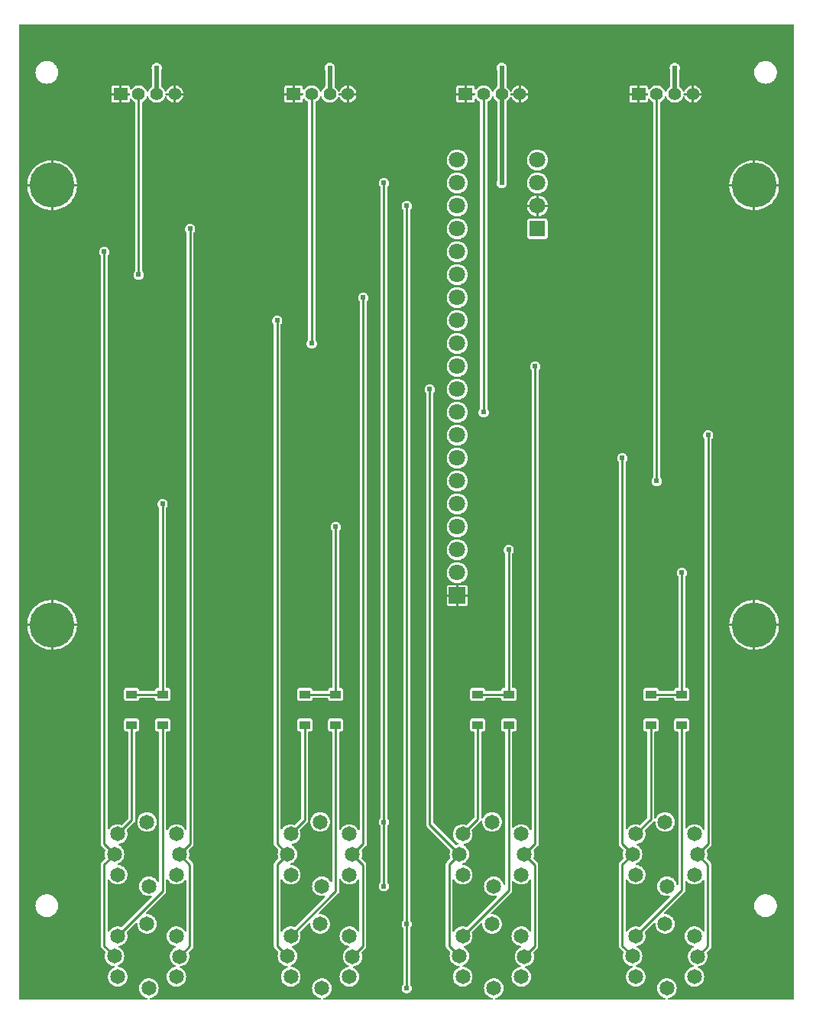
<source format=gtl>
G04 Layer: TopLayer*
G04 EasyEDA v6.5.29, 2023-07-18 10:40:53*
G04 4c059b13f8394eaabd7c1ccd551ef848,5a6b42c53f6a479593ecc07194224c93,10*
G04 Gerber Generator version 0.2*
G04 Scale: 100 percent, Rotated: No, Reflected: No *
G04 Dimensions in millimeters *
G04 leading zeros omitted , absolute positions ,4 integer and 5 decimal *
%FSLAX45Y45*%
%MOMM*%

%AMMACRO1*21,1,$1,$2,0,0,$3*%
%ADD10C,0.2540*%
%ADD11C,0.5000*%
%ADD12R,1.1500X0.9500*%
%ADD13C,1.8000*%
%ADD14R,1.7000X1.8000*%
%ADD15MACRO1,1.8X1.8X90.0000*%
%ADD16C,1.6500*%
%ADD17C,1.4000*%
%ADD18R,1.5240X1.4000*%
%ADD19C,5.0000*%
%ADD20C,0.6096*%
%ADD21C,0.0167*%

%LPD*%
G36*
X290068Y851408D02*
G01*
X286156Y852169D01*
X282905Y854405D01*
X280670Y857656D01*
X279908Y861568D01*
X279908Y11647932D01*
X280670Y11651843D01*
X282905Y11655094D01*
X286156Y11657330D01*
X290068Y11658092D01*
X8853932Y11658092D01*
X8857843Y11657330D01*
X8861094Y11655094D01*
X8863330Y11651843D01*
X8864092Y11647932D01*
X8864092Y861568D01*
X8863330Y857656D01*
X8861094Y854405D01*
X8857843Y852169D01*
X8853932Y851408D01*
X7476490Y851408D01*
X7472375Y852271D01*
X7468920Y854811D01*
X7466838Y858469D01*
X7466431Y862685D01*
X7467752Y866749D01*
X7470648Y869848D01*
X7474508Y871524D01*
X7482941Y873201D01*
X7496352Y877773D01*
X7509103Y884021D01*
X7520889Y891895D01*
X7531557Y901242D01*
X7540904Y911910D01*
X7548778Y923696D01*
X7555026Y936447D01*
X7559598Y949858D01*
X7562342Y963777D01*
X7563307Y977900D01*
X7562342Y992022D01*
X7559598Y1005941D01*
X7555026Y1019352D01*
X7548778Y1032103D01*
X7540904Y1043889D01*
X7531557Y1054557D01*
X7520889Y1063904D01*
X7509103Y1071778D01*
X7496352Y1078026D01*
X7482941Y1082598D01*
X7469022Y1085342D01*
X7454900Y1086307D01*
X7440777Y1085342D01*
X7426858Y1082598D01*
X7413447Y1078026D01*
X7400696Y1071778D01*
X7388910Y1063904D01*
X7378242Y1054557D01*
X7368895Y1043889D01*
X7361021Y1032103D01*
X7354773Y1019352D01*
X7350201Y1005941D01*
X7347458Y992022D01*
X7346492Y977900D01*
X7347458Y963777D01*
X7350201Y949858D01*
X7354773Y936447D01*
X7361021Y923696D01*
X7368895Y911910D01*
X7378242Y901242D01*
X7388910Y891895D01*
X7400696Y884021D01*
X7413447Y877773D01*
X7426858Y873201D01*
X7435291Y871524D01*
X7439152Y869848D01*
X7442047Y866749D01*
X7443368Y862685D01*
X7442962Y858469D01*
X7440879Y854811D01*
X7437424Y852271D01*
X7433309Y851408D01*
X5558790Y851408D01*
X5554675Y852271D01*
X5551220Y854811D01*
X5549138Y858469D01*
X5548731Y862685D01*
X5550052Y866749D01*
X5552948Y869848D01*
X5556808Y871524D01*
X5565241Y873201D01*
X5578652Y877773D01*
X5591403Y884021D01*
X5603189Y891895D01*
X5613857Y901242D01*
X5623204Y911910D01*
X5631078Y923696D01*
X5637326Y936447D01*
X5641898Y949858D01*
X5644642Y963777D01*
X5645607Y977900D01*
X5644642Y992022D01*
X5641898Y1005941D01*
X5637326Y1019352D01*
X5631078Y1032103D01*
X5623204Y1043889D01*
X5613857Y1054557D01*
X5603189Y1063904D01*
X5591403Y1071778D01*
X5578652Y1078026D01*
X5565241Y1082598D01*
X5551322Y1085342D01*
X5537200Y1086307D01*
X5523077Y1085342D01*
X5509158Y1082598D01*
X5495747Y1078026D01*
X5482996Y1071778D01*
X5471210Y1063904D01*
X5460542Y1054557D01*
X5451195Y1043889D01*
X5443321Y1032103D01*
X5437073Y1019352D01*
X5432501Y1005941D01*
X5429758Y992022D01*
X5428792Y977900D01*
X5429758Y963777D01*
X5432501Y949858D01*
X5437073Y936447D01*
X5443321Y923696D01*
X5451195Y911910D01*
X5460542Y901242D01*
X5471210Y891895D01*
X5482996Y884021D01*
X5495747Y877773D01*
X5509158Y873201D01*
X5517591Y871524D01*
X5521452Y869848D01*
X5524347Y866749D01*
X5525668Y862685D01*
X5525262Y858469D01*
X5523179Y854811D01*
X5519724Y852271D01*
X5515610Y851408D01*
X3653790Y851408D01*
X3649675Y852271D01*
X3646220Y854811D01*
X3644137Y858469D01*
X3643731Y862685D01*
X3645052Y866749D01*
X3647948Y869848D01*
X3651808Y871524D01*
X3660241Y873201D01*
X3673652Y877773D01*
X3686403Y884021D01*
X3698189Y891895D01*
X3708857Y901242D01*
X3718204Y911910D01*
X3726078Y923696D01*
X3732326Y936447D01*
X3736898Y949858D01*
X3739642Y963777D01*
X3740607Y977900D01*
X3739642Y992022D01*
X3736898Y1005941D01*
X3732326Y1019352D01*
X3726078Y1032103D01*
X3718204Y1043889D01*
X3708857Y1054557D01*
X3698189Y1063904D01*
X3686403Y1071778D01*
X3673652Y1078026D01*
X3660241Y1082598D01*
X3646322Y1085342D01*
X3632200Y1086307D01*
X3618077Y1085342D01*
X3604158Y1082598D01*
X3590747Y1078026D01*
X3577996Y1071778D01*
X3566210Y1063904D01*
X3555542Y1054557D01*
X3546195Y1043889D01*
X3538321Y1032103D01*
X3532073Y1019352D01*
X3527501Y1005941D01*
X3524758Y992022D01*
X3523792Y977900D01*
X3524758Y963777D01*
X3527501Y949858D01*
X3532073Y936447D01*
X3538321Y923696D01*
X3546195Y911910D01*
X3555542Y901242D01*
X3566210Y891895D01*
X3577996Y884021D01*
X3590747Y877773D01*
X3604158Y873201D01*
X3612591Y871524D01*
X3616451Y869848D01*
X3619347Y866749D01*
X3620668Y862685D01*
X3620262Y858469D01*
X3618179Y854811D01*
X3614724Y852271D01*
X3610610Y851408D01*
X1736089Y851408D01*
X1731975Y852271D01*
X1728520Y854811D01*
X1726438Y858469D01*
X1726031Y862685D01*
X1727352Y866749D01*
X1730248Y869848D01*
X1734108Y871524D01*
X1742541Y873201D01*
X1755952Y877773D01*
X1768703Y884021D01*
X1780489Y891895D01*
X1791157Y901242D01*
X1800504Y911910D01*
X1808378Y923696D01*
X1814626Y936447D01*
X1819198Y949858D01*
X1821942Y963777D01*
X1822907Y977900D01*
X1821942Y992022D01*
X1819198Y1005941D01*
X1814626Y1019352D01*
X1808378Y1032103D01*
X1800504Y1043889D01*
X1791157Y1054557D01*
X1780489Y1063904D01*
X1768703Y1071778D01*
X1755952Y1078026D01*
X1742541Y1082598D01*
X1728622Y1085342D01*
X1714500Y1086307D01*
X1700377Y1085342D01*
X1686458Y1082598D01*
X1673047Y1078026D01*
X1660296Y1071778D01*
X1648510Y1063904D01*
X1637842Y1054557D01*
X1628495Y1043889D01*
X1620621Y1032103D01*
X1614373Y1019352D01*
X1609801Y1005941D01*
X1607058Y992022D01*
X1606092Y977900D01*
X1607058Y963777D01*
X1609801Y949858D01*
X1614373Y936447D01*
X1620621Y923696D01*
X1628495Y911910D01*
X1637842Y901242D01*
X1648510Y891895D01*
X1660296Y884021D01*
X1673047Y877773D01*
X1686458Y873201D01*
X1694891Y871524D01*
X1698752Y869848D01*
X1701647Y866749D01*
X1702968Y862685D01*
X1702562Y858469D01*
X1700479Y854811D01*
X1697024Y852271D01*
X1692910Y851408D01*
G37*

%LPC*%
G36*
X8547100Y10999317D02*
G01*
X8562238Y11000232D01*
X8577224Y11002975D01*
X8591702Y11007496D01*
X8605570Y11013744D01*
X8618575Y11021618D01*
X8630564Y11030966D01*
X8641283Y11041735D01*
X8650681Y11053673D01*
X8658555Y11066678D01*
X8664803Y11080546D01*
X8669324Y11095075D01*
X8672068Y11110010D01*
X8672982Y11125200D01*
X8672068Y11140389D01*
X8669324Y11155324D01*
X8664803Y11169853D01*
X8658555Y11183721D01*
X8650681Y11196726D01*
X8641283Y11208664D01*
X8630564Y11219434D01*
X8618575Y11228781D01*
X8605570Y11236655D01*
X8591702Y11242903D01*
X8577224Y11247424D01*
X8562238Y11250168D01*
X8547100Y11251082D01*
X8531910Y11250168D01*
X8516924Y11247424D01*
X8502446Y11242903D01*
X8488578Y11236655D01*
X8475573Y11228781D01*
X8463584Y11219434D01*
X8452866Y11208664D01*
X8443468Y11196726D01*
X8435594Y11183721D01*
X8429345Y11169853D01*
X8424824Y11155324D01*
X8422081Y11140389D01*
X8421166Y11125200D01*
X8422081Y11110010D01*
X8424824Y11095075D01*
X8429345Y11080546D01*
X8435594Y11066678D01*
X8443468Y11053673D01*
X8452866Y11041735D01*
X8463584Y11030966D01*
X8475573Y11021618D01*
X8488578Y11013744D01*
X8502446Y11007496D01*
X8516924Y11002975D01*
X8531910Y11000232D01*
G37*
G36*
X584200Y10999317D02*
G01*
X599389Y11000232D01*
X614324Y11002975D01*
X628853Y11007496D01*
X642721Y11013744D01*
X655726Y11021618D01*
X667664Y11030966D01*
X678434Y11041735D01*
X687781Y11053673D01*
X695655Y11066678D01*
X701903Y11080546D01*
X706424Y11095075D01*
X709168Y11110010D01*
X710082Y11125200D01*
X709168Y11140389D01*
X706424Y11155324D01*
X701903Y11169853D01*
X695655Y11183721D01*
X687781Y11196726D01*
X678434Y11208664D01*
X667664Y11219434D01*
X655726Y11228781D01*
X642721Y11236655D01*
X628853Y11242903D01*
X614324Y11247424D01*
X599389Y11250168D01*
X584200Y11251082D01*
X569010Y11250168D01*
X554075Y11247424D01*
X539546Y11242903D01*
X525678Y11236655D01*
X512673Y11228781D01*
X500735Y11219434D01*
X489966Y11208664D01*
X480618Y11196726D01*
X472744Y11183721D01*
X466496Y11169853D01*
X461975Y11155324D01*
X459232Y11140389D01*
X458317Y11125200D01*
X459232Y11110010D01*
X461975Y11095075D01*
X466496Y11080546D01*
X472744Y11066678D01*
X480618Y11053673D01*
X489966Y11041735D01*
X500735Y11030966D01*
X512673Y11021618D01*
X525678Y11013744D01*
X539546Y11007496D01*
X554075Y11002975D01*
X569010Y11000232D01*
G37*
G36*
X3217418Y10896600D02*
G01*
X3306826Y10896600D01*
X3306826Y10979810D01*
X3243884Y10979810D01*
X3237534Y10979099D01*
X3232099Y10977168D01*
X3227171Y10974120D01*
X3223107Y10970006D01*
X3220008Y10965129D01*
X3218129Y10959642D01*
X3217418Y10953343D01*
G37*
G36*
X5122418Y10896600D02*
G01*
X5211826Y10896600D01*
X5211826Y10979810D01*
X5148884Y10979810D01*
X5142534Y10979099D01*
X5137099Y10977168D01*
X5132171Y10974120D01*
X5128107Y10970006D01*
X5125008Y10965129D01*
X5123129Y10959642D01*
X5122418Y10953343D01*
G37*
G36*
X4571695Y921562D02*
G01*
X4581448Y922426D01*
X4590948Y924966D01*
X4599838Y929081D01*
X4607915Y934719D01*
X4614824Y941679D01*
X4620463Y949706D01*
X4624628Y958646D01*
X4627168Y968095D01*
X4628032Y977900D01*
X4627168Y987704D01*
X4624628Y997153D01*
X4620463Y1006094D01*
X4614824Y1014120D01*
X4613249Y1015695D01*
X4611065Y1018997D01*
X4610303Y1022908D01*
X4610303Y1644904D01*
X4611065Y1648764D01*
X4613249Y1652066D01*
X4614824Y1653641D01*
X4620463Y1661718D01*
X4624628Y1670608D01*
X4627168Y1680108D01*
X4628032Y1689862D01*
X4627168Y1699666D01*
X4624628Y1709166D01*
X4620463Y1718056D01*
X4614824Y1726133D01*
X4613351Y1727606D01*
X4611116Y1730908D01*
X4610354Y1734820D01*
X4610354Y9600285D01*
X4611116Y9604146D01*
X4613351Y9607448D01*
X4614824Y9608972D01*
X4620463Y9616998D01*
X4624628Y9625939D01*
X4627168Y9635388D01*
X4628032Y9645192D01*
X4627168Y9654997D01*
X4624628Y9664446D01*
X4620463Y9673386D01*
X4614824Y9681413D01*
X4607915Y9688372D01*
X4599838Y9694011D01*
X4590948Y9698126D01*
X4581448Y9700666D01*
X4571695Y9701530D01*
X4561890Y9700666D01*
X4552391Y9698126D01*
X4543501Y9694011D01*
X4535424Y9688372D01*
X4528515Y9681413D01*
X4522876Y9673386D01*
X4518710Y9664446D01*
X4516170Y9654997D01*
X4515307Y9645192D01*
X4516170Y9635388D01*
X4518710Y9625939D01*
X4522876Y9616998D01*
X4528515Y9608972D01*
X4530140Y9607296D01*
X4532376Y9603994D01*
X4533138Y9600133D01*
X4533138Y1734972D01*
X4532376Y1731060D01*
X4530140Y1727758D01*
X4528515Y1726133D01*
X4522876Y1718056D01*
X4518710Y1709166D01*
X4516170Y1699666D01*
X4515307Y1689862D01*
X4516170Y1680108D01*
X4518710Y1670608D01*
X4522876Y1661718D01*
X4528515Y1653641D01*
X4530090Y1652066D01*
X4532274Y1648764D01*
X4533087Y1644904D01*
X4533087Y1022908D01*
X4532274Y1018997D01*
X4530090Y1015695D01*
X4528515Y1014120D01*
X4522876Y1006094D01*
X4518710Y997153D01*
X4516170Y987704D01*
X4515307Y977900D01*
X4516170Y968095D01*
X4518710Y958646D01*
X4522876Y949706D01*
X4528515Y941679D01*
X4535424Y934719D01*
X4543501Y929081D01*
X4552391Y924966D01*
X4561890Y922426D01*
G37*
G36*
X7109714Y996492D02*
G01*
X7123836Y997458D01*
X7137755Y1000201D01*
X7151166Y1004773D01*
X7163917Y1011021D01*
X7175703Y1018895D01*
X7186371Y1028242D01*
X7195718Y1038910D01*
X7203592Y1050696D01*
X7209840Y1063447D01*
X7214412Y1076858D01*
X7217156Y1090777D01*
X7218121Y1104900D01*
X7217156Y1119022D01*
X7214412Y1132941D01*
X7209840Y1146352D01*
X7203592Y1159103D01*
X7195718Y1170889D01*
X7186371Y1181557D01*
X7175703Y1190904D01*
X7163917Y1198778D01*
X7151166Y1205026D01*
X7137755Y1209598D01*
X7123836Y1212342D01*
X7115860Y1212900D01*
X7112000Y1213916D01*
X7108850Y1216304D01*
X7106869Y1219758D01*
X7106361Y1223670D01*
X7107377Y1227531D01*
X7109815Y1230680D01*
X7113270Y1232662D01*
X7115352Y1233373D01*
X7128103Y1239621D01*
X7139889Y1247495D01*
X7150557Y1256842D01*
X7159904Y1267510D01*
X7167778Y1279296D01*
X7174026Y1292047D01*
X7178598Y1305458D01*
X7181342Y1319377D01*
X7182307Y1333500D01*
X7181342Y1347622D01*
X7178598Y1361541D01*
X7174026Y1374952D01*
X7167778Y1387703D01*
X7159904Y1399489D01*
X7150557Y1410157D01*
X7139889Y1419504D01*
X7128103Y1427378D01*
X7124598Y1429105D01*
X7121296Y1431696D01*
X7119315Y1435354D01*
X7119010Y1439519D01*
X7120381Y1443482D01*
X7123226Y1446530D01*
X7127087Y1448155D01*
X7137755Y1450289D01*
X7151166Y1454861D01*
X7163917Y1461109D01*
X7175703Y1468983D01*
X7186371Y1478330D01*
X7195718Y1488998D01*
X7203592Y1500784D01*
X7209840Y1513535D01*
X7214412Y1526946D01*
X7217156Y1540865D01*
X7218121Y1554988D01*
X7217156Y1569110D01*
X7214412Y1583029D01*
X7210856Y1593494D01*
X7210348Y1597202D01*
X7211161Y1600809D01*
X7213295Y1603908D01*
X7309154Y1699768D01*
X7312507Y1702003D01*
X7316520Y1702714D01*
X7320534Y1701850D01*
X7323785Y1699412D01*
X7325918Y1695957D01*
X7326477Y1691893D01*
X7326325Y1689862D01*
X7327239Y1675739D01*
X7330033Y1661820D01*
X7334554Y1648409D01*
X7340853Y1635658D01*
X7348728Y1623872D01*
X7358075Y1613204D01*
X7368743Y1603857D01*
X7380528Y1595983D01*
X7393228Y1589735D01*
X7406640Y1585163D01*
X7420559Y1582420D01*
X7434732Y1581454D01*
X7448854Y1582420D01*
X7462774Y1585163D01*
X7476185Y1589735D01*
X7488885Y1595983D01*
X7500670Y1603857D01*
X7511338Y1613204D01*
X7520686Y1623872D01*
X7528559Y1635658D01*
X7534859Y1648409D01*
X7539380Y1661820D01*
X7542174Y1675739D01*
X7543088Y1689862D01*
X7542174Y1703984D01*
X7539380Y1717903D01*
X7534859Y1731314D01*
X7528559Y1744065D01*
X7520686Y1755851D01*
X7511338Y1766519D01*
X7500670Y1775866D01*
X7488885Y1783740D01*
X7476185Y1789988D01*
X7462774Y1794560D01*
X7448854Y1797304D01*
X7434732Y1798269D01*
X7432649Y1798116D01*
X7428636Y1798675D01*
X7425131Y1800758D01*
X7422743Y1804060D01*
X7421829Y1808022D01*
X7422591Y1812036D01*
X7424826Y1815439D01*
X7646924Y2037588D01*
X7652054Y2043785D01*
X7655610Y2050491D01*
X7657795Y2057704D01*
X7658608Y2065731D01*
X7658608Y2159457D01*
X7659420Y2163419D01*
X7661757Y2166772D01*
X7665212Y2168956D01*
X7669225Y2169617D01*
X7673136Y2168601D01*
X7676388Y2166162D01*
X7683042Y2158542D01*
X7693710Y2149195D01*
X7705496Y2141321D01*
X7718247Y2135073D01*
X7731658Y2130501D01*
X7745577Y2127758D01*
X7759700Y2126792D01*
X7773822Y2127758D01*
X7787741Y2130501D01*
X7801152Y2135073D01*
X7813903Y2141321D01*
X7825689Y2149195D01*
X7836357Y2158542D01*
X7845704Y2169210D01*
X7851800Y2178354D01*
X7854848Y2181352D01*
X7858912Y2182774D01*
X7863179Y2182418D01*
X7866938Y2180336D01*
X7869478Y2176881D01*
X7870393Y2172716D01*
X7870393Y1617472D01*
X7869478Y1613306D01*
X7866938Y1609852D01*
X7863179Y1607769D01*
X7858912Y1607413D01*
X7854848Y1608836D01*
X7851800Y1611833D01*
X7845704Y1620977D01*
X7836357Y1631645D01*
X7825689Y1640992D01*
X7813903Y1648866D01*
X7801152Y1655114D01*
X7787741Y1659686D01*
X7773822Y1662430D01*
X7759700Y1663395D01*
X7745577Y1662430D01*
X7731658Y1659686D01*
X7718247Y1655114D01*
X7705496Y1648866D01*
X7693710Y1640992D01*
X7683042Y1631645D01*
X7673695Y1620977D01*
X7665821Y1609191D01*
X7659573Y1596440D01*
X7655001Y1583029D01*
X7652258Y1569110D01*
X7651292Y1554988D01*
X7652258Y1540865D01*
X7655001Y1526946D01*
X7659573Y1513535D01*
X7665821Y1500784D01*
X7673695Y1488998D01*
X7683042Y1478330D01*
X7693710Y1468983D01*
X7705496Y1461109D01*
X7718247Y1454861D01*
X7731658Y1450289D01*
X7745780Y1447495D01*
X7749997Y1446276D01*
X7753299Y1443380D01*
X7755077Y1439367D01*
X7754975Y1434947D01*
X7753045Y1431036D01*
X7749590Y1428242D01*
X7740548Y1423822D01*
X7728762Y1415948D01*
X7718094Y1406601D01*
X7708747Y1395933D01*
X7700873Y1384147D01*
X7694625Y1371396D01*
X7690053Y1357985D01*
X7687309Y1344066D01*
X7686344Y1329944D01*
X7687309Y1315821D01*
X7690053Y1301902D01*
X7694625Y1288491D01*
X7700873Y1275740D01*
X7708747Y1263954D01*
X7718094Y1253286D01*
X7728762Y1243939D01*
X7740548Y1236065D01*
X7749590Y1231646D01*
X7753045Y1228852D01*
X7754975Y1224940D01*
X7755077Y1220520D01*
X7753299Y1216507D01*
X7749997Y1213612D01*
X7745577Y1212342D01*
X7731658Y1209598D01*
X7718247Y1205026D01*
X7705496Y1198778D01*
X7693710Y1190904D01*
X7683042Y1181557D01*
X7673695Y1170889D01*
X7665821Y1159103D01*
X7659573Y1146352D01*
X7655001Y1132941D01*
X7652258Y1119022D01*
X7651292Y1104900D01*
X7652258Y1090777D01*
X7655001Y1076858D01*
X7659573Y1063447D01*
X7665821Y1050696D01*
X7673695Y1038910D01*
X7683042Y1028242D01*
X7693710Y1018895D01*
X7705496Y1011021D01*
X7718247Y1004773D01*
X7731658Y1000201D01*
X7745577Y997458D01*
X7759700Y996492D01*
X7773822Y997458D01*
X7787741Y1000201D01*
X7801152Y1004773D01*
X7813903Y1011021D01*
X7825689Y1018895D01*
X7836357Y1028242D01*
X7845704Y1038910D01*
X7853578Y1050696D01*
X7859826Y1063447D01*
X7864398Y1076858D01*
X7867142Y1090777D01*
X7868107Y1104900D01*
X7867142Y1119022D01*
X7864398Y1132941D01*
X7859826Y1146352D01*
X7853578Y1159103D01*
X7845704Y1170889D01*
X7836357Y1181557D01*
X7825689Y1190904D01*
X7813903Y1198778D01*
X7804861Y1203198D01*
X7801406Y1205992D01*
X7799476Y1209903D01*
X7799374Y1214323D01*
X7801152Y1218336D01*
X7804454Y1221232D01*
X7808874Y1222502D01*
X7822793Y1225245D01*
X7836204Y1229817D01*
X7848955Y1236065D01*
X7860741Y1243939D01*
X7871409Y1253286D01*
X7880756Y1263954D01*
X7888630Y1275740D01*
X7894878Y1288491D01*
X7899450Y1301902D01*
X7902194Y1315821D01*
X7903159Y1329944D01*
X7902194Y1344066D01*
X7899450Y1357985D01*
X7895894Y1368450D01*
X7895336Y1372158D01*
X7896199Y1375816D01*
X7898333Y1378915D01*
X7935925Y1416558D01*
X7941056Y1422755D01*
X7944612Y1429461D01*
X7946796Y1436674D01*
X7947609Y1444701D01*
X7947609Y2345385D01*
X7946796Y2353411D01*
X7944612Y2360625D01*
X7941056Y2367330D01*
X7935925Y2373528D01*
X7898282Y2411171D01*
X7896199Y2414270D01*
X7895336Y2417927D01*
X7895844Y2421636D01*
X7899450Y2432202D01*
X7902194Y2446121D01*
X7903159Y2460244D01*
X7902194Y2474366D01*
X7899450Y2488285D01*
X7895793Y2499004D01*
X7895285Y2502712D01*
X7896098Y2506370D01*
X7898231Y2509469D01*
X7939125Y2550515D01*
X7944154Y2556662D01*
X7947710Y2563368D01*
X7949895Y2570581D01*
X7950708Y2578608D01*
X7950708Y7060184D01*
X7951470Y7064095D01*
X7953705Y7067397D01*
X7955280Y7068972D01*
X7960918Y7076998D01*
X7965033Y7085939D01*
X7967573Y7095388D01*
X7968437Y7105192D01*
X7967573Y7114997D01*
X7965033Y7124446D01*
X7960918Y7133386D01*
X7955280Y7141413D01*
X7948320Y7148372D01*
X7940294Y7154011D01*
X7931353Y7158126D01*
X7921904Y7160666D01*
X7912100Y7161530D01*
X7902295Y7160666D01*
X7892846Y7158126D01*
X7883906Y7154011D01*
X7875879Y7148372D01*
X7868920Y7141413D01*
X7863281Y7133386D01*
X7859166Y7124446D01*
X7856626Y7114997D01*
X7855762Y7105192D01*
X7856626Y7095388D01*
X7859166Y7085939D01*
X7863281Y7076998D01*
X7868920Y7068972D01*
X7870494Y7067397D01*
X7872730Y7064095D01*
X7873492Y7060184D01*
X7873492Y2742641D01*
X7872475Y2738272D01*
X7869681Y2734716D01*
X7865618Y2732735D01*
X7861147Y2732735D01*
X7857083Y2734665D01*
X7854238Y2738170D01*
X7853578Y2739491D01*
X7845704Y2751277D01*
X7836357Y2761945D01*
X7825689Y2771292D01*
X7813903Y2779166D01*
X7801152Y2785414D01*
X7787741Y2789986D01*
X7773822Y2792730D01*
X7759700Y2793695D01*
X7745577Y2792730D01*
X7731658Y2789986D01*
X7718247Y2785414D01*
X7705496Y2779166D01*
X7693710Y2771292D01*
X7683042Y2761945D01*
X7676388Y2754325D01*
X7673136Y2751886D01*
X7669225Y2750870D01*
X7665212Y2751531D01*
X7661757Y2753715D01*
X7659420Y2757068D01*
X7658608Y2761030D01*
X7658608Y3811168D01*
X7659370Y3815079D01*
X7661605Y3818382D01*
X7664856Y3820566D01*
X7668768Y3821328D01*
X7676946Y3821328D01*
X7683246Y3822039D01*
X7688732Y3823970D01*
X7693609Y3827068D01*
X7697724Y3831132D01*
X7700772Y3836060D01*
X7702702Y3841496D01*
X7703413Y3847795D01*
X7703413Y3941673D01*
X7702702Y3948023D01*
X7700772Y3953459D01*
X7697724Y3958386D01*
X7693609Y3962450D01*
X7688732Y3965549D01*
X7683246Y3967429D01*
X7676946Y3968140D01*
X7563053Y3968140D01*
X7556753Y3967429D01*
X7551267Y3965549D01*
X7546390Y3962450D01*
X7542275Y3958386D01*
X7539228Y3953459D01*
X7537297Y3948023D01*
X7536586Y3941673D01*
X7536586Y3847795D01*
X7537297Y3841496D01*
X7539228Y3836060D01*
X7542275Y3831132D01*
X7546390Y3827068D01*
X7551267Y3823970D01*
X7556753Y3822039D01*
X7563053Y3821328D01*
X7571231Y3821328D01*
X7575143Y3820566D01*
X7578394Y3818382D01*
X7580630Y3815079D01*
X7581392Y3811168D01*
X7581392Y2129790D01*
X7580528Y2125675D01*
X7577988Y2122220D01*
X7574330Y2120138D01*
X7570114Y2119731D01*
X7566050Y2121052D01*
X7562951Y2123948D01*
X7561275Y2127808D01*
X7559598Y2136241D01*
X7555026Y2149652D01*
X7548778Y2162403D01*
X7540904Y2174189D01*
X7531557Y2184857D01*
X7520889Y2194204D01*
X7509103Y2202078D01*
X7496352Y2208326D01*
X7482941Y2212898D01*
X7469022Y2215642D01*
X7454900Y2216607D01*
X7440777Y2215642D01*
X7426858Y2212898D01*
X7413447Y2208326D01*
X7400696Y2202078D01*
X7388910Y2194204D01*
X7378242Y2184857D01*
X7368895Y2174189D01*
X7361021Y2162403D01*
X7354773Y2149652D01*
X7350201Y2136241D01*
X7347458Y2122322D01*
X7346492Y2108200D01*
X7347458Y2094077D01*
X7350201Y2080158D01*
X7354773Y2066747D01*
X7361021Y2053996D01*
X7368895Y2042210D01*
X7378242Y2031542D01*
X7388910Y2022195D01*
X7400696Y2014321D01*
X7413447Y2008073D01*
X7426858Y2003501D01*
X7440777Y2000757D01*
X7454900Y1999792D01*
X7469022Y2000757D01*
X7475981Y2002129D01*
X7480249Y2002028D01*
X7484160Y2000199D01*
X7486903Y1996948D01*
X7488123Y1992833D01*
X7487462Y1988566D01*
X7485125Y1984959D01*
X7158736Y1658569D01*
X7155637Y1656435D01*
X7151979Y1655572D01*
X7148271Y1656130D01*
X7137755Y1659686D01*
X7123836Y1662430D01*
X7109714Y1663395D01*
X7095591Y1662430D01*
X7081672Y1659686D01*
X7068261Y1655114D01*
X7055510Y1648866D01*
X7043724Y1640992D01*
X7033056Y1631645D01*
X7023709Y1620977D01*
X7016800Y1610614D01*
X7013752Y1607667D01*
X7009688Y1606194D01*
X7005421Y1606550D01*
X7001662Y1608632D01*
X6999122Y1612087D01*
X6998208Y1616252D01*
X6998208Y2173935D01*
X6999122Y2178100D01*
X7001662Y2181555D01*
X7005421Y2183638D01*
X7009688Y2183993D01*
X7013752Y2182520D01*
X7016800Y2179574D01*
X7023709Y2169210D01*
X7033056Y2158542D01*
X7043724Y2149195D01*
X7055510Y2141321D01*
X7068261Y2135073D01*
X7081672Y2130501D01*
X7095591Y2127758D01*
X7109714Y2126792D01*
X7123836Y2127758D01*
X7137755Y2130501D01*
X7151166Y2135073D01*
X7163917Y2141321D01*
X7175703Y2149195D01*
X7186371Y2158542D01*
X7195718Y2169210D01*
X7203592Y2180996D01*
X7209840Y2193747D01*
X7214412Y2207158D01*
X7217156Y2221077D01*
X7218121Y2235200D01*
X7217156Y2249322D01*
X7214412Y2263241D01*
X7209840Y2276652D01*
X7203592Y2289403D01*
X7195718Y2301189D01*
X7186371Y2311857D01*
X7175703Y2321204D01*
X7163917Y2329078D01*
X7151166Y2335326D01*
X7137755Y2339898D01*
X7123836Y2342642D01*
X7115860Y2343200D01*
X7112000Y2344216D01*
X7108850Y2346604D01*
X7106869Y2350058D01*
X7106361Y2353970D01*
X7107377Y2357831D01*
X7109815Y2360980D01*
X7113270Y2362962D01*
X7115352Y2363673D01*
X7128103Y2369921D01*
X7139889Y2377795D01*
X7150557Y2387142D01*
X7159904Y2397810D01*
X7167778Y2409596D01*
X7174026Y2422347D01*
X7178598Y2435758D01*
X7181342Y2449677D01*
X7182307Y2463800D01*
X7181342Y2477922D01*
X7178598Y2491841D01*
X7174026Y2505252D01*
X7167778Y2518003D01*
X7159904Y2529789D01*
X7150557Y2540457D01*
X7139889Y2549804D01*
X7128103Y2557678D01*
X7124598Y2559405D01*
X7121296Y2561996D01*
X7119315Y2565654D01*
X7119010Y2569819D01*
X7120381Y2573782D01*
X7123226Y2576830D01*
X7127087Y2578455D01*
X7137755Y2580589D01*
X7151166Y2585161D01*
X7163917Y2591409D01*
X7175703Y2599283D01*
X7186371Y2608630D01*
X7195718Y2619298D01*
X7203592Y2631084D01*
X7209840Y2643835D01*
X7214412Y2657246D01*
X7217156Y2671165D01*
X7218121Y2685288D01*
X7217156Y2699410D01*
X7214412Y2713329D01*
X7210856Y2723794D01*
X7210348Y2727502D01*
X7211161Y2731109D01*
X7213295Y2734208D01*
X7304024Y2824988D01*
X7308545Y2830423D01*
X7311847Y2833065D01*
X7315962Y2834132D01*
X7320127Y2833420D01*
X7323632Y2831084D01*
X7325918Y2827528D01*
X7326528Y2823311D01*
X7326325Y2820162D01*
X7327239Y2806039D01*
X7330033Y2792120D01*
X7334554Y2778709D01*
X7340853Y2765958D01*
X7348728Y2754172D01*
X7358075Y2743504D01*
X7368743Y2734157D01*
X7380528Y2726283D01*
X7393228Y2720035D01*
X7406640Y2715463D01*
X7420559Y2712720D01*
X7434732Y2711754D01*
X7448854Y2712720D01*
X7462774Y2715463D01*
X7476185Y2720035D01*
X7488885Y2726283D01*
X7500670Y2734157D01*
X7511338Y2743504D01*
X7520686Y2754172D01*
X7528559Y2765958D01*
X7534859Y2778709D01*
X7539380Y2792120D01*
X7542174Y2806039D01*
X7543088Y2820162D01*
X7542174Y2834284D01*
X7539380Y2848203D01*
X7534859Y2861614D01*
X7528559Y2874365D01*
X7520686Y2886151D01*
X7511338Y2896819D01*
X7500670Y2906166D01*
X7488885Y2914040D01*
X7476185Y2920288D01*
X7462774Y2924860D01*
X7448854Y2927604D01*
X7434732Y2928569D01*
X7420559Y2927604D01*
X7406640Y2924860D01*
X7393228Y2920288D01*
X7380528Y2914040D01*
X7368743Y2906166D01*
X7358075Y2896819D01*
X7348728Y2886151D01*
X7340853Y2874365D01*
X7334961Y2862478D01*
X7332116Y2858973D01*
X7328052Y2857042D01*
X7323581Y2857042D01*
X7319518Y2859024D01*
X7316724Y2862580D01*
X7315708Y2866948D01*
X7315708Y3811168D01*
X7316470Y3815079D01*
X7318705Y3818382D01*
X7321956Y3820566D01*
X7325868Y3821328D01*
X7334046Y3821328D01*
X7340346Y3822039D01*
X7345832Y3823970D01*
X7350709Y3827068D01*
X7354824Y3831132D01*
X7357872Y3836060D01*
X7359802Y3841496D01*
X7360513Y3847795D01*
X7360513Y3941673D01*
X7359802Y3948023D01*
X7357872Y3953459D01*
X7354824Y3958386D01*
X7350709Y3962450D01*
X7345832Y3965549D01*
X7340346Y3967429D01*
X7334046Y3968140D01*
X7220153Y3968140D01*
X7213853Y3967429D01*
X7208367Y3965549D01*
X7203490Y3962450D01*
X7199375Y3958386D01*
X7196328Y3953459D01*
X7194397Y3948023D01*
X7193686Y3941673D01*
X7193686Y3847795D01*
X7194397Y3841496D01*
X7196328Y3836060D01*
X7199375Y3831132D01*
X7203490Y3827068D01*
X7208367Y3823970D01*
X7213853Y3822039D01*
X7220153Y3821328D01*
X7228331Y3821328D01*
X7232243Y3820566D01*
X7235494Y3818382D01*
X7237730Y3815079D01*
X7238492Y3811168D01*
X7238492Y2872841D01*
X7237730Y2868930D01*
X7235494Y2865628D01*
X7158736Y2788869D01*
X7155637Y2786735D01*
X7151979Y2785872D01*
X7148271Y2786430D01*
X7137755Y2789986D01*
X7123836Y2792730D01*
X7109714Y2793695D01*
X7095591Y2792730D01*
X7081672Y2789986D01*
X7068261Y2785414D01*
X7055510Y2779166D01*
X7043724Y2771292D01*
X7033056Y2761945D01*
X7023709Y2751277D01*
X7016800Y2740914D01*
X7013752Y2737967D01*
X7009688Y2736494D01*
X7005421Y2736850D01*
X7001662Y2738932D01*
X6999122Y2742387D01*
X6998208Y2746552D01*
X6998208Y6806184D01*
X6998970Y6810095D01*
X7001205Y6813397D01*
X7002780Y6814972D01*
X7008418Y6822998D01*
X7012533Y6831939D01*
X7015073Y6841388D01*
X7015937Y6851192D01*
X7015073Y6860997D01*
X7012533Y6870446D01*
X7008418Y6879386D01*
X7002780Y6887413D01*
X6995820Y6894372D01*
X6987794Y6900011D01*
X6978853Y6904126D01*
X6969404Y6906666D01*
X6959600Y6907530D01*
X6949795Y6906666D01*
X6940346Y6904126D01*
X6931406Y6900011D01*
X6923379Y6894372D01*
X6916420Y6887413D01*
X6910781Y6879386D01*
X6906666Y6870446D01*
X6904126Y6860997D01*
X6903262Y6851192D01*
X6904126Y6841388D01*
X6906666Y6831939D01*
X6910781Y6822998D01*
X6916420Y6814972D01*
X6917994Y6813397D01*
X6920230Y6810095D01*
X6920992Y6806184D01*
X6920992Y2578608D01*
X6921804Y2570581D01*
X6923989Y2563368D01*
X6927545Y2556662D01*
X6932675Y2550464D01*
X6970318Y2512771D01*
X6972452Y2509672D01*
X6973316Y2506014D01*
X6972757Y2502306D01*
X6969201Y2491841D01*
X6966458Y2477922D01*
X6965492Y2463800D01*
X6966458Y2449677D01*
X6969201Y2435758D01*
X6972757Y2425293D01*
X6973316Y2421585D01*
X6972452Y2417927D01*
X6970318Y2414828D01*
X6932675Y2377135D01*
X6927545Y2370937D01*
X6923989Y2364232D01*
X6921804Y2357018D01*
X6920992Y2348992D01*
X6920992Y1448308D01*
X6921804Y1440281D01*
X6923989Y1433068D01*
X6927545Y1426362D01*
X6932675Y1420164D01*
X6970318Y1382471D01*
X6972452Y1379372D01*
X6973316Y1375714D01*
X6972757Y1372006D01*
X6969201Y1361541D01*
X6966458Y1347622D01*
X6965492Y1333500D01*
X6966458Y1319377D01*
X6969201Y1305458D01*
X6973773Y1292047D01*
X6980021Y1279296D01*
X6987895Y1267510D01*
X6997242Y1256842D01*
X7007910Y1247495D01*
X7019696Y1239621D01*
X7032447Y1233373D01*
X7045858Y1228801D01*
X7059777Y1226058D01*
X7067753Y1225499D01*
X7071614Y1224483D01*
X7074763Y1222095D01*
X7076744Y1218641D01*
X7077252Y1214729D01*
X7076236Y1210868D01*
X7073798Y1207719D01*
X7070344Y1205738D01*
X7068261Y1205026D01*
X7055510Y1198778D01*
X7043724Y1190904D01*
X7033056Y1181557D01*
X7023709Y1170889D01*
X7015835Y1159103D01*
X7009587Y1146352D01*
X7005015Y1132941D01*
X7002272Y1119022D01*
X7001306Y1104900D01*
X7002272Y1090777D01*
X7005015Y1076858D01*
X7009587Y1063447D01*
X7015835Y1050696D01*
X7023709Y1038910D01*
X7033056Y1028242D01*
X7043724Y1018895D01*
X7055510Y1011021D01*
X7068261Y1004773D01*
X7081672Y1000201D01*
X7095591Y997458D01*
G37*
G36*
X7040118Y10896600D02*
G01*
X7129525Y10896600D01*
X7129525Y10979810D01*
X7066584Y10979810D01*
X7060234Y10979099D01*
X7054799Y10977168D01*
X7049871Y10974120D01*
X7045807Y10970006D01*
X7042708Y10965129D01*
X7040829Y10959642D01*
X7040118Y10953343D01*
G37*
G36*
X3287014Y996492D02*
G01*
X3301136Y997458D01*
X3315055Y1000201D01*
X3328466Y1004773D01*
X3341217Y1011021D01*
X3353003Y1018895D01*
X3363671Y1028242D01*
X3373018Y1038910D01*
X3380892Y1050696D01*
X3387140Y1063447D01*
X3391712Y1076858D01*
X3394456Y1090777D01*
X3395421Y1104900D01*
X3394456Y1119022D01*
X3391712Y1132941D01*
X3387140Y1146352D01*
X3380892Y1159103D01*
X3373018Y1170889D01*
X3363671Y1181557D01*
X3353003Y1190904D01*
X3341217Y1198778D01*
X3328466Y1205026D01*
X3315055Y1209598D01*
X3301136Y1212342D01*
X3293160Y1212900D01*
X3289300Y1213916D01*
X3286150Y1216304D01*
X3284169Y1219758D01*
X3283661Y1223670D01*
X3284677Y1227531D01*
X3287115Y1230680D01*
X3290570Y1232662D01*
X3292652Y1233373D01*
X3305403Y1239621D01*
X3317189Y1247495D01*
X3327857Y1256842D01*
X3337204Y1267510D01*
X3345078Y1279296D01*
X3351326Y1292047D01*
X3355898Y1305458D01*
X3358642Y1319377D01*
X3359607Y1333500D01*
X3358642Y1347622D01*
X3355898Y1361541D01*
X3351326Y1374952D01*
X3345078Y1387703D01*
X3337204Y1399489D01*
X3327857Y1410157D01*
X3317189Y1419504D01*
X3305403Y1427378D01*
X3301898Y1429105D01*
X3298596Y1431696D01*
X3296615Y1435354D01*
X3296310Y1439519D01*
X3297682Y1443482D01*
X3300526Y1446530D01*
X3304387Y1448155D01*
X3315055Y1450289D01*
X3328466Y1454861D01*
X3341217Y1461109D01*
X3353003Y1468983D01*
X3363671Y1478330D01*
X3373018Y1488998D01*
X3380892Y1500784D01*
X3387140Y1513535D01*
X3391712Y1526946D01*
X3394456Y1540865D01*
X3395421Y1554988D01*
X3394456Y1569110D01*
X3391712Y1583029D01*
X3388156Y1593494D01*
X3387648Y1597202D01*
X3388461Y1600809D01*
X3390595Y1603908D01*
X3486454Y1699768D01*
X3489807Y1702003D01*
X3493820Y1702714D01*
X3497834Y1701850D01*
X3501085Y1699412D01*
X3503218Y1695957D01*
X3503777Y1691893D01*
X3503625Y1689862D01*
X3504539Y1675739D01*
X3507333Y1661820D01*
X3511854Y1648409D01*
X3518154Y1635658D01*
X3526028Y1623872D01*
X3535375Y1613204D01*
X3546043Y1603857D01*
X3557828Y1595983D01*
X3570528Y1589735D01*
X3583940Y1585163D01*
X3597859Y1582420D01*
X3612032Y1581454D01*
X3626154Y1582420D01*
X3640074Y1585163D01*
X3653485Y1589735D01*
X3666185Y1595983D01*
X3677970Y1603857D01*
X3688638Y1613204D01*
X3697986Y1623872D01*
X3705860Y1635658D01*
X3712159Y1648409D01*
X3716680Y1661820D01*
X3719474Y1675739D01*
X3720388Y1689862D01*
X3719474Y1703984D01*
X3716680Y1717903D01*
X3712159Y1731314D01*
X3705860Y1744065D01*
X3697986Y1755851D01*
X3688638Y1766519D01*
X3677970Y1775866D01*
X3666185Y1783740D01*
X3653485Y1789988D01*
X3640074Y1794560D01*
X3626154Y1797304D01*
X3612032Y1798269D01*
X3609949Y1798116D01*
X3605936Y1798675D01*
X3602431Y1800758D01*
X3600043Y1804060D01*
X3599129Y1808022D01*
X3599891Y1812036D01*
X3602126Y1815439D01*
X3811524Y2024888D01*
X3816654Y2031085D01*
X3820210Y2037791D01*
X3822395Y2045004D01*
X3823208Y2053031D01*
X3823208Y2177846D01*
X3824224Y2182215D01*
X3827018Y2185771D01*
X3831082Y2187752D01*
X3835552Y2187752D01*
X3839616Y2185822D01*
X3842461Y2182317D01*
X3843121Y2180996D01*
X3850995Y2169210D01*
X3860342Y2158542D01*
X3871010Y2149195D01*
X3882796Y2141321D01*
X3895547Y2135073D01*
X3908958Y2130501D01*
X3922877Y2127758D01*
X3937000Y2126792D01*
X3951122Y2127758D01*
X3965041Y2130501D01*
X3978452Y2135073D01*
X3991203Y2141321D01*
X4002989Y2149195D01*
X4013657Y2158542D01*
X4023004Y2169210D01*
X4029100Y2178354D01*
X4032148Y2181352D01*
X4036212Y2182774D01*
X4040479Y2182418D01*
X4044238Y2180336D01*
X4046778Y2176881D01*
X4047693Y2172716D01*
X4047693Y1617472D01*
X4046778Y1613306D01*
X4044238Y1609852D01*
X4040479Y1607769D01*
X4036212Y1607413D01*
X4032148Y1608836D01*
X4029100Y1611833D01*
X4023004Y1620977D01*
X4013657Y1631645D01*
X4002989Y1640992D01*
X3991203Y1648866D01*
X3978452Y1655114D01*
X3965041Y1659686D01*
X3951122Y1662430D01*
X3937000Y1663395D01*
X3922877Y1662430D01*
X3908958Y1659686D01*
X3895547Y1655114D01*
X3882796Y1648866D01*
X3871010Y1640992D01*
X3860342Y1631645D01*
X3850995Y1620977D01*
X3843121Y1609191D01*
X3836873Y1596440D01*
X3832301Y1583029D01*
X3829558Y1569110D01*
X3828592Y1554988D01*
X3829558Y1540865D01*
X3832301Y1526946D01*
X3836873Y1513535D01*
X3843121Y1500784D01*
X3850995Y1488998D01*
X3860342Y1478330D01*
X3871010Y1468983D01*
X3882796Y1461109D01*
X3895547Y1454861D01*
X3908958Y1450289D01*
X3923080Y1447495D01*
X3927297Y1446276D01*
X3930599Y1443380D01*
X3932377Y1439367D01*
X3932275Y1434947D01*
X3930345Y1431036D01*
X3926890Y1428242D01*
X3917848Y1423822D01*
X3906062Y1415948D01*
X3895394Y1406601D01*
X3886047Y1395933D01*
X3878173Y1384147D01*
X3871925Y1371396D01*
X3867353Y1357985D01*
X3864610Y1344066D01*
X3863644Y1329944D01*
X3864610Y1315821D01*
X3867353Y1301902D01*
X3871925Y1288491D01*
X3878173Y1275740D01*
X3886047Y1263954D01*
X3895394Y1253286D01*
X3906062Y1243939D01*
X3917848Y1236065D01*
X3926890Y1231646D01*
X3930345Y1228852D01*
X3932275Y1224940D01*
X3932377Y1220520D01*
X3930599Y1216507D01*
X3927297Y1213612D01*
X3922877Y1212342D01*
X3908958Y1209598D01*
X3895547Y1205026D01*
X3882796Y1198778D01*
X3871010Y1190904D01*
X3860342Y1181557D01*
X3850995Y1170889D01*
X3843121Y1159103D01*
X3836873Y1146352D01*
X3832301Y1132941D01*
X3829558Y1119022D01*
X3828592Y1104900D01*
X3829558Y1090777D01*
X3832301Y1076858D01*
X3836873Y1063447D01*
X3843121Y1050696D01*
X3850995Y1038910D01*
X3860342Y1028242D01*
X3871010Y1018895D01*
X3882796Y1011021D01*
X3895547Y1004773D01*
X3908958Y1000201D01*
X3922877Y997458D01*
X3937000Y996492D01*
X3951122Y997458D01*
X3965041Y1000201D01*
X3978452Y1004773D01*
X3991203Y1011021D01*
X4002989Y1018895D01*
X4013657Y1028242D01*
X4023004Y1038910D01*
X4030878Y1050696D01*
X4037126Y1063447D01*
X4041698Y1076858D01*
X4044442Y1090777D01*
X4045407Y1104900D01*
X4044442Y1119022D01*
X4041698Y1132941D01*
X4037126Y1146352D01*
X4030878Y1159103D01*
X4023004Y1170889D01*
X4013657Y1181557D01*
X4002989Y1190904D01*
X3991203Y1198778D01*
X3982161Y1203198D01*
X3978706Y1205992D01*
X3976776Y1209903D01*
X3976674Y1214323D01*
X3978452Y1218336D01*
X3981754Y1221232D01*
X3986174Y1222502D01*
X4000093Y1225245D01*
X4013504Y1229817D01*
X4026255Y1236065D01*
X4038041Y1243939D01*
X4048709Y1253286D01*
X4058056Y1263954D01*
X4065930Y1275740D01*
X4072178Y1288491D01*
X4076750Y1301902D01*
X4079494Y1315821D01*
X4080459Y1329944D01*
X4079494Y1344066D01*
X4076750Y1357985D01*
X4073194Y1368450D01*
X4072636Y1372158D01*
X4073499Y1375816D01*
X4075633Y1378915D01*
X4113225Y1416558D01*
X4118356Y1422755D01*
X4121912Y1429461D01*
X4124096Y1436674D01*
X4124909Y1444701D01*
X4124909Y2345385D01*
X4124096Y2353411D01*
X4121912Y2360625D01*
X4118356Y2367330D01*
X4113225Y2373528D01*
X4075582Y2411171D01*
X4073499Y2414270D01*
X4072636Y2417927D01*
X4073144Y2421636D01*
X4076750Y2432202D01*
X4079494Y2446121D01*
X4080459Y2460244D01*
X4079494Y2474366D01*
X4076750Y2488285D01*
X4073093Y2499004D01*
X4072585Y2502712D01*
X4073398Y2506370D01*
X4075531Y2509469D01*
X4116425Y2550515D01*
X4121454Y2556662D01*
X4125010Y2563368D01*
X4127195Y2570581D01*
X4128008Y2578608D01*
X4128008Y8584184D01*
X4128770Y8588095D01*
X4131005Y8591397D01*
X4132579Y8592972D01*
X4138218Y8600998D01*
X4142333Y8609939D01*
X4144873Y8619388D01*
X4145737Y8629192D01*
X4144873Y8638997D01*
X4142333Y8648446D01*
X4138218Y8657386D01*
X4132579Y8665413D01*
X4125620Y8672372D01*
X4117594Y8678011D01*
X4108653Y8682126D01*
X4099204Y8684666D01*
X4089400Y8685530D01*
X4079595Y8684666D01*
X4070146Y8682126D01*
X4061206Y8678011D01*
X4053179Y8672372D01*
X4046220Y8665413D01*
X4040581Y8657386D01*
X4036466Y8648446D01*
X4033926Y8638997D01*
X4033062Y8629192D01*
X4033926Y8619388D01*
X4036466Y8609939D01*
X4040581Y8600998D01*
X4046220Y8592972D01*
X4047794Y8591397D01*
X4050029Y8588095D01*
X4050792Y8584184D01*
X4050792Y2742641D01*
X4049776Y2738272D01*
X4046982Y2734716D01*
X4042918Y2732735D01*
X4038447Y2732735D01*
X4034383Y2734665D01*
X4031538Y2738170D01*
X4030878Y2739491D01*
X4023004Y2751277D01*
X4013657Y2761945D01*
X4002989Y2771292D01*
X3991203Y2779166D01*
X3978452Y2785414D01*
X3965041Y2789986D01*
X3951122Y2792730D01*
X3937000Y2793695D01*
X3922877Y2792730D01*
X3908958Y2789986D01*
X3895547Y2785414D01*
X3882796Y2779166D01*
X3871010Y2771292D01*
X3860342Y2761945D01*
X3850995Y2751277D01*
X3843121Y2739491D01*
X3842461Y2738170D01*
X3839616Y2734665D01*
X3835552Y2732735D01*
X3831082Y2732735D01*
X3827018Y2734716D01*
X3824224Y2738272D01*
X3823208Y2742641D01*
X3823208Y3811168D01*
X3823970Y3815079D01*
X3826205Y3818382D01*
X3829456Y3820566D01*
X3833368Y3821328D01*
X3841546Y3821328D01*
X3847846Y3822039D01*
X3853332Y3823970D01*
X3858209Y3827068D01*
X3862324Y3831132D01*
X3865372Y3836060D01*
X3867302Y3841496D01*
X3868013Y3847795D01*
X3868013Y3941673D01*
X3867302Y3948023D01*
X3865372Y3953459D01*
X3862324Y3958386D01*
X3858209Y3962450D01*
X3853332Y3965549D01*
X3847846Y3967429D01*
X3841546Y3968140D01*
X3727653Y3968140D01*
X3721354Y3967429D01*
X3715867Y3965549D01*
X3710990Y3962450D01*
X3706876Y3958386D01*
X3703828Y3953459D01*
X3701897Y3948023D01*
X3701186Y3941673D01*
X3701186Y3847795D01*
X3701897Y3841496D01*
X3703828Y3836060D01*
X3706876Y3831132D01*
X3710990Y3827068D01*
X3715867Y3823970D01*
X3721354Y3822039D01*
X3727653Y3821328D01*
X3735832Y3821328D01*
X3739743Y3820566D01*
X3742994Y3818382D01*
X3745229Y3815079D01*
X3745992Y3811168D01*
X3745992Y2165553D01*
X3744976Y2161184D01*
X3742182Y2157628D01*
X3738118Y2155647D01*
X3733647Y2155647D01*
X3729583Y2157577D01*
X3726738Y2161082D01*
X3726078Y2162403D01*
X3718204Y2174189D01*
X3708857Y2184857D01*
X3698189Y2194204D01*
X3686403Y2202078D01*
X3673652Y2208326D01*
X3660241Y2212898D01*
X3646322Y2215642D01*
X3632200Y2216607D01*
X3618077Y2215642D01*
X3604158Y2212898D01*
X3590747Y2208326D01*
X3577996Y2202078D01*
X3566210Y2194204D01*
X3555542Y2184857D01*
X3546195Y2174189D01*
X3538321Y2162403D01*
X3532073Y2149652D01*
X3527501Y2136241D01*
X3524758Y2122322D01*
X3523792Y2108200D01*
X3524758Y2094077D01*
X3527501Y2080158D01*
X3532073Y2066747D01*
X3538321Y2053996D01*
X3546195Y2042210D01*
X3555542Y2031542D01*
X3566210Y2022195D01*
X3577996Y2014321D01*
X3590747Y2008073D01*
X3604158Y2003501D01*
X3618077Y2000757D01*
X3632200Y1999792D01*
X3646322Y2000757D01*
X3653282Y2002129D01*
X3657549Y2002028D01*
X3661460Y2000199D01*
X3664204Y1996948D01*
X3665423Y1992833D01*
X3664762Y1988566D01*
X3662426Y1984959D01*
X3336036Y1658569D01*
X3332937Y1656435D01*
X3329279Y1655572D01*
X3325571Y1656130D01*
X3315055Y1659686D01*
X3301136Y1662430D01*
X3287014Y1663395D01*
X3272891Y1662430D01*
X3258972Y1659686D01*
X3245561Y1655114D01*
X3232810Y1648866D01*
X3221024Y1640992D01*
X3210356Y1631645D01*
X3201009Y1620977D01*
X3194100Y1610614D01*
X3191052Y1607667D01*
X3186988Y1606194D01*
X3182721Y1606550D01*
X3178962Y1608632D01*
X3176422Y1612087D01*
X3175508Y1616252D01*
X3175508Y2173935D01*
X3176422Y2178100D01*
X3178962Y2181555D01*
X3182721Y2183638D01*
X3186988Y2183993D01*
X3191052Y2182520D01*
X3194100Y2179574D01*
X3201009Y2169210D01*
X3210356Y2158542D01*
X3221024Y2149195D01*
X3232810Y2141321D01*
X3245561Y2135073D01*
X3258972Y2130501D01*
X3272891Y2127758D01*
X3287014Y2126792D01*
X3301136Y2127758D01*
X3315055Y2130501D01*
X3328466Y2135073D01*
X3341217Y2141321D01*
X3353003Y2149195D01*
X3363671Y2158542D01*
X3373018Y2169210D01*
X3380892Y2180996D01*
X3387140Y2193747D01*
X3391712Y2207158D01*
X3394456Y2221077D01*
X3395421Y2235200D01*
X3394456Y2249322D01*
X3391712Y2263241D01*
X3387140Y2276652D01*
X3380892Y2289403D01*
X3373018Y2301189D01*
X3363671Y2311857D01*
X3353003Y2321204D01*
X3341217Y2329078D01*
X3328466Y2335326D01*
X3315055Y2339898D01*
X3301136Y2342642D01*
X3293160Y2343200D01*
X3289300Y2344216D01*
X3286150Y2346604D01*
X3284169Y2350058D01*
X3283661Y2353970D01*
X3284677Y2357831D01*
X3287115Y2360980D01*
X3290570Y2362962D01*
X3292652Y2363673D01*
X3305403Y2369921D01*
X3317189Y2377795D01*
X3327857Y2387142D01*
X3337204Y2397810D01*
X3345078Y2409596D01*
X3351326Y2422347D01*
X3355898Y2435758D01*
X3358642Y2449677D01*
X3359607Y2463800D01*
X3358642Y2477922D01*
X3355898Y2491841D01*
X3351326Y2505252D01*
X3345078Y2518003D01*
X3337204Y2529789D01*
X3327857Y2540457D01*
X3317189Y2549804D01*
X3305403Y2557678D01*
X3301898Y2559405D01*
X3298596Y2561996D01*
X3296615Y2565654D01*
X3296310Y2569819D01*
X3297682Y2573782D01*
X3300526Y2576830D01*
X3304387Y2578455D01*
X3315055Y2580589D01*
X3328466Y2585161D01*
X3341217Y2591409D01*
X3353003Y2599283D01*
X3363671Y2608630D01*
X3373018Y2619298D01*
X3380892Y2631084D01*
X3387140Y2643835D01*
X3391712Y2657246D01*
X3394456Y2671165D01*
X3395421Y2685288D01*
X3394456Y2699410D01*
X3391712Y2713329D01*
X3388156Y2723794D01*
X3387648Y2727502D01*
X3388461Y2731109D01*
X3390595Y2734208D01*
X3468624Y2812288D01*
X3473754Y2818485D01*
X3477310Y2825191D01*
X3479495Y2832404D01*
X3480308Y2840431D01*
X3480308Y3811168D01*
X3481070Y3815079D01*
X3483305Y3818382D01*
X3486556Y3820566D01*
X3490468Y3821328D01*
X3498646Y3821328D01*
X3504946Y3822039D01*
X3510432Y3823970D01*
X3515309Y3827068D01*
X3519424Y3831132D01*
X3522472Y3836060D01*
X3524402Y3841496D01*
X3525113Y3847795D01*
X3525113Y3941673D01*
X3524402Y3948023D01*
X3522472Y3953459D01*
X3519424Y3958386D01*
X3515309Y3962450D01*
X3510432Y3965549D01*
X3504946Y3967429D01*
X3498646Y3968140D01*
X3384753Y3968140D01*
X3378454Y3967429D01*
X3372967Y3965549D01*
X3368090Y3962450D01*
X3363976Y3958386D01*
X3360928Y3953459D01*
X3358997Y3948023D01*
X3358286Y3941673D01*
X3358286Y3847795D01*
X3358997Y3841496D01*
X3360928Y3836060D01*
X3363976Y3831132D01*
X3368090Y3827068D01*
X3372967Y3823970D01*
X3378454Y3822039D01*
X3384753Y3821328D01*
X3392932Y3821328D01*
X3396843Y3820566D01*
X3400094Y3818382D01*
X3402329Y3815079D01*
X3403092Y3811168D01*
X3403092Y2860141D01*
X3402329Y2856230D01*
X3400094Y2852928D01*
X3336036Y2788869D01*
X3332937Y2786735D01*
X3329279Y2785872D01*
X3325571Y2786430D01*
X3315055Y2789986D01*
X3301136Y2792730D01*
X3287014Y2793695D01*
X3272891Y2792730D01*
X3258972Y2789986D01*
X3245561Y2785414D01*
X3232810Y2779166D01*
X3221024Y2771292D01*
X3210356Y2761945D01*
X3201009Y2751277D01*
X3194100Y2740914D01*
X3191052Y2737967D01*
X3186988Y2736494D01*
X3182721Y2736850D01*
X3178962Y2738932D01*
X3176422Y2742387D01*
X3175508Y2746552D01*
X3175508Y8330184D01*
X3176270Y8334095D01*
X3178505Y8337397D01*
X3180080Y8338972D01*
X3185718Y8346998D01*
X3189833Y8355939D01*
X3192373Y8365388D01*
X3193237Y8375192D01*
X3192373Y8384997D01*
X3189833Y8394446D01*
X3185718Y8403386D01*
X3180080Y8411413D01*
X3173120Y8418372D01*
X3165094Y8424011D01*
X3156153Y8428126D01*
X3146704Y8430666D01*
X3136900Y8431530D01*
X3127095Y8430666D01*
X3117646Y8428126D01*
X3108706Y8424011D01*
X3100679Y8418372D01*
X3093720Y8411413D01*
X3088081Y8403386D01*
X3083966Y8394446D01*
X3081426Y8384997D01*
X3080562Y8375192D01*
X3081426Y8365388D01*
X3083966Y8355939D01*
X3088081Y8346998D01*
X3093720Y8338972D01*
X3095294Y8337397D01*
X3097530Y8334095D01*
X3098292Y8330184D01*
X3098292Y2578608D01*
X3099104Y2570581D01*
X3101289Y2563368D01*
X3104845Y2556662D01*
X3109976Y2550464D01*
X3147618Y2512771D01*
X3149752Y2509672D01*
X3150616Y2506014D01*
X3150057Y2502306D01*
X3146501Y2491841D01*
X3143758Y2477922D01*
X3142792Y2463800D01*
X3143758Y2449677D01*
X3146501Y2435758D01*
X3150057Y2425293D01*
X3150616Y2421585D01*
X3149752Y2417927D01*
X3147618Y2414828D01*
X3109976Y2377135D01*
X3104845Y2370937D01*
X3101289Y2364232D01*
X3099104Y2357018D01*
X3098292Y2348992D01*
X3098292Y1448308D01*
X3099104Y1440281D01*
X3101289Y1433068D01*
X3104845Y1426362D01*
X3109976Y1420164D01*
X3147618Y1382471D01*
X3149752Y1379372D01*
X3150616Y1375714D01*
X3150057Y1372006D01*
X3146501Y1361541D01*
X3143758Y1347622D01*
X3142792Y1333500D01*
X3143758Y1319377D01*
X3146501Y1305458D01*
X3151073Y1292047D01*
X3157321Y1279296D01*
X3165195Y1267510D01*
X3174542Y1256842D01*
X3185210Y1247495D01*
X3196996Y1239621D01*
X3209747Y1233373D01*
X3223158Y1228801D01*
X3237077Y1226058D01*
X3245053Y1225499D01*
X3248914Y1224483D01*
X3252063Y1222095D01*
X3254044Y1218641D01*
X3254552Y1214729D01*
X3253536Y1210868D01*
X3251098Y1207719D01*
X3247644Y1205738D01*
X3245561Y1205026D01*
X3232810Y1198778D01*
X3221024Y1190904D01*
X3210356Y1181557D01*
X3201009Y1170889D01*
X3193135Y1159103D01*
X3186887Y1146352D01*
X3182315Y1132941D01*
X3179572Y1119022D01*
X3178606Y1104900D01*
X3179572Y1090777D01*
X3182315Y1076858D01*
X3186887Y1063447D01*
X3193135Y1050696D01*
X3201009Y1038910D01*
X3210356Y1028242D01*
X3221024Y1018895D01*
X3232810Y1011021D01*
X3245561Y1004773D01*
X3258972Y1000201D01*
X3272891Y997458D01*
G37*
G36*
X1299718Y10896600D02*
G01*
X1389126Y10896600D01*
X1389126Y10979810D01*
X1326184Y10979810D01*
X1319834Y10979099D01*
X1314399Y10977168D01*
X1309471Y10974120D01*
X1305407Y10970006D01*
X1302308Y10965129D01*
X1300429Y10959642D01*
X1299718Y10953343D01*
G37*
G36*
X5192014Y996492D02*
G01*
X5206136Y997458D01*
X5220055Y1000201D01*
X5233466Y1004773D01*
X5246217Y1011021D01*
X5258003Y1018895D01*
X5268671Y1028242D01*
X5278018Y1038910D01*
X5285892Y1050696D01*
X5292140Y1063447D01*
X5296712Y1076858D01*
X5299456Y1090777D01*
X5300421Y1104900D01*
X5299456Y1119022D01*
X5296712Y1132941D01*
X5292140Y1146352D01*
X5285892Y1159103D01*
X5278018Y1170889D01*
X5268671Y1181557D01*
X5258003Y1190904D01*
X5246217Y1198778D01*
X5233466Y1205026D01*
X5220055Y1209598D01*
X5206136Y1212342D01*
X5198160Y1212900D01*
X5194300Y1213916D01*
X5191150Y1216304D01*
X5189169Y1219758D01*
X5188661Y1223670D01*
X5189677Y1227531D01*
X5192115Y1230680D01*
X5195570Y1232662D01*
X5197652Y1233373D01*
X5210403Y1239621D01*
X5222189Y1247495D01*
X5232857Y1256842D01*
X5242204Y1267510D01*
X5250078Y1279296D01*
X5256326Y1292047D01*
X5260898Y1305458D01*
X5263642Y1319377D01*
X5264607Y1333500D01*
X5263642Y1347622D01*
X5260898Y1361541D01*
X5256326Y1374952D01*
X5250078Y1387703D01*
X5242204Y1399489D01*
X5232857Y1410157D01*
X5222189Y1419504D01*
X5210403Y1427378D01*
X5206898Y1429105D01*
X5203596Y1431696D01*
X5201615Y1435354D01*
X5201310Y1439519D01*
X5202682Y1443482D01*
X5205526Y1446530D01*
X5209387Y1448155D01*
X5220055Y1450289D01*
X5233466Y1454861D01*
X5246217Y1461109D01*
X5258003Y1468983D01*
X5268671Y1478330D01*
X5278018Y1488998D01*
X5285892Y1500784D01*
X5292140Y1513535D01*
X5296712Y1526946D01*
X5299456Y1540865D01*
X5300421Y1554988D01*
X5299456Y1569110D01*
X5296712Y1583029D01*
X5293156Y1593494D01*
X5292648Y1597202D01*
X5293461Y1600809D01*
X5295595Y1603908D01*
X5391454Y1699768D01*
X5394807Y1702003D01*
X5398820Y1702714D01*
X5402834Y1701850D01*
X5406085Y1699412D01*
X5408218Y1695957D01*
X5408777Y1691893D01*
X5408625Y1689862D01*
X5409539Y1675739D01*
X5412333Y1661820D01*
X5416854Y1648409D01*
X5423154Y1635658D01*
X5431028Y1623872D01*
X5440375Y1613204D01*
X5451043Y1603857D01*
X5462828Y1595983D01*
X5475528Y1589735D01*
X5488940Y1585163D01*
X5502859Y1582420D01*
X5517032Y1581454D01*
X5531154Y1582420D01*
X5545074Y1585163D01*
X5558485Y1589735D01*
X5571185Y1595983D01*
X5582970Y1603857D01*
X5593638Y1613204D01*
X5602986Y1623872D01*
X5610860Y1635658D01*
X5617159Y1648409D01*
X5621680Y1661820D01*
X5624474Y1675739D01*
X5625388Y1689862D01*
X5624474Y1703984D01*
X5621680Y1717903D01*
X5617159Y1731314D01*
X5610860Y1744065D01*
X5602986Y1755851D01*
X5593638Y1766519D01*
X5582970Y1775866D01*
X5571185Y1783740D01*
X5558485Y1789988D01*
X5545074Y1794560D01*
X5531154Y1797304D01*
X5517032Y1798269D01*
X5514949Y1798116D01*
X5510936Y1798675D01*
X5507431Y1800758D01*
X5505043Y1804060D01*
X5504129Y1808022D01*
X5504891Y1812036D01*
X5507126Y1815439D01*
X5729224Y2037588D01*
X5734354Y2043785D01*
X5737910Y2050491D01*
X5740095Y2057704D01*
X5740908Y2065731D01*
X5740908Y2159457D01*
X5741720Y2163419D01*
X5744057Y2166772D01*
X5747512Y2168956D01*
X5751525Y2169617D01*
X5755436Y2168601D01*
X5758688Y2166162D01*
X5765342Y2158542D01*
X5776010Y2149195D01*
X5787796Y2141321D01*
X5800547Y2135073D01*
X5813958Y2130501D01*
X5827877Y2127758D01*
X5842000Y2126792D01*
X5856122Y2127758D01*
X5870041Y2130501D01*
X5883452Y2135073D01*
X5896203Y2141321D01*
X5907989Y2149195D01*
X5918657Y2158542D01*
X5928004Y2169210D01*
X5934100Y2178354D01*
X5937148Y2181352D01*
X5941212Y2182774D01*
X5945479Y2182418D01*
X5949238Y2180336D01*
X5951778Y2176881D01*
X5952693Y2172716D01*
X5952693Y1617472D01*
X5951778Y1613306D01*
X5949238Y1609852D01*
X5945479Y1607769D01*
X5941212Y1607413D01*
X5937148Y1608836D01*
X5934100Y1611833D01*
X5928004Y1620977D01*
X5918657Y1631645D01*
X5907989Y1640992D01*
X5896203Y1648866D01*
X5883452Y1655114D01*
X5870041Y1659686D01*
X5856122Y1662430D01*
X5842000Y1663395D01*
X5827877Y1662430D01*
X5813958Y1659686D01*
X5800547Y1655114D01*
X5787796Y1648866D01*
X5776010Y1640992D01*
X5765342Y1631645D01*
X5755995Y1620977D01*
X5748121Y1609191D01*
X5741873Y1596440D01*
X5737301Y1583029D01*
X5734558Y1569110D01*
X5733592Y1554988D01*
X5734558Y1540865D01*
X5737301Y1526946D01*
X5741873Y1513535D01*
X5748121Y1500784D01*
X5755995Y1488998D01*
X5765342Y1478330D01*
X5776010Y1468983D01*
X5787796Y1461109D01*
X5800547Y1454861D01*
X5813958Y1450289D01*
X5828080Y1447495D01*
X5832297Y1446276D01*
X5835599Y1443380D01*
X5837377Y1439367D01*
X5837275Y1434947D01*
X5835345Y1431036D01*
X5831890Y1428242D01*
X5822848Y1423822D01*
X5811062Y1415948D01*
X5800394Y1406601D01*
X5791047Y1395933D01*
X5783173Y1384147D01*
X5776925Y1371396D01*
X5772353Y1357985D01*
X5769610Y1344066D01*
X5768644Y1329944D01*
X5769610Y1315821D01*
X5772353Y1301902D01*
X5776925Y1288491D01*
X5783173Y1275740D01*
X5791047Y1263954D01*
X5800394Y1253286D01*
X5811062Y1243939D01*
X5822848Y1236065D01*
X5831890Y1231646D01*
X5835345Y1228852D01*
X5837275Y1224940D01*
X5837377Y1220520D01*
X5835599Y1216507D01*
X5832297Y1213612D01*
X5827877Y1212342D01*
X5813958Y1209598D01*
X5800547Y1205026D01*
X5787796Y1198778D01*
X5776010Y1190904D01*
X5765342Y1181557D01*
X5755995Y1170889D01*
X5748121Y1159103D01*
X5741873Y1146352D01*
X5737301Y1132941D01*
X5734558Y1119022D01*
X5733592Y1104900D01*
X5734558Y1090777D01*
X5737301Y1076858D01*
X5741873Y1063447D01*
X5748121Y1050696D01*
X5755995Y1038910D01*
X5765342Y1028242D01*
X5776010Y1018895D01*
X5787796Y1011021D01*
X5800547Y1004773D01*
X5813958Y1000201D01*
X5827877Y997458D01*
X5842000Y996492D01*
X5856122Y997458D01*
X5870041Y1000201D01*
X5883452Y1004773D01*
X5896203Y1011021D01*
X5907989Y1018895D01*
X5918657Y1028242D01*
X5928004Y1038910D01*
X5935878Y1050696D01*
X5942126Y1063447D01*
X5946698Y1076858D01*
X5949442Y1090777D01*
X5950407Y1104900D01*
X5949442Y1119022D01*
X5946698Y1132941D01*
X5942126Y1146352D01*
X5935878Y1159103D01*
X5928004Y1170889D01*
X5918657Y1181557D01*
X5907989Y1190904D01*
X5896203Y1198778D01*
X5887161Y1203198D01*
X5883706Y1205992D01*
X5881776Y1209903D01*
X5881674Y1214323D01*
X5883452Y1218336D01*
X5886754Y1221232D01*
X5891174Y1222502D01*
X5905093Y1225245D01*
X5918504Y1229817D01*
X5931255Y1236065D01*
X5943041Y1243939D01*
X5953709Y1253286D01*
X5963056Y1263954D01*
X5970930Y1275740D01*
X5977178Y1288491D01*
X5981750Y1301902D01*
X5984494Y1315821D01*
X5985459Y1329944D01*
X5984494Y1344066D01*
X5981750Y1357985D01*
X5978194Y1368450D01*
X5977636Y1372158D01*
X5978499Y1375816D01*
X5980633Y1378915D01*
X6018225Y1416558D01*
X6023356Y1422755D01*
X6026912Y1429461D01*
X6029096Y1436674D01*
X6029909Y1444701D01*
X6029909Y2345385D01*
X6029096Y2353411D01*
X6026912Y2360625D01*
X6023356Y2367330D01*
X6018225Y2373528D01*
X5980582Y2411171D01*
X5978499Y2414270D01*
X5977636Y2417927D01*
X5978144Y2421636D01*
X5981750Y2432202D01*
X5984494Y2446121D01*
X5985459Y2460244D01*
X5984494Y2474366D01*
X5981750Y2488285D01*
X5978093Y2499004D01*
X5977585Y2502712D01*
X5978398Y2506370D01*
X5980531Y2509469D01*
X6021425Y2550515D01*
X6026454Y2556662D01*
X6030010Y2563368D01*
X6032195Y2570581D01*
X6033008Y2578608D01*
X6033008Y7822184D01*
X6033770Y7826095D01*
X6036005Y7829397D01*
X6037580Y7830972D01*
X6043218Y7838998D01*
X6047333Y7847939D01*
X6049873Y7857388D01*
X6050737Y7867192D01*
X6049873Y7876997D01*
X6047333Y7886446D01*
X6043218Y7895386D01*
X6037580Y7903413D01*
X6030620Y7910372D01*
X6022594Y7916011D01*
X6013653Y7920126D01*
X6004204Y7922666D01*
X5994400Y7923530D01*
X5984595Y7922666D01*
X5975146Y7920126D01*
X5966206Y7916011D01*
X5958179Y7910372D01*
X5951220Y7903413D01*
X5945581Y7895386D01*
X5941466Y7886446D01*
X5938926Y7876997D01*
X5938062Y7867192D01*
X5938926Y7857388D01*
X5941466Y7847939D01*
X5945581Y7838998D01*
X5951220Y7830972D01*
X5952794Y7829397D01*
X5955030Y7826095D01*
X5955792Y7822184D01*
X5955792Y2742641D01*
X5954776Y2738272D01*
X5951982Y2734716D01*
X5947918Y2732735D01*
X5943447Y2732735D01*
X5939383Y2734665D01*
X5936538Y2738170D01*
X5935878Y2739491D01*
X5928004Y2751277D01*
X5918657Y2761945D01*
X5907989Y2771292D01*
X5896203Y2779166D01*
X5883452Y2785414D01*
X5870041Y2789986D01*
X5856122Y2792730D01*
X5842000Y2793695D01*
X5827877Y2792730D01*
X5813958Y2789986D01*
X5800547Y2785414D01*
X5787796Y2779166D01*
X5776010Y2771292D01*
X5765342Y2761945D01*
X5758688Y2754325D01*
X5755436Y2751886D01*
X5751525Y2750870D01*
X5747512Y2751531D01*
X5744057Y2753715D01*
X5741720Y2757068D01*
X5740908Y2761030D01*
X5740908Y3811168D01*
X5741670Y3815079D01*
X5743905Y3818382D01*
X5747156Y3820566D01*
X5751068Y3821328D01*
X5759246Y3821328D01*
X5765546Y3822039D01*
X5771032Y3823970D01*
X5775909Y3827068D01*
X5780024Y3831132D01*
X5783072Y3836060D01*
X5785002Y3841496D01*
X5785713Y3847795D01*
X5785713Y3941673D01*
X5785002Y3948023D01*
X5783072Y3953459D01*
X5780024Y3958386D01*
X5775909Y3962450D01*
X5771032Y3965549D01*
X5765546Y3967429D01*
X5759246Y3968140D01*
X5645353Y3968140D01*
X5639054Y3967429D01*
X5633567Y3965549D01*
X5628690Y3962450D01*
X5624576Y3958386D01*
X5621528Y3953459D01*
X5619597Y3948023D01*
X5618886Y3941673D01*
X5618886Y3847795D01*
X5619597Y3841496D01*
X5621528Y3836060D01*
X5624576Y3831132D01*
X5628690Y3827068D01*
X5633567Y3823970D01*
X5639054Y3822039D01*
X5645353Y3821328D01*
X5653532Y3821328D01*
X5657443Y3820566D01*
X5660694Y3818382D01*
X5662930Y3815079D01*
X5663692Y3811168D01*
X5663692Y2129790D01*
X5662828Y2125675D01*
X5660288Y2122220D01*
X5656630Y2120138D01*
X5652414Y2119731D01*
X5648350Y2121052D01*
X5645251Y2123948D01*
X5643575Y2127808D01*
X5641898Y2136241D01*
X5637326Y2149652D01*
X5631078Y2162403D01*
X5623204Y2174189D01*
X5613857Y2184857D01*
X5603189Y2194204D01*
X5591403Y2202078D01*
X5578652Y2208326D01*
X5565241Y2212898D01*
X5551322Y2215642D01*
X5537200Y2216607D01*
X5523077Y2215642D01*
X5509158Y2212898D01*
X5495747Y2208326D01*
X5482996Y2202078D01*
X5471210Y2194204D01*
X5460542Y2184857D01*
X5451195Y2174189D01*
X5443321Y2162403D01*
X5437073Y2149652D01*
X5432501Y2136241D01*
X5429758Y2122322D01*
X5428792Y2108200D01*
X5429758Y2094077D01*
X5432501Y2080158D01*
X5437073Y2066747D01*
X5443321Y2053996D01*
X5451195Y2042210D01*
X5460542Y2031542D01*
X5471210Y2022195D01*
X5482996Y2014321D01*
X5495747Y2008073D01*
X5509158Y2003501D01*
X5523077Y2000757D01*
X5537200Y1999792D01*
X5551322Y2000757D01*
X5558282Y2002129D01*
X5562549Y2002028D01*
X5566460Y2000199D01*
X5569204Y1996948D01*
X5570423Y1992833D01*
X5569762Y1988566D01*
X5567426Y1984959D01*
X5241036Y1658569D01*
X5237937Y1656435D01*
X5234279Y1655572D01*
X5230571Y1656130D01*
X5220055Y1659686D01*
X5206136Y1662430D01*
X5192014Y1663395D01*
X5177891Y1662430D01*
X5163972Y1659686D01*
X5150561Y1655114D01*
X5137810Y1648866D01*
X5126024Y1640992D01*
X5115356Y1631645D01*
X5106009Y1620977D01*
X5099100Y1610614D01*
X5096052Y1607667D01*
X5091988Y1606194D01*
X5087721Y1606550D01*
X5083962Y1608632D01*
X5081422Y1612087D01*
X5080508Y1616252D01*
X5080508Y2173935D01*
X5081422Y2178100D01*
X5083962Y2181555D01*
X5087721Y2183638D01*
X5091988Y2183993D01*
X5096052Y2182520D01*
X5099100Y2179574D01*
X5106009Y2169210D01*
X5115356Y2158542D01*
X5126024Y2149195D01*
X5137810Y2141321D01*
X5150561Y2135073D01*
X5163972Y2130501D01*
X5177891Y2127758D01*
X5192014Y2126792D01*
X5206136Y2127758D01*
X5220055Y2130501D01*
X5233466Y2135073D01*
X5246217Y2141321D01*
X5258003Y2149195D01*
X5268671Y2158542D01*
X5278018Y2169210D01*
X5285892Y2180996D01*
X5292140Y2193747D01*
X5296712Y2207158D01*
X5299456Y2221077D01*
X5300421Y2235200D01*
X5299456Y2249322D01*
X5296712Y2263241D01*
X5292140Y2276652D01*
X5285892Y2289403D01*
X5278018Y2301189D01*
X5268671Y2311857D01*
X5258003Y2321204D01*
X5246217Y2329078D01*
X5233466Y2335326D01*
X5220055Y2339898D01*
X5206136Y2342642D01*
X5198160Y2343200D01*
X5194300Y2344216D01*
X5191150Y2346604D01*
X5189169Y2350058D01*
X5188661Y2353970D01*
X5189677Y2357831D01*
X5192115Y2360980D01*
X5195570Y2362962D01*
X5197652Y2363673D01*
X5210403Y2369921D01*
X5222189Y2377795D01*
X5232857Y2387142D01*
X5242204Y2397810D01*
X5250078Y2409596D01*
X5256326Y2422347D01*
X5260898Y2435758D01*
X5263642Y2449677D01*
X5264607Y2463800D01*
X5263642Y2477922D01*
X5260898Y2491841D01*
X5256326Y2505252D01*
X5250078Y2518003D01*
X5242204Y2529789D01*
X5232857Y2540457D01*
X5222189Y2549804D01*
X5210403Y2557678D01*
X5206898Y2559405D01*
X5203596Y2561996D01*
X5201615Y2565654D01*
X5201310Y2569819D01*
X5202682Y2573782D01*
X5205526Y2576830D01*
X5209387Y2578455D01*
X5220055Y2580589D01*
X5233466Y2585161D01*
X5246217Y2591409D01*
X5258003Y2599283D01*
X5268671Y2608630D01*
X5278018Y2619298D01*
X5285892Y2631084D01*
X5292140Y2643835D01*
X5296712Y2657246D01*
X5299456Y2671165D01*
X5300421Y2685288D01*
X5299456Y2699410D01*
X5296712Y2713329D01*
X5293156Y2723794D01*
X5292648Y2727502D01*
X5293461Y2731109D01*
X5295595Y2734208D01*
X5386324Y2824988D01*
X5390845Y2830423D01*
X5394147Y2833065D01*
X5398262Y2834132D01*
X5402427Y2833420D01*
X5405932Y2831084D01*
X5408218Y2827528D01*
X5408828Y2823311D01*
X5408625Y2820162D01*
X5409539Y2806039D01*
X5412333Y2792120D01*
X5416854Y2778709D01*
X5423154Y2765958D01*
X5431028Y2754172D01*
X5440375Y2743504D01*
X5451043Y2734157D01*
X5462828Y2726283D01*
X5475528Y2720035D01*
X5488940Y2715463D01*
X5502859Y2712720D01*
X5517032Y2711754D01*
X5531154Y2712720D01*
X5545074Y2715463D01*
X5558485Y2720035D01*
X5571185Y2726283D01*
X5582970Y2734157D01*
X5593638Y2743504D01*
X5602986Y2754172D01*
X5610860Y2765958D01*
X5617159Y2778709D01*
X5621680Y2792120D01*
X5624474Y2806039D01*
X5625388Y2820162D01*
X5624474Y2834284D01*
X5621680Y2848203D01*
X5617159Y2861614D01*
X5610860Y2874365D01*
X5602986Y2886151D01*
X5593638Y2896819D01*
X5582970Y2906166D01*
X5571185Y2914040D01*
X5558485Y2920288D01*
X5545074Y2924860D01*
X5531154Y2927604D01*
X5517032Y2928569D01*
X5502859Y2927604D01*
X5488940Y2924860D01*
X5475528Y2920288D01*
X5462828Y2914040D01*
X5451043Y2906166D01*
X5440375Y2896819D01*
X5431028Y2886151D01*
X5423154Y2874365D01*
X5417261Y2862478D01*
X5414416Y2858973D01*
X5410352Y2857042D01*
X5405882Y2857042D01*
X5401818Y2859024D01*
X5399024Y2862580D01*
X5398008Y2866948D01*
X5398008Y3811168D01*
X5398770Y3815079D01*
X5401005Y3818382D01*
X5404256Y3820566D01*
X5408168Y3821328D01*
X5416346Y3821328D01*
X5422646Y3822039D01*
X5428132Y3823970D01*
X5433009Y3827068D01*
X5437124Y3831132D01*
X5440172Y3836060D01*
X5442102Y3841496D01*
X5442813Y3847795D01*
X5442813Y3941673D01*
X5442102Y3948023D01*
X5440172Y3953459D01*
X5437124Y3958386D01*
X5433009Y3962450D01*
X5428132Y3965549D01*
X5422646Y3967429D01*
X5416346Y3968140D01*
X5302453Y3968140D01*
X5296154Y3967429D01*
X5290667Y3965549D01*
X5285790Y3962450D01*
X5281676Y3958386D01*
X5278628Y3953459D01*
X5276697Y3948023D01*
X5275986Y3941673D01*
X5275986Y3847795D01*
X5276697Y3841496D01*
X5278628Y3836060D01*
X5281676Y3831132D01*
X5285790Y3827068D01*
X5290667Y3823970D01*
X5296154Y3822039D01*
X5302453Y3821328D01*
X5310632Y3821328D01*
X5314543Y3820566D01*
X5317794Y3818382D01*
X5320030Y3815079D01*
X5320792Y3811168D01*
X5320792Y2872841D01*
X5320030Y2868930D01*
X5317794Y2865628D01*
X5241036Y2788869D01*
X5237937Y2786735D01*
X5234279Y2785872D01*
X5230571Y2786430D01*
X5220055Y2789986D01*
X5206136Y2792730D01*
X5192014Y2793695D01*
X5177891Y2792730D01*
X5163972Y2789986D01*
X5150561Y2785414D01*
X5137810Y2779166D01*
X5126024Y2771292D01*
X5115356Y2761945D01*
X5106009Y2751277D01*
X5098135Y2739491D01*
X5091887Y2726740D01*
X5087315Y2713329D01*
X5084572Y2699410D01*
X5083606Y2685288D01*
X5084572Y2671165D01*
X5087315Y2657246D01*
X5091887Y2643835D01*
X5098135Y2631084D01*
X5106009Y2619298D01*
X5115356Y2608630D01*
X5126024Y2599283D01*
X5137810Y2591409D01*
X5141315Y2589682D01*
X5144617Y2587091D01*
X5146598Y2583434D01*
X5146903Y2579268D01*
X5145532Y2575306D01*
X5142687Y2572258D01*
X5138826Y2570632D01*
X5128158Y2568498D01*
X5117693Y2564942D01*
X5113985Y2564384D01*
X5110327Y2565247D01*
X5107228Y2567381D01*
X4867605Y2807004D01*
X4865370Y2810306D01*
X4864608Y2814218D01*
X4864608Y7568184D01*
X4865370Y7572095D01*
X4867605Y7575397D01*
X4869180Y7576972D01*
X4874818Y7584998D01*
X4878933Y7593939D01*
X4881473Y7603388D01*
X4882337Y7613192D01*
X4881473Y7622997D01*
X4878933Y7632446D01*
X4874818Y7641386D01*
X4869180Y7649413D01*
X4862220Y7656372D01*
X4854194Y7662011D01*
X4845253Y7666126D01*
X4835804Y7668666D01*
X4826000Y7669530D01*
X4816195Y7668666D01*
X4806746Y7666126D01*
X4797806Y7662011D01*
X4789779Y7656372D01*
X4782820Y7649413D01*
X4777181Y7641386D01*
X4773066Y7632446D01*
X4770526Y7622997D01*
X4769662Y7613192D01*
X4770526Y7603388D01*
X4773066Y7593939D01*
X4777181Y7584998D01*
X4782820Y7576972D01*
X4784394Y7575397D01*
X4786630Y7572095D01*
X4787392Y7568184D01*
X4787392Y2794508D01*
X4788204Y2786481D01*
X4790389Y2779268D01*
X4793945Y2772562D01*
X4799076Y2766364D01*
X5052618Y2512771D01*
X5054752Y2509672D01*
X5055616Y2506014D01*
X5055057Y2502306D01*
X5051501Y2491841D01*
X5048758Y2477922D01*
X5047792Y2463800D01*
X5048758Y2449677D01*
X5051501Y2435758D01*
X5055057Y2425293D01*
X5055616Y2421585D01*
X5054752Y2417927D01*
X5052618Y2414828D01*
X5014976Y2377135D01*
X5009845Y2370937D01*
X5006289Y2364232D01*
X5004104Y2357018D01*
X5003292Y2348992D01*
X5003292Y1448308D01*
X5004104Y1440281D01*
X5006289Y1433068D01*
X5009845Y1426362D01*
X5014976Y1420164D01*
X5052618Y1382471D01*
X5054752Y1379372D01*
X5055616Y1375714D01*
X5055057Y1372006D01*
X5051501Y1361541D01*
X5048758Y1347622D01*
X5047792Y1333500D01*
X5048758Y1319377D01*
X5051501Y1305458D01*
X5056073Y1292047D01*
X5062321Y1279296D01*
X5070195Y1267510D01*
X5079542Y1256842D01*
X5090210Y1247495D01*
X5101996Y1239621D01*
X5114747Y1233373D01*
X5128158Y1228801D01*
X5142077Y1226058D01*
X5150053Y1225499D01*
X5153914Y1224483D01*
X5157063Y1222095D01*
X5159044Y1218641D01*
X5159552Y1214729D01*
X5158536Y1210868D01*
X5156098Y1207719D01*
X5152644Y1205738D01*
X5150561Y1205026D01*
X5137810Y1198778D01*
X5126024Y1190904D01*
X5115356Y1181557D01*
X5106009Y1170889D01*
X5098135Y1159103D01*
X5091887Y1146352D01*
X5087315Y1132941D01*
X5084572Y1119022D01*
X5083606Y1104900D01*
X5084572Y1090777D01*
X5087315Y1076858D01*
X5091887Y1063447D01*
X5098135Y1050696D01*
X5106009Y1038910D01*
X5115356Y1028242D01*
X5126024Y1018895D01*
X5137810Y1011021D01*
X5150561Y1004773D01*
X5163972Y1000201D01*
X5177891Y997458D01*
G37*
G36*
X7754924Y10896600D02*
G01*
X7837220Y10896600D01*
X7834528Y10909757D01*
X7830159Y10922101D01*
X7824114Y10933734D01*
X7816596Y10944402D01*
X7807655Y10953953D01*
X7797495Y10962233D01*
X7786319Y10969040D01*
X7774330Y10974222D01*
X7761731Y10977778D01*
X7754924Y10978692D01*
G37*
G36*
X1369314Y996492D02*
G01*
X1383436Y997458D01*
X1397355Y1000201D01*
X1410766Y1004773D01*
X1423517Y1011021D01*
X1435303Y1018895D01*
X1445971Y1028242D01*
X1455318Y1038910D01*
X1463192Y1050696D01*
X1469440Y1063447D01*
X1474012Y1076858D01*
X1476756Y1090777D01*
X1477721Y1104900D01*
X1476756Y1119022D01*
X1474012Y1132941D01*
X1469440Y1146352D01*
X1463192Y1159103D01*
X1455318Y1170889D01*
X1445971Y1181557D01*
X1435303Y1190904D01*
X1423517Y1198778D01*
X1410766Y1205026D01*
X1397355Y1209598D01*
X1383436Y1212342D01*
X1375460Y1212900D01*
X1371600Y1213916D01*
X1368450Y1216304D01*
X1366469Y1219758D01*
X1365961Y1223670D01*
X1366977Y1227531D01*
X1369415Y1230680D01*
X1372870Y1232662D01*
X1374952Y1233373D01*
X1387703Y1239621D01*
X1399489Y1247495D01*
X1410157Y1256842D01*
X1419504Y1267510D01*
X1427378Y1279296D01*
X1433626Y1292047D01*
X1438198Y1305458D01*
X1440942Y1319377D01*
X1441907Y1333500D01*
X1440942Y1347622D01*
X1438198Y1361541D01*
X1433626Y1374952D01*
X1427378Y1387703D01*
X1419504Y1399489D01*
X1410157Y1410157D01*
X1399489Y1419504D01*
X1387703Y1427378D01*
X1384198Y1429105D01*
X1380896Y1431696D01*
X1378915Y1435354D01*
X1378610Y1439519D01*
X1379982Y1443482D01*
X1382826Y1446530D01*
X1386687Y1448155D01*
X1397355Y1450289D01*
X1410766Y1454861D01*
X1423517Y1461109D01*
X1435303Y1468983D01*
X1445971Y1478330D01*
X1455318Y1488998D01*
X1463192Y1500784D01*
X1469440Y1513535D01*
X1474012Y1526946D01*
X1476756Y1540865D01*
X1477721Y1554988D01*
X1476756Y1569110D01*
X1474012Y1583029D01*
X1470456Y1593494D01*
X1469948Y1597202D01*
X1470761Y1600809D01*
X1472895Y1603908D01*
X1568754Y1699768D01*
X1572107Y1702003D01*
X1576120Y1702714D01*
X1580134Y1701850D01*
X1583385Y1699412D01*
X1585518Y1695957D01*
X1586077Y1691893D01*
X1585925Y1689862D01*
X1586839Y1675739D01*
X1589633Y1661820D01*
X1594154Y1648409D01*
X1600454Y1635658D01*
X1608328Y1623872D01*
X1617675Y1613204D01*
X1628343Y1603857D01*
X1640128Y1595983D01*
X1652828Y1589735D01*
X1666239Y1585163D01*
X1680159Y1582420D01*
X1694332Y1581454D01*
X1708454Y1582420D01*
X1722374Y1585163D01*
X1735785Y1589735D01*
X1748485Y1595983D01*
X1760270Y1603857D01*
X1770938Y1613204D01*
X1780286Y1623872D01*
X1788160Y1635658D01*
X1794459Y1648409D01*
X1798980Y1661820D01*
X1801774Y1675739D01*
X1802688Y1689862D01*
X1801774Y1703984D01*
X1798980Y1717903D01*
X1794459Y1731314D01*
X1788160Y1744065D01*
X1780286Y1755851D01*
X1770938Y1766519D01*
X1760270Y1775866D01*
X1748485Y1783740D01*
X1735785Y1789988D01*
X1722374Y1794560D01*
X1708454Y1797304D01*
X1694332Y1798269D01*
X1692249Y1798116D01*
X1688236Y1798675D01*
X1684731Y1800758D01*
X1682343Y1804060D01*
X1681429Y1808022D01*
X1682191Y1812036D01*
X1684426Y1815439D01*
X1893824Y2024888D01*
X1898954Y2031085D01*
X1902510Y2037791D01*
X1904695Y2045004D01*
X1905507Y2053031D01*
X1905507Y2177846D01*
X1906524Y2182215D01*
X1909318Y2185771D01*
X1913382Y2187752D01*
X1917852Y2187752D01*
X1921916Y2185822D01*
X1924761Y2182317D01*
X1925421Y2180996D01*
X1933295Y2169210D01*
X1942642Y2158542D01*
X1953310Y2149195D01*
X1965096Y2141321D01*
X1977847Y2135073D01*
X1991258Y2130501D01*
X2005177Y2127758D01*
X2019300Y2126792D01*
X2033422Y2127758D01*
X2047341Y2130501D01*
X2060752Y2135073D01*
X2073503Y2141321D01*
X2085289Y2149195D01*
X2095957Y2158542D01*
X2105304Y2169210D01*
X2111400Y2178354D01*
X2114448Y2181352D01*
X2118512Y2182774D01*
X2122779Y2182418D01*
X2126538Y2180336D01*
X2129078Y2176881D01*
X2129993Y2172716D01*
X2129993Y1617472D01*
X2129078Y1613306D01*
X2126538Y1609852D01*
X2122779Y1607769D01*
X2118512Y1607413D01*
X2114448Y1608836D01*
X2111400Y1611833D01*
X2105304Y1620977D01*
X2095957Y1631645D01*
X2085289Y1640992D01*
X2073503Y1648866D01*
X2060752Y1655114D01*
X2047341Y1659686D01*
X2033422Y1662430D01*
X2019300Y1663395D01*
X2005177Y1662430D01*
X1991258Y1659686D01*
X1977847Y1655114D01*
X1965096Y1648866D01*
X1953310Y1640992D01*
X1942642Y1631645D01*
X1933295Y1620977D01*
X1925421Y1609191D01*
X1919173Y1596440D01*
X1914601Y1583029D01*
X1911857Y1569110D01*
X1910892Y1554988D01*
X1911857Y1540865D01*
X1914601Y1526946D01*
X1919173Y1513535D01*
X1925421Y1500784D01*
X1933295Y1488998D01*
X1942642Y1478330D01*
X1953310Y1468983D01*
X1965096Y1461109D01*
X1977847Y1454861D01*
X1991258Y1450289D01*
X2005380Y1447495D01*
X2009597Y1446276D01*
X2012899Y1443380D01*
X2014677Y1439367D01*
X2014575Y1434947D01*
X2012645Y1431036D01*
X2009190Y1428242D01*
X2000148Y1423822D01*
X1988362Y1415948D01*
X1977694Y1406601D01*
X1968347Y1395933D01*
X1960473Y1384147D01*
X1954225Y1371396D01*
X1949653Y1357985D01*
X1946910Y1344066D01*
X1945944Y1329944D01*
X1946910Y1315821D01*
X1949653Y1301902D01*
X1954225Y1288491D01*
X1960473Y1275740D01*
X1968347Y1263954D01*
X1977694Y1253286D01*
X1988362Y1243939D01*
X2000148Y1236065D01*
X2009190Y1231646D01*
X2012645Y1228852D01*
X2014575Y1224940D01*
X2014677Y1220520D01*
X2012899Y1216507D01*
X2009597Y1213612D01*
X2005177Y1212342D01*
X1991258Y1209598D01*
X1977847Y1205026D01*
X1965096Y1198778D01*
X1953310Y1190904D01*
X1942642Y1181557D01*
X1933295Y1170889D01*
X1925421Y1159103D01*
X1919173Y1146352D01*
X1914601Y1132941D01*
X1911857Y1119022D01*
X1910892Y1104900D01*
X1911857Y1090777D01*
X1914601Y1076858D01*
X1919173Y1063447D01*
X1925421Y1050696D01*
X1933295Y1038910D01*
X1942642Y1028242D01*
X1953310Y1018895D01*
X1965096Y1011021D01*
X1977847Y1004773D01*
X1991258Y1000201D01*
X2005177Y997458D01*
X2019300Y996492D01*
X2033422Y997458D01*
X2047341Y1000201D01*
X2060752Y1004773D01*
X2073503Y1011021D01*
X2085289Y1018895D01*
X2095957Y1028242D01*
X2105304Y1038910D01*
X2113178Y1050696D01*
X2119426Y1063447D01*
X2123998Y1076858D01*
X2126742Y1090777D01*
X2127707Y1104900D01*
X2126742Y1119022D01*
X2123998Y1132941D01*
X2119426Y1146352D01*
X2113178Y1159103D01*
X2105304Y1170889D01*
X2095957Y1181557D01*
X2085289Y1190904D01*
X2073503Y1198778D01*
X2064461Y1203198D01*
X2061006Y1205992D01*
X2059076Y1209903D01*
X2058974Y1214323D01*
X2060752Y1218336D01*
X2064054Y1221232D01*
X2068474Y1222502D01*
X2082393Y1225245D01*
X2095804Y1229817D01*
X2108555Y1236065D01*
X2120341Y1243939D01*
X2131009Y1253286D01*
X2140356Y1263954D01*
X2148230Y1275740D01*
X2154478Y1288491D01*
X2159050Y1301902D01*
X2161794Y1315821D01*
X2162759Y1329944D01*
X2161794Y1344066D01*
X2159050Y1357985D01*
X2155494Y1368450D01*
X2154936Y1372158D01*
X2155799Y1375816D01*
X2157933Y1378915D01*
X2195525Y1416558D01*
X2200656Y1422755D01*
X2204212Y1429461D01*
X2206396Y1436674D01*
X2207209Y1444701D01*
X2207209Y2345385D01*
X2206396Y2353411D01*
X2204212Y2360625D01*
X2200656Y2367330D01*
X2195525Y2373528D01*
X2157882Y2411171D01*
X2155799Y2414270D01*
X2154936Y2417927D01*
X2155444Y2421636D01*
X2159050Y2432202D01*
X2161794Y2446121D01*
X2162759Y2460244D01*
X2161794Y2474366D01*
X2159050Y2488285D01*
X2155393Y2499004D01*
X2154885Y2502712D01*
X2155698Y2506370D01*
X2157831Y2509469D01*
X2198725Y2550515D01*
X2203754Y2556662D01*
X2207310Y2563368D01*
X2209495Y2570581D01*
X2210308Y2578608D01*
X2210308Y9346184D01*
X2211070Y9350095D01*
X2213305Y9353397D01*
X2214880Y9354972D01*
X2220518Y9362998D01*
X2224633Y9371939D01*
X2227173Y9381388D01*
X2228037Y9391192D01*
X2227173Y9400997D01*
X2224633Y9410446D01*
X2220518Y9419386D01*
X2214880Y9427413D01*
X2207920Y9434372D01*
X2199894Y9440011D01*
X2190953Y9444126D01*
X2181504Y9446666D01*
X2171700Y9447530D01*
X2161895Y9446666D01*
X2152446Y9444126D01*
X2143506Y9440011D01*
X2135479Y9434372D01*
X2128520Y9427413D01*
X2122881Y9419386D01*
X2118766Y9410446D01*
X2116226Y9400997D01*
X2115362Y9391192D01*
X2116226Y9381388D01*
X2118766Y9371939D01*
X2122881Y9362998D01*
X2128520Y9354972D01*
X2130094Y9353397D01*
X2132330Y9350095D01*
X2133092Y9346184D01*
X2133092Y2742641D01*
X2132076Y2738272D01*
X2129282Y2734716D01*
X2125218Y2732735D01*
X2120747Y2732735D01*
X2116683Y2734665D01*
X2113838Y2738170D01*
X2113178Y2739491D01*
X2105304Y2751277D01*
X2095957Y2761945D01*
X2085289Y2771292D01*
X2073503Y2779166D01*
X2060752Y2785414D01*
X2047341Y2789986D01*
X2033422Y2792730D01*
X2019300Y2793695D01*
X2005177Y2792730D01*
X1991258Y2789986D01*
X1977847Y2785414D01*
X1965096Y2779166D01*
X1953310Y2771292D01*
X1942642Y2761945D01*
X1933295Y2751277D01*
X1925421Y2739491D01*
X1924761Y2738170D01*
X1921916Y2734665D01*
X1917852Y2732735D01*
X1913382Y2732735D01*
X1909318Y2734716D01*
X1906524Y2738272D01*
X1905507Y2742641D01*
X1905507Y3811168D01*
X1906270Y3815079D01*
X1908505Y3818382D01*
X1911756Y3820566D01*
X1915668Y3821328D01*
X1923846Y3821328D01*
X1930146Y3822039D01*
X1935632Y3823970D01*
X1940509Y3827068D01*
X1944624Y3831132D01*
X1947672Y3836060D01*
X1949602Y3841496D01*
X1950313Y3847795D01*
X1950313Y3941673D01*
X1949602Y3948023D01*
X1947672Y3953459D01*
X1944624Y3958386D01*
X1940509Y3962450D01*
X1935632Y3965549D01*
X1930146Y3967429D01*
X1923846Y3968140D01*
X1809953Y3968140D01*
X1803654Y3967429D01*
X1798167Y3965549D01*
X1793290Y3962450D01*
X1789175Y3958386D01*
X1786128Y3953459D01*
X1784197Y3948023D01*
X1783486Y3941673D01*
X1783486Y3847795D01*
X1784197Y3841496D01*
X1786128Y3836060D01*
X1789175Y3831132D01*
X1793290Y3827068D01*
X1798167Y3823970D01*
X1803654Y3822039D01*
X1809953Y3821328D01*
X1818132Y3821328D01*
X1822043Y3820566D01*
X1825294Y3818382D01*
X1827530Y3815079D01*
X1828292Y3811168D01*
X1828292Y2165553D01*
X1827275Y2161184D01*
X1824482Y2157628D01*
X1820418Y2155647D01*
X1815947Y2155647D01*
X1811883Y2157577D01*
X1809038Y2161082D01*
X1808378Y2162403D01*
X1800504Y2174189D01*
X1791157Y2184857D01*
X1780489Y2194204D01*
X1768703Y2202078D01*
X1755952Y2208326D01*
X1742541Y2212898D01*
X1728622Y2215642D01*
X1714500Y2216607D01*
X1700377Y2215642D01*
X1686458Y2212898D01*
X1673047Y2208326D01*
X1660296Y2202078D01*
X1648510Y2194204D01*
X1637842Y2184857D01*
X1628495Y2174189D01*
X1620621Y2162403D01*
X1614373Y2149652D01*
X1609801Y2136241D01*
X1607058Y2122322D01*
X1606092Y2108200D01*
X1607058Y2094077D01*
X1609801Y2080158D01*
X1614373Y2066747D01*
X1620621Y2053996D01*
X1628495Y2042210D01*
X1637842Y2031542D01*
X1648510Y2022195D01*
X1660296Y2014321D01*
X1673047Y2008073D01*
X1686458Y2003501D01*
X1700377Y2000757D01*
X1714500Y1999792D01*
X1728622Y2000757D01*
X1735582Y2002129D01*
X1739849Y2002028D01*
X1743760Y2000199D01*
X1746504Y1996948D01*
X1747723Y1992833D01*
X1747062Y1988566D01*
X1744725Y1984959D01*
X1418336Y1658569D01*
X1415237Y1656435D01*
X1411579Y1655572D01*
X1407871Y1656130D01*
X1397355Y1659686D01*
X1383436Y1662430D01*
X1369314Y1663395D01*
X1355191Y1662430D01*
X1341272Y1659686D01*
X1327861Y1655114D01*
X1315110Y1648866D01*
X1303324Y1640992D01*
X1292656Y1631645D01*
X1283309Y1620977D01*
X1276400Y1610614D01*
X1273352Y1607667D01*
X1269288Y1606194D01*
X1265021Y1606550D01*
X1261262Y1608632D01*
X1258722Y1612087D01*
X1257808Y1616252D01*
X1257808Y2173935D01*
X1258722Y2178100D01*
X1261262Y2181555D01*
X1265021Y2183638D01*
X1269288Y2183993D01*
X1273352Y2182520D01*
X1276400Y2179574D01*
X1283309Y2169210D01*
X1292656Y2158542D01*
X1303324Y2149195D01*
X1315110Y2141321D01*
X1327861Y2135073D01*
X1341272Y2130501D01*
X1355191Y2127758D01*
X1369314Y2126792D01*
X1383436Y2127758D01*
X1397355Y2130501D01*
X1410766Y2135073D01*
X1423517Y2141321D01*
X1435303Y2149195D01*
X1445971Y2158542D01*
X1455318Y2169210D01*
X1463192Y2180996D01*
X1469440Y2193747D01*
X1474012Y2207158D01*
X1476756Y2221077D01*
X1477721Y2235200D01*
X1476756Y2249322D01*
X1474012Y2263241D01*
X1469440Y2276652D01*
X1463192Y2289403D01*
X1455318Y2301189D01*
X1445971Y2311857D01*
X1435303Y2321204D01*
X1423517Y2329078D01*
X1410766Y2335326D01*
X1397355Y2339898D01*
X1383436Y2342642D01*
X1375460Y2343200D01*
X1371600Y2344216D01*
X1368450Y2346604D01*
X1366469Y2350058D01*
X1365961Y2353970D01*
X1366977Y2357831D01*
X1369415Y2360980D01*
X1372870Y2362962D01*
X1374952Y2363673D01*
X1387703Y2369921D01*
X1399489Y2377795D01*
X1410157Y2387142D01*
X1419504Y2397810D01*
X1427378Y2409596D01*
X1433626Y2422347D01*
X1438198Y2435758D01*
X1440942Y2449677D01*
X1441907Y2463800D01*
X1440942Y2477922D01*
X1438198Y2491841D01*
X1433626Y2505252D01*
X1427378Y2518003D01*
X1419504Y2529789D01*
X1410157Y2540457D01*
X1399489Y2549804D01*
X1387703Y2557678D01*
X1384198Y2559405D01*
X1380896Y2561996D01*
X1378915Y2565654D01*
X1378610Y2569819D01*
X1379982Y2573782D01*
X1382826Y2576830D01*
X1386687Y2578455D01*
X1397355Y2580589D01*
X1410766Y2585161D01*
X1423517Y2591409D01*
X1435303Y2599283D01*
X1445971Y2608630D01*
X1455318Y2619298D01*
X1463192Y2631084D01*
X1469440Y2643835D01*
X1474012Y2657246D01*
X1476756Y2671165D01*
X1477721Y2685288D01*
X1476756Y2699410D01*
X1474012Y2713329D01*
X1470456Y2723794D01*
X1469948Y2727502D01*
X1470761Y2731109D01*
X1472895Y2734208D01*
X1550924Y2812288D01*
X1556054Y2818485D01*
X1559610Y2825191D01*
X1561795Y2832404D01*
X1562608Y2840431D01*
X1562608Y3811168D01*
X1563370Y3815079D01*
X1565605Y3818382D01*
X1568856Y3820566D01*
X1572768Y3821328D01*
X1580946Y3821328D01*
X1587246Y3822039D01*
X1592732Y3823970D01*
X1597609Y3827068D01*
X1601724Y3831132D01*
X1604772Y3836060D01*
X1606702Y3841496D01*
X1607413Y3847795D01*
X1607413Y3941673D01*
X1606702Y3948023D01*
X1604772Y3953459D01*
X1601724Y3958386D01*
X1597609Y3962450D01*
X1592732Y3965549D01*
X1587246Y3967429D01*
X1580946Y3968140D01*
X1467053Y3968140D01*
X1460754Y3967429D01*
X1455267Y3965549D01*
X1450390Y3962450D01*
X1446276Y3958386D01*
X1443228Y3953459D01*
X1441297Y3948023D01*
X1440586Y3941673D01*
X1440586Y3847795D01*
X1441297Y3841496D01*
X1443228Y3836060D01*
X1446276Y3831132D01*
X1450390Y3827068D01*
X1455267Y3823970D01*
X1460754Y3822039D01*
X1467053Y3821328D01*
X1475232Y3821328D01*
X1479143Y3820566D01*
X1482394Y3818382D01*
X1484630Y3815079D01*
X1485392Y3811168D01*
X1485392Y2860141D01*
X1484630Y2856230D01*
X1482394Y2852928D01*
X1418336Y2788869D01*
X1415237Y2786735D01*
X1411579Y2785872D01*
X1407871Y2786430D01*
X1397355Y2789986D01*
X1383436Y2792730D01*
X1369314Y2793695D01*
X1355191Y2792730D01*
X1341272Y2789986D01*
X1327861Y2785414D01*
X1315110Y2779166D01*
X1303324Y2771292D01*
X1292656Y2761945D01*
X1283309Y2751277D01*
X1276400Y2740914D01*
X1273352Y2737967D01*
X1269288Y2736494D01*
X1265021Y2736850D01*
X1261262Y2738932D01*
X1258722Y2742387D01*
X1257808Y2746552D01*
X1257808Y9092184D01*
X1258570Y9096095D01*
X1260805Y9099397D01*
X1262380Y9100972D01*
X1268018Y9108998D01*
X1272133Y9117939D01*
X1274673Y9127388D01*
X1275537Y9137192D01*
X1274673Y9146997D01*
X1272133Y9156446D01*
X1268018Y9165386D01*
X1262380Y9173413D01*
X1255420Y9180372D01*
X1247394Y9186011D01*
X1238453Y9190126D01*
X1229004Y9192666D01*
X1219200Y9193530D01*
X1209395Y9192666D01*
X1199946Y9190126D01*
X1191006Y9186011D01*
X1182979Y9180372D01*
X1176020Y9173413D01*
X1170381Y9165386D01*
X1166266Y9156446D01*
X1163726Y9146997D01*
X1162862Y9137192D01*
X1163726Y9127388D01*
X1166266Y9117939D01*
X1170381Y9108998D01*
X1176020Y9100972D01*
X1177594Y9099397D01*
X1179830Y9096095D01*
X1180592Y9092184D01*
X1180592Y2578608D01*
X1181404Y2570581D01*
X1183589Y2563368D01*
X1187145Y2556662D01*
X1192276Y2550464D01*
X1229918Y2512771D01*
X1232052Y2509672D01*
X1232916Y2506014D01*
X1232357Y2502306D01*
X1228801Y2491841D01*
X1226058Y2477922D01*
X1225092Y2463800D01*
X1226058Y2449677D01*
X1228801Y2435758D01*
X1232357Y2425293D01*
X1232916Y2421585D01*
X1232052Y2417927D01*
X1229918Y2414828D01*
X1192276Y2377135D01*
X1187145Y2370937D01*
X1183589Y2364232D01*
X1181404Y2357018D01*
X1180592Y2348992D01*
X1180592Y1448308D01*
X1181404Y1440281D01*
X1183589Y1433068D01*
X1187145Y1426362D01*
X1192276Y1420164D01*
X1229918Y1382471D01*
X1232052Y1379372D01*
X1232916Y1375714D01*
X1232357Y1372006D01*
X1228801Y1361541D01*
X1226058Y1347622D01*
X1225092Y1333500D01*
X1226058Y1319377D01*
X1228801Y1305458D01*
X1233373Y1292047D01*
X1239621Y1279296D01*
X1247495Y1267510D01*
X1256842Y1256842D01*
X1267510Y1247495D01*
X1279296Y1239621D01*
X1292047Y1233373D01*
X1305458Y1228801D01*
X1319377Y1226058D01*
X1327353Y1225499D01*
X1331214Y1224483D01*
X1334363Y1222095D01*
X1336344Y1218641D01*
X1336852Y1214729D01*
X1335836Y1210868D01*
X1333398Y1207719D01*
X1329944Y1205738D01*
X1327861Y1205026D01*
X1315110Y1198778D01*
X1303324Y1190904D01*
X1292656Y1181557D01*
X1283309Y1170889D01*
X1275435Y1159103D01*
X1269187Y1146352D01*
X1264615Y1132941D01*
X1261872Y1119022D01*
X1260906Y1104900D01*
X1261872Y1090777D01*
X1264615Y1076858D01*
X1269187Y1063447D01*
X1275435Y1050696D01*
X1283309Y1038910D01*
X1292656Y1028242D01*
X1303324Y1018895D01*
X1315110Y1011021D01*
X1327861Y1004773D01*
X1341272Y1000201D01*
X1355191Y997458D01*
G37*
G36*
X3932174Y10896600D02*
G01*
X4014520Y10896600D01*
X4011828Y10909757D01*
X4007459Y10922101D01*
X4001414Y10933734D01*
X3993896Y10944402D01*
X3984955Y10953953D01*
X3974795Y10962233D01*
X3963619Y10969040D01*
X3951630Y10974222D01*
X3939032Y10977778D01*
X3932174Y10978692D01*
G37*
G36*
X2014474Y10896600D02*
G01*
X2096820Y10896600D01*
X2094128Y10909757D01*
X2089759Y10922101D01*
X2083714Y10933734D01*
X2076196Y10944402D01*
X2067255Y10953953D01*
X2057095Y10962233D01*
X2045919Y10969040D01*
X2033930Y10974222D01*
X2021332Y10977778D01*
X2014474Y10978692D01*
G37*
G36*
X5837224Y10896600D02*
G01*
X5919520Y10896600D01*
X5916828Y10909757D01*
X5912459Y10922101D01*
X5906414Y10933734D01*
X5898896Y10944402D01*
X5889955Y10953953D01*
X5879795Y10962233D01*
X5868619Y10969040D01*
X5856630Y10974222D01*
X5844032Y10977778D01*
X5837224Y10978692D01*
G37*
G36*
X7754924Y10789107D02*
G01*
X7761731Y10790021D01*
X7774330Y10793526D01*
X7786319Y10798759D01*
X7797495Y10805566D01*
X7807655Y10813846D01*
X7816596Y10823397D01*
X7824114Y10834065D01*
X7830159Y10845698D01*
X7834528Y10858042D01*
X7837220Y10871200D01*
X7754924Y10871200D01*
G37*
G36*
X3932174Y10789107D02*
G01*
X3939032Y10790021D01*
X3951630Y10793526D01*
X3963619Y10798759D01*
X3974795Y10805566D01*
X3984955Y10813846D01*
X3993896Y10823397D01*
X4001414Y10834065D01*
X4007459Y10845698D01*
X4011828Y10858042D01*
X4014520Y10871200D01*
X3932174Y10871200D01*
G37*
G36*
X2014474Y10789107D02*
G01*
X2021332Y10790021D01*
X2033930Y10793526D01*
X2045919Y10798759D01*
X2057095Y10805566D01*
X2067255Y10813846D01*
X2076196Y10823397D01*
X2083714Y10834065D01*
X2089759Y10845698D01*
X2094128Y10858042D01*
X2096820Y10871200D01*
X2014474Y10871200D01*
G37*
G36*
X5837224Y10789107D02*
G01*
X5844032Y10790021D01*
X5856630Y10793526D01*
X5868619Y10798759D01*
X5879795Y10805566D01*
X5889955Y10813846D01*
X5898896Y10823397D01*
X5906414Y10834065D01*
X5912459Y10845698D01*
X5916828Y10858042D01*
X5919520Y10871200D01*
X5837224Y10871200D01*
G37*
G36*
X3243884Y10787989D02*
G01*
X3306826Y10787989D01*
X3306826Y10871200D01*
X3217418Y10871200D01*
X3217418Y10814456D01*
X3218129Y10808157D01*
X3220008Y10802670D01*
X3223107Y10797794D01*
X3227171Y10793679D01*
X3232099Y10790631D01*
X3237534Y10788700D01*
G37*
G36*
X5148884Y10787989D02*
G01*
X5211826Y10787989D01*
X5211826Y10871200D01*
X5122418Y10871200D01*
X5122418Y10814456D01*
X5123129Y10808157D01*
X5125008Y10802670D01*
X5128107Y10797794D01*
X5132171Y10793679D01*
X5137099Y10790631D01*
X5142534Y10788700D01*
G37*
G36*
X7066584Y10787989D02*
G01*
X7129525Y10787989D01*
X7129525Y10871200D01*
X7040118Y10871200D01*
X7040118Y10814456D01*
X7040829Y10808157D01*
X7042708Y10802670D01*
X7045807Y10797794D01*
X7049871Y10793679D01*
X7054799Y10790631D01*
X7060234Y10788700D01*
G37*
G36*
X1326184Y10787989D02*
G01*
X1389126Y10787989D01*
X1389126Y10871200D01*
X1299718Y10871200D01*
X1299718Y10814456D01*
X1300429Y10808157D01*
X1302308Y10802670D01*
X1305407Y10797794D01*
X1309471Y10793679D01*
X1314399Y10790631D01*
X1319834Y10788700D01*
G37*
G36*
X6021120Y10037318D02*
G01*
X6035598Y10038232D01*
X6049924Y10040924D01*
X6063742Y10045446D01*
X6076950Y10051643D01*
X6089192Y10059416D01*
X6100419Y10068712D01*
X6110376Y10079329D01*
X6118961Y10091115D01*
X6125972Y10103866D01*
X6131306Y10117378D01*
X6134912Y10131501D01*
X6136741Y10145928D01*
X6136741Y10160457D01*
X6134912Y10174884D01*
X6131306Y10189006D01*
X6125972Y10202519D01*
X6118961Y10215270D01*
X6110376Y10227056D01*
X6100419Y10237673D01*
X6089192Y10246969D01*
X6076950Y10254742D01*
X6063742Y10260939D01*
X6049924Y10265460D01*
X6035598Y10268153D01*
X6021120Y10269067D01*
X6006592Y10268153D01*
X5992266Y10265460D01*
X5978448Y10260939D01*
X5965240Y10254742D01*
X5952998Y10246969D01*
X5941771Y10237673D01*
X5931814Y10227056D01*
X5923229Y10215270D01*
X5916218Y10202519D01*
X5910884Y10189006D01*
X5907278Y10174884D01*
X5905449Y10160457D01*
X5905449Y10145928D01*
X5907278Y10131501D01*
X5910884Y10117378D01*
X5916218Y10103866D01*
X5923229Y10091115D01*
X5931814Y10079329D01*
X5941771Y10068712D01*
X5952998Y10059416D01*
X5965240Y10051643D01*
X5978448Y10045446D01*
X5992266Y10040924D01*
X6006592Y10038232D01*
G37*
G36*
X5132120Y10037318D02*
G01*
X5146598Y10038232D01*
X5160924Y10040924D01*
X5174742Y10045446D01*
X5187950Y10051643D01*
X5200192Y10059416D01*
X5211419Y10068712D01*
X5221376Y10079329D01*
X5229961Y10091115D01*
X5236972Y10103866D01*
X5242306Y10117378D01*
X5245912Y10131501D01*
X5247741Y10145928D01*
X5247741Y10160457D01*
X5245912Y10174884D01*
X5242306Y10189006D01*
X5236972Y10202519D01*
X5229961Y10215270D01*
X5221376Y10227056D01*
X5211419Y10237673D01*
X5200192Y10246969D01*
X5187950Y10254742D01*
X5174742Y10260939D01*
X5160924Y10265460D01*
X5146598Y10268153D01*
X5132120Y10269067D01*
X5117592Y10268153D01*
X5103266Y10265460D01*
X5089448Y10260939D01*
X5076240Y10254742D01*
X5063998Y10246969D01*
X5052771Y10237673D01*
X5042814Y10227056D01*
X5034229Y10215270D01*
X5027218Y10202519D01*
X5021884Y10189006D01*
X5018278Y10174884D01*
X5016449Y10160457D01*
X5016449Y10145928D01*
X5018278Y10131501D01*
X5021884Y10117378D01*
X5027218Y10103866D01*
X5034229Y10091115D01*
X5042814Y10079329D01*
X5052771Y10068712D01*
X5063998Y10059416D01*
X5076240Y10051643D01*
X5089448Y10045446D01*
X5103266Y10040924D01*
X5117592Y10038232D01*
G37*
G36*
X365810Y9886492D02*
G01*
X628700Y9886492D01*
X628700Y10149179D01*
X612546Y10148163D01*
X589686Y10144810D01*
X567182Y10139527D01*
X545236Y10132364D01*
X523900Y10123424D01*
X503428Y10112705D01*
X483920Y10100360D01*
X465531Y10086390D01*
X448360Y10070896D01*
X432562Y10054082D01*
X418185Y10035946D01*
X405384Y10016693D01*
X394258Y9996474D01*
X384860Y9975342D01*
X377291Y9953548D01*
X371551Y9931146D01*
X367690Y9908387D01*
G37*
G36*
X8145830Y9886492D02*
G01*
X8408720Y9886492D01*
X8408720Y10149179D01*
X8392566Y10148163D01*
X8369706Y10144810D01*
X8347202Y10139527D01*
X8325205Y10132364D01*
X8303920Y10123424D01*
X8283448Y10112705D01*
X8263940Y10100360D01*
X8245551Y10086390D01*
X8228380Y10070896D01*
X8212531Y10054082D01*
X8198205Y10035946D01*
X8185403Y10016693D01*
X8174278Y9996474D01*
X8164880Y9975342D01*
X8157260Y9953548D01*
X8151520Y9931146D01*
X8147659Y9908387D01*
G37*
G36*
X654100Y9886492D02*
G01*
X916736Y9886492D01*
X916330Y9896856D01*
X913434Y9919817D01*
X908608Y9942423D01*
X901953Y9964521D01*
X893419Y9986010D01*
X883158Y10006685D01*
X871219Y10026497D01*
X857605Y10045141D01*
X842518Y10062667D01*
X826008Y10078821D01*
X808228Y10093553D01*
X789228Y10106761D01*
X769213Y10118293D01*
X748334Y10128148D01*
X726643Y10136174D01*
X704392Y10142423D01*
X681685Y10146741D01*
X658723Y10149128D01*
X654100Y10149230D01*
G37*
G36*
X8434120Y9886492D02*
G01*
X8696756Y9886492D01*
X8696350Y9896856D01*
X8693454Y9919817D01*
X8688628Y9942423D01*
X8681923Y9964521D01*
X8673439Y9986010D01*
X8663178Y10006685D01*
X8651189Y10026497D01*
X8637625Y10045141D01*
X8622538Y10062667D01*
X8606028Y10078821D01*
X8588197Y10093553D01*
X8569248Y10106761D01*
X8549233Y10118293D01*
X8528304Y10128148D01*
X8506663Y10136174D01*
X8484412Y10142423D01*
X8461705Y10146741D01*
X8438743Y10149128D01*
X8434120Y10149230D01*
G37*
G36*
X584200Y1766417D02*
G01*
X599389Y1767332D01*
X614324Y1770075D01*
X628853Y1774596D01*
X642721Y1780844D01*
X655726Y1788718D01*
X667664Y1798066D01*
X678434Y1808835D01*
X687781Y1820773D01*
X695655Y1833778D01*
X701903Y1847646D01*
X706424Y1862175D01*
X709168Y1877110D01*
X710082Y1892300D01*
X709168Y1907489D01*
X706424Y1922424D01*
X701903Y1936953D01*
X695655Y1950821D01*
X687781Y1963826D01*
X678434Y1975764D01*
X667664Y1986534D01*
X655726Y1995881D01*
X642721Y2003755D01*
X628853Y2010003D01*
X614324Y2014524D01*
X599389Y2017268D01*
X584200Y2018182D01*
X569010Y2017268D01*
X554075Y2014524D01*
X539546Y2010003D01*
X525678Y2003755D01*
X512673Y1995881D01*
X500735Y1986534D01*
X489966Y1975764D01*
X480618Y1963826D01*
X472744Y1950821D01*
X466496Y1936953D01*
X461975Y1922424D01*
X459232Y1907489D01*
X458317Y1892300D01*
X459232Y1877110D01*
X461975Y1862175D01*
X466496Y1847646D01*
X472744Y1833778D01*
X480618Y1820773D01*
X489966Y1808835D01*
X500735Y1798066D01*
X512673Y1788718D01*
X525678Y1780844D01*
X539546Y1774596D01*
X554075Y1770075D01*
X569010Y1767332D01*
G37*
G36*
X8547100Y1766417D02*
G01*
X8562238Y1767332D01*
X8577224Y1770075D01*
X8591702Y1774596D01*
X8605570Y1780844D01*
X8618575Y1788718D01*
X8630564Y1798066D01*
X8641283Y1808835D01*
X8650681Y1820773D01*
X8658555Y1833778D01*
X8664803Y1847646D01*
X8669324Y1862175D01*
X8672068Y1877110D01*
X8672982Y1892300D01*
X8672068Y1907489D01*
X8669324Y1922424D01*
X8664803Y1936953D01*
X8658555Y1950821D01*
X8650681Y1963826D01*
X8641283Y1975764D01*
X8630564Y1986534D01*
X8618575Y1995881D01*
X8605570Y2003755D01*
X8591702Y2010003D01*
X8577224Y2014524D01*
X8562238Y2017268D01*
X8547100Y2018182D01*
X8531910Y2017268D01*
X8516924Y2014524D01*
X8502446Y2010003D01*
X8488578Y2003755D01*
X8475573Y1995881D01*
X8463584Y1986534D01*
X8452866Y1975764D01*
X8443468Y1963826D01*
X8435594Y1950821D01*
X8429345Y1936953D01*
X8424824Y1922424D01*
X8422081Y1907489D01*
X8421166Y1892300D01*
X8422081Y1877110D01*
X8424824Y1862175D01*
X8429345Y1847646D01*
X8435594Y1833778D01*
X8443468Y1820773D01*
X8452866Y1808835D01*
X8463584Y1798066D01*
X8475573Y1788718D01*
X8488578Y1780844D01*
X8502446Y1774596D01*
X8516924Y1770075D01*
X8531910Y1767332D01*
G37*
G36*
X5132120Y9783318D02*
G01*
X5146598Y9784232D01*
X5160924Y9786924D01*
X5174742Y9791446D01*
X5187950Y9797643D01*
X5200192Y9805416D01*
X5211419Y9814712D01*
X5221376Y9825329D01*
X5229961Y9837115D01*
X5236972Y9849866D01*
X5242306Y9863378D01*
X5245912Y9877501D01*
X5247741Y9891928D01*
X5247741Y9906457D01*
X5245912Y9920884D01*
X5242306Y9935006D01*
X5236972Y9948519D01*
X5229961Y9961270D01*
X5221376Y9973056D01*
X5211419Y9983673D01*
X5200192Y9992969D01*
X5187950Y10000742D01*
X5174742Y10006939D01*
X5160924Y10011460D01*
X5146598Y10014153D01*
X5132120Y10015067D01*
X5117592Y10014153D01*
X5103266Y10011460D01*
X5089448Y10006939D01*
X5076240Y10000742D01*
X5063998Y9992969D01*
X5052771Y9983673D01*
X5042814Y9973056D01*
X5034229Y9961270D01*
X5027218Y9948519D01*
X5021884Y9935006D01*
X5018278Y9920884D01*
X5016449Y9906457D01*
X5016449Y9891928D01*
X5018278Y9877501D01*
X5021884Y9863378D01*
X5027218Y9849866D01*
X5034229Y9837115D01*
X5042814Y9825329D01*
X5052771Y9814712D01*
X5063998Y9805416D01*
X5076240Y9797643D01*
X5089448Y9791446D01*
X5103266Y9786924D01*
X5117592Y9784232D01*
G37*
G36*
X6021120Y9783318D02*
G01*
X6035598Y9784232D01*
X6049924Y9786924D01*
X6063742Y9791446D01*
X6076950Y9797643D01*
X6089192Y9805416D01*
X6100419Y9814712D01*
X6110376Y9825329D01*
X6118961Y9837115D01*
X6125972Y9849866D01*
X6131306Y9863378D01*
X6134912Y9877501D01*
X6136741Y9891928D01*
X6136741Y9906457D01*
X6134912Y9920884D01*
X6131306Y9935006D01*
X6125972Y9948519D01*
X6118961Y9961270D01*
X6110376Y9973056D01*
X6100419Y9983673D01*
X6089192Y9992969D01*
X6076950Y10000742D01*
X6063742Y10006939D01*
X6049924Y10011460D01*
X6035598Y10014153D01*
X6021120Y10015067D01*
X6006592Y10014153D01*
X5992266Y10011460D01*
X5978448Y10006939D01*
X5965240Y10000742D01*
X5952998Y9992969D01*
X5941771Y9983673D01*
X5931814Y9973056D01*
X5923229Y9961270D01*
X5916218Y9948519D01*
X5910884Y9935006D01*
X5907278Y9920884D01*
X5905449Y9906457D01*
X5905449Y9891928D01*
X5907278Y9877501D01*
X5910884Y9863378D01*
X5916218Y9849866D01*
X5923229Y9837115D01*
X5931814Y9825329D01*
X5941771Y9814712D01*
X5952998Y9805416D01*
X5965240Y9797643D01*
X5978448Y9791446D01*
X5992266Y9786924D01*
X6006592Y9784232D01*
G37*
G36*
X6033820Y9657892D02*
G01*
X6136081Y9657892D01*
X6134912Y9666884D01*
X6131306Y9681006D01*
X6125972Y9694519D01*
X6118961Y9707270D01*
X6110376Y9719056D01*
X6100419Y9729673D01*
X6089192Y9738969D01*
X6076950Y9746742D01*
X6063742Y9752939D01*
X6049924Y9757460D01*
X6035598Y9760153D01*
X6033820Y9760305D01*
G37*
G36*
X5906109Y9657892D02*
G01*
X6008420Y9657892D01*
X6008420Y9760305D01*
X6006592Y9760153D01*
X5992266Y9757460D01*
X5978448Y9752939D01*
X5965240Y9746742D01*
X5952998Y9738969D01*
X5941771Y9729673D01*
X5931814Y9719056D01*
X5923229Y9707270D01*
X5916218Y9694519D01*
X5910884Y9681006D01*
X5907278Y9666884D01*
G37*
G36*
X628700Y9598406D02*
G01*
X628700Y9861092D01*
X365810Y9861092D01*
X367690Y9839198D01*
X371551Y9816439D01*
X377291Y9794036D01*
X384860Y9772243D01*
X394258Y9751110D01*
X405384Y9730892D01*
X418185Y9711639D01*
X432562Y9693503D01*
X448360Y9676688D01*
X465531Y9661194D01*
X483920Y9647224D01*
X503428Y9634880D01*
X523900Y9624161D01*
X545236Y9615220D01*
X567182Y9608058D01*
X589686Y9602774D01*
X612546Y9599422D01*
G37*
G36*
X8408720Y9598406D02*
G01*
X8408720Y9861092D01*
X8145830Y9861092D01*
X8147659Y9839198D01*
X8151520Y9816439D01*
X8157260Y9794036D01*
X8164880Y9772243D01*
X8174278Y9751110D01*
X8185403Y9730892D01*
X8198205Y9711639D01*
X8212531Y9693503D01*
X8228380Y9676688D01*
X8245551Y9661194D01*
X8263940Y9647224D01*
X8283448Y9634880D01*
X8303920Y9624161D01*
X8325205Y9615220D01*
X8347202Y9608058D01*
X8369706Y9602774D01*
X8392566Y9599422D01*
G37*
G36*
X654100Y9598355D02*
G01*
X658723Y9598456D01*
X681685Y9600844D01*
X704392Y9605162D01*
X726643Y9611410D01*
X748334Y9619437D01*
X769213Y9629292D01*
X789228Y9640824D01*
X808228Y9654032D01*
X826008Y9668764D01*
X842518Y9684918D01*
X857605Y9702393D01*
X871219Y9721088D01*
X883158Y9740900D01*
X893419Y9761575D01*
X901953Y9783064D01*
X908608Y9805162D01*
X913434Y9827768D01*
X916330Y9850729D01*
X916736Y9861092D01*
X654100Y9861092D01*
G37*
G36*
X8434120Y9598355D02*
G01*
X8438743Y9598456D01*
X8461705Y9600844D01*
X8484412Y9605162D01*
X8506663Y9611410D01*
X8528304Y9619437D01*
X8549233Y9629292D01*
X8569248Y9640824D01*
X8588197Y9654032D01*
X8606028Y9668764D01*
X8622538Y9684918D01*
X8637625Y9702393D01*
X8651189Y9721088D01*
X8663178Y9740900D01*
X8673439Y9761575D01*
X8681923Y9783064D01*
X8688628Y9805162D01*
X8693454Y9827768D01*
X8696350Y9850729D01*
X8696756Y9861092D01*
X8434120Y9861092D01*
G37*
G36*
X4318711Y2051862D02*
G01*
X4328464Y2052726D01*
X4337964Y2055266D01*
X4346854Y2059381D01*
X4354931Y2065020D01*
X4361840Y2071979D01*
X4367479Y2080006D01*
X4371644Y2088946D01*
X4374184Y2098395D01*
X4375048Y2108200D01*
X4374184Y2118004D01*
X4371644Y2127453D01*
X4367479Y2136394D01*
X4361840Y2144420D01*
X4360265Y2145995D01*
X4358081Y2149297D01*
X4357268Y2153208D01*
X4357268Y2774391D01*
X4358081Y2778302D01*
X4360265Y2781604D01*
X4361840Y2783179D01*
X4367479Y2791206D01*
X4371644Y2800146D01*
X4374184Y2809595D01*
X4375048Y2819400D01*
X4374184Y2829204D01*
X4371644Y2838653D01*
X4367479Y2847594D01*
X4361840Y2855620D01*
X4360367Y2857144D01*
X4358132Y2860446D01*
X4357370Y2864307D01*
X4357370Y9854285D01*
X4358132Y9858146D01*
X4360367Y9861448D01*
X4361840Y9862972D01*
X4367479Y9870998D01*
X4371644Y9879939D01*
X4374184Y9889388D01*
X4375048Y9899192D01*
X4374184Y9908997D01*
X4371644Y9918446D01*
X4367479Y9927386D01*
X4361840Y9935413D01*
X4354931Y9942372D01*
X4346854Y9948011D01*
X4337964Y9952126D01*
X4328464Y9954666D01*
X4318711Y9955530D01*
X4308906Y9954666D01*
X4299407Y9952126D01*
X4290517Y9948011D01*
X4282440Y9942372D01*
X4275531Y9935413D01*
X4269892Y9927386D01*
X4265726Y9918446D01*
X4263186Y9908997D01*
X4262323Y9899192D01*
X4263186Y9889388D01*
X4265726Y9879939D01*
X4269892Y9870998D01*
X4275531Y9862972D01*
X4277156Y9861296D01*
X4279392Y9857994D01*
X4280154Y9854133D01*
X4280154Y2864459D01*
X4279392Y2860598D01*
X4277156Y2857296D01*
X4275531Y2855620D01*
X4269892Y2847594D01*
X4265726Y2838653D01*
X4263186Y2829204D01*
X4262323Y2819400D01*
X4263186Y2809595D01*
X4265726Y2800146D01*
X4269892Y2791206D01*
X4275531Y2783179D01*
X4277106Y2781604D01*
X4279290Y2778302D01*
X4280052Y2774391D01*
X4280052Y2153208D01*
X4279290Y2149297D01*
X4277106Y2145995D01*
X4275531Y2144420D01*
X4269892Y2136394D01*
X4265726Y2127453D01*
X4263186Y2118004D01*
X4262323Y2108200D01*
X4263186Y2098395D01*
X4265726Y2088946D01*
X4269892Y2080006D01*
X4275531Y2071979D01*
X4282440Y2065020D01*
X4290517Y2059381D01*
X4299407Y2055266D01*
X4308906Y2052726D01*
G37*
G36*
X6033820Y9530080D02*
G01*
X6035598Y9530232D01*
X6049924Y9532924D01*
X6063742Y9537446D01*
X6076950Y9543643D01*
X6089192Y9551416D01*
X6100419Y9560712D01*
X6110376Y9571329D01*
X6118961Y9583115D01*
X6125972Y9595866D01*
X6131306Y9609378D01*
X6134912Y9623501D01*
X6136081Y9632492D01*
X6033820Y9632492D01*
G37*
G36*
X6008420Y9530080D02*
G01*
X6008420Y9632492D01*
X5906109Y9632492D01*
X5907278Y9623501D01*
X5910884Y9609378D01*
X5916218Y9595866D01*
X5923229Y9583115D01*
X5931814Y9571329D01*
X5941771Y9560712D01*
X5952998Y9551416D01*
X5965240Y9543643D01*
X5978448Y9537446D01*
X5992266Y9532924D01*
X6006592Y9530232D01*
G37*
G36*
X5132120Y9529318D02*
G01*
X5146598Y9530232D01*
X5160924Y9532924D01*
X5174742Y9537446D01*
X5187950Y9543643D01*
X5200192Y9551416D01*
X5211419Y9560712D01*
X5221376Y9571329D01*
X5229961Y9583115D01*
X5236972Y9595866D01*
X5242306Y9609378D01*
X5245912Y9623501D01*
X5247741Y9637928D01*
X5247741Y9652457D01*
X5245912Y9666884D01*
X5242306Y9681006D01*
X5236972Y9694519D01*
X5229961Y9707270D01*
X5221376Y9719056D01*
X5211419Y9729673D01*
X5200192Y9738969D01*
X5187950Y9746742D01*
X5174742Y9752939D01*
X5160924Y9757460D01*
X5146598Y9760153D01*
X5132120Y9761067D01*
X5117592Y9760153D01*
X5103266Y9757460D01*
X5089448Y9752939D01*
X5076240Y9746742D01*
X5063998Y9738969D01*
X5052771Y9729673D01*
X5042814Y9719056D01*
X5034229Y9707270D01*
X5027218Y9694519D01*
X5021884Y9681006D01*
X5018278Y9666884D01*
X5016449Y9652457D01*
X5016449Y9637928D01*
X5018278Y9623501D01*
X5021884Y9609378D01*
X5027218Y9595866D01*
X5034229Y9583115D01*
X5042814Y9571329D01*
X5052771Y9560712D01*
X5063998Y9551416D01*
X5076240Y9543643D01*
X5089448Y9537446D01*
X5103266Y9532924D01*
X5117592Y9530232D01*
G37*
G36*
X5132120Y9275318D02*
G01*
X5146598Y9276232D01*
X5160924Y9278924D01*
X5174742Y9283446D01*
X5187950Y9289643D01*
X5200192Y9297416D01*
X5211419Y9306712D01*
X5221376Y9317329D01*
X5229961Y9329115D01*
X5236972Y9341866D01*
X5242306Y9355378D01*
X5245912Y9369501D01*
X5247741Y9383928D01*
X5247741Y9398457D01*
X5245912Y9412884D01*
X5242306Y9427006D01*
X5236972Y9440519D01*
X5229961Y9453270D01*
X5221376Y9465056D01*
X5211419Y9475673D01*
X5200192Y9484969D01*
X5187950Y9492742D01*
X5174742Y9498939D01*
X5160924Y9503460D01*
X5146598Y9506153D01*
X5132120Y9507067D01*
X5117592Y9506153D01*
X5103266Y9503460D01*
X5089448Y9498939D01*
X5076240Y9492742D01*
X5063998Y9484969D01*
X5052771Y9475673D01*
X5042814Y9465056D01*
X5034229Y9453270D01*
X5027218Y9440519D01*
X5021884Y9427006D01*
X5018278Y9412884D01*
X5016449Y9398457D01*
X5016449Y9383928D01*
X5018278Y9369501D01*
X5021884Y9355378D01*
X5027218Y9341866D01*
X5034229Y9329115D01*
X5042814Y9317329D01*
X5052771Y9306712D01*
X5063998Y9297416D01*
X5076240Y9289643D01*
X5089448Y9283446D01*
X5103266Y9278924D01*
X5117592Y9276232D01*
G37*
G36*
X5936691Y9275267D02*
G01*
X6105499Y9275267D01*
X6111849Y9275978D01*
X6117285Y9277908D01*
X6122212Y9281007D01*
X6126276Y9285071D01*
X6129375Y9289999D01*
X6131306Y9295434D01*
X6132017Y9301784D01*
X6132017Y9480600D01*
X6131306Y9486950D01*
X6129375Y9492386D01*
X6126276Y9497314D01*
X6122212Y9501378D01*
X6117285Y9504476D01*
X6111849Y9506407D01*
X6105499Y9507118D01*
X5936691Y9507118D01*
X5930341Y9506407D01*
X5924905Y9504476D01*
X5919978Y9501378D01*
X5915914Y9497314D01*
X5912815Y9492386D01*
X5910884Y9486950D01*
X5910173Y9480600D01*
X5910173Y9301784D01*
X5910884Y9295434D01*
X5912815Y9289999D01*
X5915914Y9285071D01*
X5919978Y9281007D01*
X5924905Y9277908D01*
X5930341Y9275978D01*
G37*
G36*
X5132120Y9021318D02*
G01*
X5146598Y9022232D01*
X5160924Y9024924D01*
X5174742Y9029446D01*
X5187950Y9035643D01*
X5200192Y9043416D01*
X5211419Y9052712D01*
X5221376Y9063329D01*
X5229961Y9075115D01*
X5236972Y9087866D01*
X5242306Y9101378D01*
X5245912Y9115501D01*
X5247741Y9129928D01*
X5247741Y9144457D01*
X5245912Y9158884D01*
X5242306Y9173006D01*
X5236972Y9186519D01*
X5229961Y9199270D01*
X5221376Y9211056D01*
X5211419Y9221673D01*
X5200192Y9230969D01*
X5187950Y9238742D01*
X5174742Y9244939D01*
X5160924Y9249460D01*
X5146598Y9252153D01*
X5132120Y9253067D01*
X5117592Y9252153D01*
X5103266Y9249460D01*
X5089448Y9244939D01*
X5076240Y9238742D01*
X5063998Y9230969D01*
X5052771Y9221673D01*
X5042814Y9211056D01*
X5034229Y9199270D01*
X5027218Y9186519D01*
X5021884Y9173006D01*
X5018278Y9158884D01*
X5016449Y9144457D01*
X5016449Y9129928D01*
X5018278Y9115501D01*
X5021884Y9101378D01*
X5027218Y9087866D01*
X5034229Y9075115D01*
X5042814Y9063329D01*
X5052771Y9052712D01*
X5063998Y9043416D01*
X5076240Y9035643D01*
X5089448Y9029446D01*
X5103266Y9024924D01*
X5117592Y9022232D01*
G37*
G36*
X1601825Y8826855D02*
G01*
X1611579Y8827719D01*
X1621078Y8830259D01*
X1629968Y8834374D01*
X1638046Y8840012D01*
X1644954Y8846972D01*
X1650593Y8854998D01*
X1654759Y8863939D01*
X1657299Y8873388D01*
X1658162Y8883192D01*
X1657299Y8892997D01*
X1654759Y8902446D01*
X1650593Y8911386D01*
X1644954Y8919413D01*
X1643329Y8921089D01*
X1641093Y8924391D01*
X1640332Y8928252D01*
X1640332Y10789666D01*
X1640941Y10793069D01*
X1642618Y10796117D01*
X1645208Y10798352D01*
X1657096Y10805566D01*
X1667256Y10813846D01*
X1676196Y10823397D01*
X1683715Y10834065D01*
X1689760Y10845698D01*
X1692249Y10852658D01*
X1694383Y10856214D01*
X1697736Y10858601D01*
X1701800Y10859414D01*
X1705864Y10858601D01*
X1709216Y10856214D01*
X1711350Y10852658D01*
X1713839Y10845698D01*
X1719884Y10834065D01*
X1727403Y10823397D01*
X1736343Y10813846D01*
X1746504Y10805566D01*
X1757680Y10798759D01*
X1769668Y10793526D01*
X1782267Y10790021D01*
X1795272Y10788243D01*
X1808327Y10788243D01*
X1821332Y10790021D01*
X1833930Y10793526D01*
X1845919Y10798759D01*
X1857095Y10805566D01*
X1867255Y10813846D01*
X1876196Y10823397D01*
X1883714Y10834065D01*
X1889760Y10845698D01*
X1892249Y10852658D01*
X1894382Y10856214D01*
X1897735Y10858601D01*
X1901799Y10859414D01*
X1905863Y10858601D01*
X1909216Y10856214D01*
X1911350Y10852658D01*
X1913839Y10845698D01*
X1919884Y10834065D01*
X1927402Y10823397D01*
X1936343Y10813846D01*
X1946503Y10805566D01*
X1957679Y10798759D01*
X1969668Y10793526D01*
X1982266Y10790021D01*
X1989074Y10789107D01*
X1989074Y10871200D01*
X1907692Y10871200D01*
X1903780Y10871962D01*
X1900529Y10874197D01*
X1898294Y10877448D01*
X1897532Y10881360D01*
X1897532Y10886440D01*
X1898294Y10890351D01*
X1900529Y10893602D01*
X1903780Y10895838D01*
X1907692Y10896600D01*
X1989074Y10896600D01*
X1989074Y10978692D01*
X1982266Y10977778D01*
X1969668Y10974222D01*
X1957679Y10969040D01*
X1946503Y10962233D01*
X1936343Y10953953D01*
X1927402Y10944402D01*
X1919884Y10933734D01*
X1913839Y10922101D01*
X1911350Y10915142D01*
X1909216Y10911586D01*
X1905863Y10909198D01*
X1901799Y10908385D01*
X1897735Y10909198D01*
X1894382Y10911586D01*
X1892249Y10915142D01*
X1889760Y10922101D01*
X1883714Y10933734D01*
X1876196Y10944402D01*
X1867255Y10953953D01*
X1856536Y10962690D01*
X1853793Y10966196D01*
X1852777Y10970564D01*
X1852777Y11150244D01*
X1853742Y11154562D01*
X1854758Y11156746D01*
X1857298Y11166195D01*
X1858162Y11176000D01*
X1857298Y11185804D01*
X1854758Y11195253D01*
X1850593Y11204194D01*
X1844954Y11212220D01*
X1838045Y11219180D01*
X1829968Y11224818D01*
X1821078Y11228933D01*
X1811578Y11231473D01*
X1801825Y11232337D01*
X1792020Y11231473D01*
X1782521Y11228933D01*
X1773631Y11224818D01*
X1765554Y11219180D01*
X1758645Y11212220D01*
X1753006Y11204194D01*
X1748840Y11195253D01*
X1746300Y11185804D01*
X1745437Y11176000D01*
X1746300Y11166195D01*
X1748840Y11156746D01*
X1750009Y11154206D01*
X1750974Y11149939D01*
X1750974Y10970666D01*
X1749958Y10966297D01*
X1747215Y10962792D01*
X1736343Y10953953D01*
X1727403Y10944402D01*
X1719884Y10933734D01*
X1713839Y10922101D01*
X1711350Y10915142D01*
X1709216Y10911586D01*
X1705864Y10909198D01*
X1701800Y10908385D01*
X1697736Y10909198D01*
X1694383Y10911586D01*
X1692249Y10915142D01*
X1689760Y10922101D01*
X1683715Y10933734D01*
X1676196Y10944402D01*
X1667256Y10953953D01*
X1657096Y10962233D01*
X1645920Y10969040D01*
X1633931Y10974222D01*
X1621332Y10977778D01*
X1608328Y10979556D01*
X1595272Y10979556D01*
X1582267Y10977778D01*
X1569669Y10974222D01*
X1557680Y10969040D01*
X1546504Y10962233D01*
X1536344Y10953953D01*
X1527403Y10944402D01*
X1522374Y10937240D01*
X1519224Y10934395D01*
X1515211Y10933023D01*
X1510995Y10933430D01*
X1507286Y10935512D01*
X1504797Y10938967D01*
X1503934Y10943132D01*
X1503934Y10953343D01*
X1503172Y10959642D01*
X1501292Y10965129D01*
X1498193Y10970006D01*
X1494129Y10974120D01*
X1489202Y10977168D01*
X1483766Y10979099D01*
X1477416Y10979810D01*
X1414526Y10979810D01*
X1414526Y10896600D01*
X1495907Y10896600D01*
X1499819Y10895838D01*
X1503070Y10893602D01*
X1505305Y10890351D01*
X1506067Y10886440D01*
X1506067Y10881360D01*
X1505305Y10877448D01*
X1503070Y10874197D01*
X1499819Y10871962D01*
X1495907Y10871200D01*
X1414526Y10871200D01*
X1414526Y10787989D01*
X1477416Y10787989D01*
X1483766Y10788700D01*
X1489202Y10790631D01*
X1494129Y10793679D01*
X1498193Y10797794D01*
X1501292Y10802670D01*
X1503172Y10808157D01*
X1503934Y10814456D01*
X1503934Y10824667D01*
X1504797Y10828832D01*
X1507286Y10832287D01*
X1510995Y10834370D01*
X1515211Y10834776D01*
X1519224Y10833404D01*
X1522374Y10830560D01*
X1527403Y10823397D01*
X1536344Y10813846D01*
X1546504Y10805566D01*
X1558239Y10798454D01*
X1560830Y10796168D01*
X1562506Y10793171D01*
X1563116Y10789767D01*
X1563116Y8928100D01*
X1562354Y8924239D01*
X1560118Y8920937D01*
X1558645Y8919413D01*
X1553006Y8911386D01*
X1548841Y8902446D01*
X1546301Y8892997D01*
X1545437Y8883192D01*
X1546301Y8873388D01*
X1548841Y8863939D01*
X1553006Y8854998D01*
X1558645Y8846972D01*
X1565554Y8840012D01*
X1573631Y8834374D01*
X1582521Y8830259D01*
X1592021Y8827719D01*
G37*
G36*
X5132120Y8767318D02*
G01*
X5146598Y8768232D01*
X5160924Y8770924D01*
X5174742Y8775446D01*
X5187950Y8781643D01*
X5200192Y8789416D01*
X5211419Y8798712D01*
X5221376Y8809329D01*
X5229961Y8821115D01*
X5236972Y8833866D01*
X5242306Y8847378D01*
X5245912Y8861501D01*
X5247741Y8875928D01*
X5247741Y8890457D01*
X5245912Y8904884D01*
X5242306Y8919006D01*
X5236972Y8932519D01*
X5229961Y8945270D01*
X5221376Y8957056D01*
X5211419Y8967673D01*
X5200192Y8976969D01*
X5187950Y8984742D01*
X5174742Y8990939D01*
X5160924Y8995460D01*
X5146598Y8998153D01*
X5132120Y8999067D01*
X5117592Y8998153D01*
X5103266Y8995460D01*
X5089448Y8990939D01*
X5076240Y8984742D01*
X5063998Y8976969D01*
X5052771Y8967673D01*
X5042814Y8957056D01*
X5034229Y8945270D01*
X5027218Y8932519D01*
X5021884Y8919006D01*
X5018278Y8904884D01*
X5016449Y8890457D01*
X5016449Y8875928D01*
X5018278Y8861501D01*
X5021884Y8847378D01*
X5027218Y8833866D01*
X5034229Y8821115D01*
X5042814Y8809329D01*
X5052771Y8798712D01*
X5063998Y8789416D01*
X5076240Y8781643D01*
X5089448Y8775446D01*
X5103266Y8770924D01*
X5117592Y8768232D01*
G37*
G36*
X5132120Y8513318D02*
G01*
X5146598Y8514232D01*
X5160924Y8516924D01*
X5174742Y8521446D01*
X5187950Y8527643D01*
X5200192Y8535416D01*
X5211419Y8544712D01*
X5221376Y8555329D01*
X5229961Y8567115D01*
X5236972Y8579866D01*
X5242306Y8593378D01*
X5245912Y8607501D01*
X5247741Y8621928D01*
X5247741Y8636457D01*
X5245912Y8650884D01*
X5242306Y8665006D01*
X5236972Y8678519D01*
X5229961Y8691270D01*
X5221376Y8703056D01*
X5211419Y8713673D01*
X5200192Y8722969D01*
X5187950Y8730742D01*
X5174742Y8736939D01*
X5160924Y8741460D01*
X5146598Y8744153D01*
X5132120Y8745067D01*
X5117592Y8744153D01*
X5103266Y8741460D01*
X5089448Y8736939D01*
X5076240Y8730742D01*
X5063998Y8722969D01*
X5052771Y8713673D01*
X5042814Y8703056D01*
X5034229Y8691270D01*
X5027218Y8678519D01*
X5021884Y8665006D01*
X5018278Y8650884D01*
X5016449Y8636457D01*
X5016449Y8621928D01*
X5018278Y8607501D01*
X5021884Y8593378D01*
X5027218Y8579866D01*
X5034229Y8567115D01*
X5042814Y8555329D01*
X5052771Y8544712D01*
X5063998Y8535416D01*
X5076240Y8527643D01*
X5089448Y8521446D01*
X5103266Y8516924D01*
X5117592Y8514232D01*
G37*
G36*
X5132120Y8259318D02*
G01*
X5146598Y8260232D01*
X5160924Y8262924D01*
X5174742Y8267446D01*
X5187950Y8273643D01*
X5200192Y8281416D01*
X5211419Y8290712D01*
X5221376Y8301329D01*
X5229961Y8313115D01*
X5236972Y8325866D01*
X5242306Y8339378D01*
X5245912Y8353501D01*
X5247741Y8367928D01*
X5247741Y8382457D01*
X5245912Y8396884D01*
X5242306Y8411006D01*
X5236972Y8424519D01*
X5229961Y8437270D01*
X5221376Y8449056D01*
X5211419Y8459673D01*
X5200192Y8468969D01*
X5187950Y8476742D01*
X5174742Y8482939D01*
X5160924Y8487460D01*
X5146598Y8490153D01*
X5132120Y8491067D01*
X5117592Y8490153D01*
X5103266Y8487460D01*
X5089448Y8482939D01*
X5076240Y8476742D01*
X5063998Y8468969D01*
X5052771Y8459673D01*
X5042814Y8449056D01*
X5034229Y8437270D01*
X5027218Y8424519D01*
X5021884Y8411006D01*
X5018278Y8396884D01*
X5016449Y8382457D01*
X5016449Y8367928D01*
X5018278Y8353501D01*
X5021884Y8339378D01*
X5027218Y8325866D01*
X5034229Y8313115D01*
X5042814Y8301329D01*
X5052771Y8290712D01*
X5063998Y8281416D01*
X5076240Y8273643D01*
X5089448Y8267446D01*
X5103266Y8262924D01*
X5117592Y8260232D01*
G37*
G36*
X3519525Y8064855D02*
G01*
X3529279Y8065719D01*
X3538778Y8068259D01*
X3547668Y8072374D01*
X3555746Y8078012D01*
X3562654Y8084972D01*
X3568293Y8092998D01*
X3572459Y8101939D01*
X3574999Y8111388D01*
X3575862Y8121192D01*
X3574999Y8130997D01*
X3572459Y8140446D01*
X3568293Y8149386D01*
X3562654Y8157413D01*
X3561029Y8159089D01*
X3558794Y8162391D01*
X3558032Y8166252D01*
X3558032Y10789666D01*
X3558641Y10793069D01*
X3560318Y10796117D01*
X3562908Y10798352D01*
X3574796Y10805566D01*
X3584956Y10813846D01*
X3593896Y10823397D01*
X3601415Y10834065D01*
X3607460Y10845698D01*
X3609949Y10852658D01*
X3612083Y10856214D01*
X3615436Y10858601D01*
X3619500Y10859414D01*
X3623564Y10858601D01*
X3626916Y10856214D01*
X3629050Y10852658D01*
X3631539Y10845698D01*
X3637584Y10834065D01*
X3645103Y10823397D01*
X3654044Y10813846D01*
X3664204Y10805566D01*
X3675379Y10798759D01*
X3687368Y10793526D01*
X3699967Y10790021D01*
X3712972Y10788243D01*
X3726027Y10788243D01*
X3739032Y10790021D01*
X3751630Y10793526D01*
X3763619Y10798759D01*
X3774795Y10805566D01*
X3784955Y10813846D01*
X3793896Y10823397D01*
X3801414Y10834065D01*
X3807460Y10845698D01*
X3809949Y10852658D01*
X3812082Y10856214D01*
X3815435Y10858601D01*
X3819499Y10859414D01*
X3823563Y10858601D01*
X3826916Y10856214D01*
X3829050Y10852658D01*
X3831539Y10845698D01*
X3837584Y10834065D01*
X3845102Y10823397D01*
X3854043Y10813846D01*
X3864203Y10805566D01*
X3875379Y10798759D01*
X3887368Y10793526D01*
X3899966Y10790021D01*
X3906774Y10789107D01*
X3906774Y10871200D01*
X3825392Y10871200D01*
X3821480Y10871962D01*
X3818229Y10874197D01*
X3815994Y10877448D01*
X3815232Y10881360D01*
X3815232Y10886440D01*
X3815994Y10890351D01*
X3818229Y10893602D01*
X3821480Y10895838D01*
X3825392Y10896600D01*
X3906774Y10896600D01*
X3906774Y10978692D01*
X3899966Y10977778D01*
X3887368Y10974222D01*
X3875379Y10969040D01*
X3864203Y10962233D01*
X3854043Y10953953D01*
X3845102Y10944402D01*
X3837584Y10933734D01*
X3831539Y10922101D01*
X3829050Y10915142D01*
X3826916Y10911586D01*
X3823563Y10909198D01*
X3819499Y10908385D01*
X3815435Y10909198D01*
X3812082Y10911586D01*
X3809949Y10915142D01*
X3807460Y10922101D01*
X3801414Y10933734D01*
X3793896Y10944402D01*
X3784955Y10953953D01*
X3774236Y10962690D01*
X3771493Y10966196D01*
X3770477Y10970564D01*
X3770477Y11150244D01*
X3771442Y11154562D01*
X3772458Y11156746D01*
X3774998Y11166195D01*
X3775862Y11176000D01*
X3774998Y11185804D01*
X3772458Y11195253D01*
X3768293Y11204194D01*
X3762654Y11212220D01*
X3755745Y11219180D01*
X3747668Y11224818D01*
X3738778Y11228933D01*
X3729278Y11231473D01*
X3719525Y11232337D01*
X3709720Y11231473D01*
X3700221Y11228933D01*
X3691331Y11224818D01*
X3683254Y11219180D01*
X3676345Y11212220D01*
X3670706Y11204194D01*
X3666540Y11195253D01*
X3664000Y11185804D01*
X3663137Y11176000D01*
X3664000Y11166195D01*
X3666540Y11156746D01*
X3667709Y11154206D01*
X3668674Y11149939D01*
X3668674Y10970666D01*
X3667658Y10966297D01*
X3664915Y10962792D01*
X3654044Y10953953D01*
X3645103Y10944402D01*
X3637584Y10933734D01*
X3631539Y10922101D01*
X3629050Y10915142D01*
X3626916Y10911586D01*
X3623564Y10909198D01*
X3619500Y10908385D01*
X3615436Y10909198D01*
X3612083Y10911586D01*
X3609949Y10915142D01*
X3607460Y10922101D01*
X3601415Y10933734D01*
X3593896Y10944402D01*
X3584956Y10953953D01*
X3574796Y10962233D01*
X3563620Y10969040D01*
X3551631Y10974222D01*
X3539032Y10977778D01*
X3526028Y10979556D01*
X3512972Y10979556D01*
X3499967Y10977778D01*
X3487369Y10974222D01*
X3475380Y10969040D01*
X3464204Y10962233D01*
X3454044Y10953953D01*
X3445103Y10944402D01*
X3440074Y10937240D01*
X3436924Y10934395D01*
X3432911Y10933023D01*
X3428695Y10933430D01*
X3424986Y10935512D01*
X3422497Y10938967D01*
X3421634Y10943132D01*
X3421634Y10953343D01*
X3420872Y10959642D01*
X3418992Y10965129D01*
X3415893Y10970006D01*
X3411829Y10974120D01*
X3406901Y10977168D01*
X3401466Y10979099D01*
X3395116Y10979810D01*
X3332226Y10979810D01*
X3332226Y10896600D01*
X3413607Y10896600D01*
X3417519Y10895838D01*
X3420770Y10893602D01*
X3423005Y10890351D01*
X3423767Y10886440D01*
X3423767Y10881360D01*
X3423005Y10877448D01*
X3420770Y10874197D01*
X3417519Y10871962D01*
X3413607Y10871200D01*
X3332226Y10871200D01*
X3332226Y10787989D01*
X3395116Y10787989D01*
X3401466Y10788700D01*
X3406901Y10790631D01*
X3411829Y10793679D01*
X3415893Y10797794D01*
X3418992Y10802670D01*
X3420872Y10808157D01*
X3421634Y10814456D01*
X3421634Y10824667D01*
X3422497Y10828832D01*
X3424986Y10832287D01*
X3428695Y10834370D01*
X3432911Y10834776D01*
X3436924Y10833404D01*
X3440074Y10830560D01*
X3445103Y10823397D01*
X3454044Y10813846D01*
X3464204Y10805566D01*
X3475939Y10798454D01*
X3478529Y10796168D01*
X3480206Y10793171D01*
X3480815Y10789767D01*
X3480815Y8166100D01*
X3480054Y8162239D01*
X3477818Y8158937D01*
X3476345Y8157413D01*
X3470706Y8149386D01*
X3466541Y8140446D01*
X3464001Y8130997D01*
X3463137Y8121192D01*
X3464001Y8111388D01*
X3466541Y8101939D01*
X3470706Y8092998D01*
X3476345Y8084972D01*
X3483254Y8078012D01*
X3491331Y8072374D01*
X3500221Y8068259D01*
X3509721Y8065719D01*
G37*
G36*
X5132120Y8005318D02*
G01*
X5146598Y8006232D01*
X5160924Y8008924D01*
X5174742Y8013446D01*
X5187950Y8019643D01*
X5200192Y8027416D01*
X5211419Y8036712D01*
X5221376Y8047329D01*
X5229961Y8059115D01*
X5236972Y8071866D01*
X5242306Y8085378D01*
X5245912Y8099501D01*
X5247741Y8113928D01*
X5247741Y8128457D01*
X5245912Y8142884D01*
X5242306Y8157006D01*
X5236972Y8170519D01*
X5229961Y8183270D01*
X5221376Y8195056D01*
X5211419Y8205673D01*
X5200192Y8214969D01*
X5187950Y8222742D01*
X5174742Y8228939D01*
X5160924Y8233460D01*
X5146598Y8236153D01*
X5132120Y8237067D01*
X5117592Y8236153D01*
X5103266Y8233460D01*
X5089448Y8228939D01*
X5076240Y8222742D01*
X5063998Y8214969D01*
X5052771Y8205673D01*
X5042814Y8195056D01*
X5034229Y8183270D01*
X5027218Y8170519D01*
X5021884Y8157006D01*
X5018278Y8142884D01*
X5016449Y8128457D01*
X5016449Y8113928D01*
X5018278Y8099501D01*
X5021884Y8085378D01*
X5027218Y8071866D01*
X5034229Y8059115D01*
X5042814Y8047329D01*
X5052771Y8036712D01*
X5063998Y8027416D01*
X5076240Y8019643D01*
X5089448Y8013446D01*
X5103266Y8008924D01*
X5117592Y8006232D01*
G37*
G36*
X5132120Y7751318D02*
G01*
X5146598Y7752232D01*
X5160924Y7754924D01*
X5174742Y7759446D01*
X5187950Y7765643D01*
X5200192Y7773416D01*
X5211419Y7782712D01*
X5221376Y7793329D01*
X5229961Y7805115D01*
X5236972Y7817866D01*
X5242306Y7831378D01*
X5245912Y7845501D01*
X5247741Y7859928D01*
X5247741Y7874457D01*
X5245912Y7888884D01*
X5242306Y7903006D01*
X5236972Y7916519D01*
X5229961Y7929270D01*
X5221376Y7941056D01*
X5211419Y7951673D01*
X5200192Y7960969D01*
X5187950Y7968742D01*
X5174742Y7974939D01*
X5160924Y7979460D01*
X5146598Y7982153D01*
X5132120Y7983067D01*
X5117592Y7982153D01*
X5103266Y7979460D01*
X5089448Y7974939D01*
X5076240Y7968742D01*
X5063998Y7960969D01*
X5052771Y7951673D01*
X5042814Y7941056D01*
X5034229Y7929270D01*
X5027218Y7916519D01*
X5021884Y7903006D01*
X5018278Y7888884D01*
X5016449Y7874457D01*
X5016449Y7859928D01*
X5018278Y7845501D01*
X5021884Y7831378D01*
X5027218Y7817866D01*
X5034229Y7805115D01*
X5042814Y7793329D01*
X5052771Y7782712D01*
X5063998Y7773416D01*
X5076240Y7765643D01*
X5089448Y7759446D01*
X5103266Y7754924D01*
X5117592Y7752232D01*
G37*
G36*
X3612032Y2711754D02*
G01*
X3626154Y2712720D01*
X3640074Y2715463D01*
X3653485Y2720035D01*
X3666185Y2726283D01*
X3677970Y2734157D01*
X3688638Y2743504D01*
X3697986Y2754172D01*
X3705860Y2765958D01*
X3712159Y2778709D01*
X3716680Y2792120D01*
X3719474Y2806039D01*
X3720388Y2820162D01*
X3719474Y2834284D01*
X3716680Y2848203D01*
X3712159Y2861614D01*
X3705860Y2874365D01*
X3697986Y2886151D01*
X3688638Y2896819D01*
X3677970Y2906166D01*
X3666185Y2914040D01*
X3653485Y2920288D01*
X3640074Y2924860D01*
X3626154Y2927604D01*
X3612032Y2928569D01*
X3597859Y2927604D01*
X3583940Y2924860D01*
X3570528Y2920288D01*
X3557828Y2914040D01*
X3546043Y2906166D01*
X3535375Y2896819D01*
X3526028Y2886151D01*
X3518154Y2874365D01*
X3511854Y2861614D01*
X3507333Y2848203D01*
X3504539Y2834284D01*
X3503625Y2820162D01*
X3504539Y2806039D01*
X3507333Y2792120D01*
X3511854Y2778709D01*
X3518154Y2765958D01*
X3526028Y2754172D01*
X3535375Y2743504D01*
X3546043Y2734157D01*
X3557828Y2726283D01*
X3570528Y2720035D01*
X3583940Y2715463D01*
X3597859Y2712720D01*
G37*
G36*
X1694332Y2711754D02*
G01*
X1708454Y2712720D01*
X1722374Y2715463D01*
X1735785Y2720035D01*
X1748485Y2726283D01*
X1760270Y2734157D01*
X1770938Y2743504D01*
X1780286Y2754172D01*
X1788160Y2765958D01*
X1794459Y2778709D01*
X1798980Y2792120D01*
X1801774Y2806039D01*
X1802688Y2820162D01*
X1801774Y2834284D01*
X1798980Y2848203D01*
X1794459Y2861614D01*
X1788160Y2874365D01*
X1780286Y2886151D01*
X1770938Y2896819D01*
X1760270Y2906166D01*
X1748485Y2914040D01*
X1735785Y2920288D01*
X1722374Y2924860D01*
X1708454Y2927604D01*
X1694332Y2928569D01*
X1680159Y2927604D01*
X1666239Y2924860D01*
X1652828Y2920288D01*
X1640128Y2914040D01*
X1628343Y2906166D01*
X1617675Y2896819D01*
X1608328Y2886151D01*
X1600454Y2874365D01*
X1594154Y2861614D01*
X1589633Y2848203D01*
X1586839Y2834284D01*
X1585925Y2820162D01*
X1586839Y2806039D01*
X1589633Y2792120D01*
X1594154Y2778709D01*
X1600454Y2765958D01*
X1608328Y2754172D01*
X1617675Y2743504D01*
X1628343Y2734157D01*
X1640128Y2726283D01*
X1652828Y2720035D01*
X1666239Y2715463D01*
X1680159Y2712720D01*
G37*
G36*
X5132120Y7497318D02*
G01*
X5146598Y7498232D01*
X5160924Y7500924D01*
X5174742Y7505446D01*
X5187950Y7511643D01*
X5200192Y7519416D01*
X5211419Y7528712D01*
X5221376Y7539329D01*
X5229961Y7551115D01*
X5236972Y7563866D01*
X5242306Y7577378D01*
X5245912Y7591501D01*
X5247741Y7605928D01*
X5247741Y7620457D01*
X5245912Y7634884D01*
X5242306Y7649006D01*
X5236972Y7662519D01*
X5229961Y7675270D01*
X5221376Y7687056D01*
X5211419Y7697673D01*
X5200192Y7706969D01*
X5187950Y7714742D01*
X5174742Y7720939D01*
X5160924Y7725460D01*
X5146598Y7728153D01*
X5132120Y7729067D01*
X5117592Y7728153D01*
X5103266Y7725460D01*
X5089448Y7720939D01*
X5076240Y7714742D01*
X5063998Y7706969D01*
X5052771Y7697673D01*
X5042814Y7687056D01*
X5034229Y7675270D01*
X5027218Y7662519D01*
X5021884Y7649006D01*
X5018278Y7634884D01*
X5016449Y7620457D01*
X5016449Y7605928D01*
X5018278Y7591501D01*
X5021884Y7577378D01*
X5027218Y7563866D01*
X5034229Y7551115D01*
X5042814Y7539329D01*
X5052771Y7528712D01*
X5063998Y7519416D01*
X5076240Y7511643D01*
X5089448Y7505446D01*
X5103266Y7500924D01*
X5117592Y7498232D01*
G37*
G36*
X5424525Y7302855D02*
G01*
X5434279Y7303719D01*
X5443778Y7306259D01*
X5452668Y7310374D01*
X5460746Y7316012D01*
X5467654Y7322972D01*
X5473293Y7330998D01*
X5477459Y7339939D01*
X5479999Y7349388D01*
X5480862Y7359192D01*
X5479999Y7368997D01*
X5477459Y7378446D01*
X5473293Y7387386D01*
X5467654Y7395413D01*
X5466029Y7397089D01*
X5463794Y7400391D01*
X5463032Y7404252D01*
X5463032Y10789666D01*
X5463641Y10793069D01*
X5465318Y10796117D01*
X5467908Y10798352D01*
X5479796Y10805566D01*
X5489956Y10813846D01*
X5498896Y10823397D01*
X5506415Y10834065D01*
X5512460Y10845698D01*
X5514949Y10852658D01*
X5517083Y10856214D01*
X5520436Y10858601D01*
X5524500Y10859414D01*
X5528564Y10858601D01*
X5531916Y10856214D01*
X5534050Y10852658D01*
X5536539Y10845698D01*
X5542584Y10834065D01*
X5550103Y10823397D01*
X5559044Y10813846D01*
X5569915Y10805007D01*
X5572658Y10801502D01*
X5573674Y10797133D01*
X5573674Y9925253D01*
X5572709Y9920986D01*
X5571540Y9918446D01*
X5569000Y9908997D01*
X5568137Y9899192D01*
X5569000Y9889388D01*
X5571540Y9879939D01*
X5575706Y9870998D01*
X5581345Y9862972D01*
X5588254Y9856012D01*
X5596331Y9850374D01*
X5605221Y9846259D01*
X5614720Y9843719D01*
X5624525Y9842855D01*
X5634278Y9843719D01*
X5643778Y9846259D01*
X5652668Y9850374D01*
X5660745Y9856012D01*
X5667654Y9862972D01*
X5673293Y9870998D01*
X5677458Y9879939D01*
X5679998Y9889388D01*
X5680862Y9899192D01*
X5679998Y9908997D01*
X5677458Y9918446D01*
X5676442Y9920630D01*
X5675477Y9924948D01*
X5675477Y10797235D01*
X5676493Y10801604D01*
X5679236Y10805109D01*
X5689955Y10813846D01*
X5698896Y10823397D01*
X5706414Y10834065D01*
X5712460Y10845698D01*
X5714949Y10852658D01*
X5717082Y10856214D01*
X5720435Y10858601D01*
X5724499Y10859414D01*
X5728563Y10858601D01*
X5731916Y10856214D01*
X5734050Y10852658D01*
X5736539Y10845698D01*
X5742584Y10834065D01*
X5750102Y10823397D01*
X5759043Y10813846D01*
X5769203Y10805566D01*
X5780379Y10798759D01*
X5792368Y10793526D01*
X5804966Y10790021D01*
X5811824Y10789107D01*
X5811824Y10871200D01*
X5730392Y10871200D01*
X5726480Y10871962D01*
X5723229Y10874197D01*
X5720994Y10877448D01*
X5720232Y10881360D01*
X5720232Y10886440D01*
X5720994Y10890351D01*
X5723229Y10893602D01*
X5726480Y10895838D01*
X5730392Y10896600D01*
X5811824Y10896600D01*
X5811824Y10978692D01*
X5804966Y10977778D01*
X5792368Y10974222D01*
X5780379Y10969040D01*
X5769203Y10962233D01*
X5759043Y10953953D01*
X5750102Y10944402D01*
X5742584Y10933734D01*
X5736539Y10922101D01*
X5734050Y10915142D01*
X5731916Y10911586D01*
X5728563Y10909198D01*
X5724499Y10908385D01*
X5720435Y10909198D01*
X5717082Y10911586D01*
X5714949Y10915142D01*
X5712460Y10922101D01*
X5706414Y10933734D01*
X5698896Y10944402D01*
X5689955Y10953953D01*
X5679236Y10962690D01*
X5676493Y10966196D01*
X5675477Y10970564D01*
X5675477Y11150244D01*
X5676442Y11154562D01*
X5677458Y11156746D01*
X5679998Y11166195D01*
X5680862Y11176000D01*
X5679998Y11185804D01*
X5677458Y11195253D01*
X5673293Y11204194D01*
X5667654Y11212220D01*
X5660745Y11219180D01*
X5652668Y11224818D01*
X5643778Y11228933D01*
X5634278Y11231473D01*
X5624525Y11232337D01*
X5614720Y11231473D01*
X5605221Y11228933D01*
X5596331Y11224818D01*
X5588254Y11219180D01*
X5581345Y11212220D01*
X5575706Y11204194D01*
X5571540Y11195253D01*
X5569000Y11185804D01*
X5568137Y11176000D01*
X5569000Y11166195D01*
X5571540Y11156746D01*
X5572709Y11154206D01*
X5573674Y11149939D01*
X5573674Y10970666D01*
X5572658Y10966297D01*
X5569915Y10962792D01*
X5559044Y10953953D01*
X5550103Y10944402D01*
X5542584Y10933734D01*
X5536539Y10922101D01*
X5534050Y10915142D01*
X5531916Y10911586D01*
X5528564Y10909198D01*
X5524500Y10908385D01*
X5520436Y10909198D01*
X5517083Y10911586D01*
X5514949Y10915142D01*
X5512460Y10922101D01*
X5506415Y10933734D01*
X5498896Y10944402D01*
X5489956Y10953953D01*
X5479796Y10962233D01*
X5468620Y10969040D01*
X5456631Y10974222D01*
X5444032Y10977778D01*
X5431028Y10979556D01*
X5417972Y10979556D01*
X5404967Y10977778D01*
X5392369Y10974222D01*
X5380380Y10969040D01*
X5369204Y10962233D01*
X5359044Y10953953D01*
X5350103Y10944402D01*
X5345074Y10937240D01*
X5341924Y10934395D01*
X5337911Y10933023D01*
X5333695Y10933430D01*
X5329986Y10935512D01*
X5327497Y10938967D01*
X5326634Y10943132D01*
X5326634Y10953343D01*
X5325872Y10959642D01*
X5323992Y10965129D01*
X5320893Y10970006D01*
X5316829Y10974120D01*
X5311902Y10977168D01*
X5306466Y10979099D01*
X5300116Y10979810D01*
X5237226Y10979810D01*
X5237226Y10896600D01*
X5318607Y10896600D01*
X5322519Y10895838D01*
X5325770Y10893602D01*
X5328005Y10890351D01*
X5328767Y10886440D01*
X5328767Y10881360D01*
X5328005Y10877448D01*
X5325770Y10874197D01*
X5322519Y10871962D01*
X5318607Y10871200D01*
X5237226Y10871200D01*
X5237226Y10787989D01*
X5300116Y10787989D01*
X5306466Y10788700D01*
X5311902Y10790631D01*
X5316829Y10793679D01*
X5320893Y10797794D01*
X5323992Y10802670D01*
X5325872Y10808157D01*
X5326634Y10814456D01*
X5326634Y10824667D01*
X5327497Y10828832D01*
X5329986Y10832287D01*
X5333695Y10834370D01*
X5337911Y10834776D01*
X5341924Y10833404D01*
X5345074Y10830560D01*
X5350103Y10823397D01*
X5359044Y10813846D01*
X5369204Y10805566D01*
X5380939Y10798454D01*
X5383530Y10796168D01*
X5385206Y10793171D01*
X5385816Y10789767D01*
X5385816Y7404100D01*
X5385054Y7400239D01*
X5382818Y7396937D01*
X5381345Y7395413D01*
X5375706Y7387386D01*
X5371541Y7378446D01*
X5369001Y7368997D01*
X5368137Y7359192D01*
X5369001Y7349388D01*
X5371541Y7339939D01*
X5375706Y7330998D01*
X5381345Y7322972D01*
X5388254Y7316012D01*
X5396331Y7310374D01*
X5405221Y7306259D01*
X5414721Y7303719D01*
G37*
G36*
X5132120Y7243318D02*
G01*
X5146598Y7244232D01*
X5160924Y7246924D01*
X5174742Y7251446D01*
X5187950Y7257643D01*
X5200192Y7265416D01*
X5211419Y7274712D01*
X5221376Y7285329D01*
X5229961Y7297115D01*
X5236972Y7309866D01*
X5242306Y7323378D01*
X5245912Y7337501D01*
X5247741Y7351928D01*
X5247741Y7366457D01*
X5245912Y7380884D01*
X5242306Y7395006D01*
X5236972Y7408519D01*
X5229961Y7421270D01*
X5221376Y7433056D01*
X5211419Y7443673D01*
X5200192Y7452969D01*
X5187950Y7460742D01*
X5174742Y7466939D01*
X5160924Y7471460D01*
X5146598Y7474153D01*
X5132120Y7475067D01*
X5117592Y7474153D01*
X5103266Y7471460D01*
X5089448Y7466939D01*
X5076240Y7460742D01*
X5063998Y7452969D01*
X5052771Y7443673D01*
X5042814Y7433056D01*
X5034229Y7421270D01*
X5027218Y7408519D01*
X5021884Y7395006D01*
X5018278Y7380884D01*
X5016449Y7366457D01*
X5016449Y7351928D01*
X5018278Y7337501D01*
X5021884Y7323378D01*
X5027218Y7309866D01*
X5034229Y7297115D01*
X5042814Y7285329D01*
X5052771Y7274712D01*
X5063998Y7265416D01*
X5076240Y7257643D01*
X5089448Y7251446D01*
X5103266Y7246924D01*
X5117592Y7244232D01*
G37*
G36*
X5132120Y6989318D02*
G01*
X5146598Y6990232D01*
X5160924Y6992924D01*
X5174742Y6997446D01*
X5187950Y7003643D01*
X5200192Y7011416D01*
X5211419Y7020712D01*
X5221376Y7031329D01*
X5229961Y7043115D01*
X5236972Y7055866D01*
X5242306Y7069378D01*
X5245912Y7083501D01*
X5247741Y7097928D01*
X5247741Y7112457D01*
X5245912Y7126884D01*
X5242306Y7141006D01*
X5236972Y7154519D01*
X5229961Y7167270D01*
X5221376Y7179056D01*
X5211419Y7189673D01*
X5200192Y7198969D01*
X5187950Y7206742D01*
X5174742Y7212939D01*
X5160924Y7217460D01*
X5146598Y7220153D01*
X5132120Y7221067D01*
X5117592Y7220153D01*
X5103266Y7217460D01*
X5089448Y7212939D01*
X5076240Y7206742D01*
X5063998Y7198969D01*
X5052771Y7189673D01*
X5042814Y7179056D01*
X5034229Y7167270D01*
X5027218Y7154519D01*
X5021884Y7141006D01*
X5018278Y7126884D01*
X5016449Y7112457D01*
X5016449Y7097928D01*
X5018278Y7083501D01*
X5021884Y7069378D01*
X5027218Y7055866D01*
X5034229Y7043115D01*
X5042814Y7031329D01*
X5052771Y7020712D01*
X5063998Y7011416D01*
X5076240Y7003643D01*
X5089448Y6997446D01*
X5103266Y6992924D01*
X5117592Y6990232D01*
G37*
G36*
X5132120Y6735318D02*
G01*
X5146598Y6736232D01*
X5160924Y6738924D01*
X5174742Y6743446D01*
X5187950Y6749643D01*
X5200192Y6757416D01*
X5211419Y6766712D01*
X5221376Y6777329D01*
X5229961Y6789115D01*
X5236972Y6801866D01*
X5242306Y6815378D01*
X5245912Y6829501D01*
X5247741Y6843928D01*
X5247741Y6858457D01*
X5245912Y6872884D01*
X5242306Y6887006D01*
X5236972Y6900519D01*
X5229961Y6913270D01*
X5221376Y6925056D01*
X5211419Y6935673D01*
X5200192Y6944969D01*
X5187950Y6952742D01*
X5174742Y6958939D01*
X5160924Y6963460D01*
X5146598Y6966153D01*
X5132120Y6967067D01*
X5117592Y6966153D01*
X5103266Y6963460D01*
X5089448Y6958939D01*
X5076240Y6952742D01*
X5063998Y6944969D01*
X5052771Y6935673D01*
X5042814Y6925056D01*
X5034229Y6913270D01*
X5027218Y6900519D01*
X5021884Y6887006D01*
X5018278Y6872884D01*
X5016449Y6858457D01*
X5016449Y6843928D01*
X5018278Y6829501D01*
X5021884Y6815378D01*
X5027218Y6801866D01*
X5034229Y6789115D01*
X5042814Y6777329D01*
X5052771Y6766712D01*
X5063998Y6757416D01*
X5076240Y6749643D01*
X5089448Y6743446D01*
X5103266Y6738924D01*
X5117592Y6736232D01*
G37*
G36*
X7342225Y6540855D02*
G01*
X7351979Y6541719D01*
X7361478Y6544259D01*
X7370368Y6548374D01*
X7378446Y6554012D01*
X7385354Y6560972D01*
X7390993Y6568998D01*
X7395159Y6577939D01*
X7397699Y6587388D01*
X7398562Y6597192D01*
X7397699Y6606997D01*
X7395159Y6616446D01*
X7390993Y6625386D01*
X7385354Y6633413D01*
X7383729Y6635089D01*
X7381494Y6638391D01*
X7380731Y6642252D01*
X7380731Y10789666D01*
X7381341Y10793069D01*
X7383018Y10796117D01*
X7385608Y10798352D01*
X7397496Y10805566D01*
X7407656Y10813846D01*
X7416596Y10823397D01*
X7424115Y10834065D01*
X7430160Y10845698D01*
X7432649Y10852658D01*
X7434783Y10856214D01*
X7438136Y10858601D01*
X7442200Y10859414D01*
X7446264Y10858601D01*
X7449616Y10856214D01*
X7451750Y10852658D01*
X7454239Y10845698D01*
X7460284Y10834065D01*
X7467803Y10823397D01*
X7476744Y10813846D01*
X7486903Y10805566D01*
X7498080Y10798759D01*
X7510068Y10793526D01*
X7522667Y10790021D01*
X7535672Y10788243D01*
X7548727Y10788243D01*
X7561732Y10790021D01*
X7574330Y10793526D01*
X7586319Y10798759D01*
X7597495Y10805566D01*
X7607655Y10813846D01*
X7616596Y10823397D01*
X7624114Y10834065D01*
X7630159Y10845698D01*
X7632649Y10852658D01*
X7634782Y10856214D01*
X7638135Y10858601D01*
X7642199Y10859414D01*
X7646263Y10858601D01*
X7649616Y10856214D01*
X7651750Y10852658D01*
X7654239Y10845698D01*
X7660284Y10834065D01*
X7667802Y10823397D01*
X7676743Y10813846D01*
X7686903Y10805566D01*
X7698079Y10798759D01*
X7710068Y10793526D01*
X7722666Y10790021D01*
X7729524Y10789107D01*
X7729524Y10871200D01*
X7648092Y10871200D01*
X7644180Y10871962D01*
X7640929Y10874197D01*
X7638694Y10877448D01*
X7637932Y10881360D01*
X7637932Y10886440D01*
X7638694Y10890351D01*
X7640929Y10893602D01*
X7644180Y10895838D01*
X7648092Y10896600D01*
X7729524Y10896600D01*
X7729524Y10978692D01*
X7722666Y10977778D01*
X7710068Y10974222D01*
X7698079Y10969040D01*
X7686903Y10962233D01*
X7676743Y10953953D01*
X7667802Y10944402D01*
X7660284Y10933734D01*
X7654239Y10922101D01*
X7651750Y10915142D01*
X7649616Y10911586D01*
X7646263Y10909198D01*
X7642199Y10908385D01*
X7638135Y10909198D01*
X7634782Y10911586D01*
X7632649Y10915142D01*
X7630159Y10922101D01*
X7624114Y10933734D01*
X7616596Y10944402D01*
X7607655Y10953953D01*
X7596936Y10962690D01*
X7594193Y10966196D01*
X7593177Y10970564D01*
X7593177Y11150244D01*
X7594142Y11154562D01*
X7595158Y11156746D01*
X7597698Y11166195D01*
X7598562Y11176000D01*
X7597698Y11185804D01*
X7595158Y11195253D01*
X7590993Y11204194D01*
X7585354Y11212220D01*
X7578445Y11219180D01*
X7570368Y11224818D01*
X7561478Y11228933D01*
X7551978Y11231473D01*
X7542225Y11232337D01*
X7532420Y11231473D01*
X7522921Y11228933D01*
X7514031Y11224818D01*
X7505953Y11219180D01*
X7499045Y11212220D01*
X7493406Y11204194D01*
X7489240Y11195253D01*
X7486700Y11185804D01*
X7485837Y11176000D01*
X7486700Y11166195D01*
X7489240Y11156746D01*
X7490409Y11154206D01*
X7491374Y11149939D01*
X7491374Y10970666D01*
X7490358Y10966297D01*
X7487615Y10962792D01*
X7476744Y10953953D01*
X7467803Y10944402D01*
X7460284Y10933734D01*
X7454239Y10922101D01*
X7451750Y10915142D01*
X7449616Y10911586D01*
X7446264Y10909198D01*
X7442200Y10908385D01*
X7438136Y10909198D01*
X7434783Y10911586D01*
X7432649Y10915142D01*
X7430160Y10922101D01*
X7424115Y10933734D01*
X7416596Y10944402D01*
X7407656Y10953953D01*
X7397496Y10962233D01*
X7386320Y10969040D01*
X7374331Y10974222D01*
X7361732Y10977778D01*
X7348728Y10979556D01*
X7335672Y10979556D01*
X7322667Y10977778D01*
X7310069Y10974222D01*
X7298080Y10969040D01*
X7286904Y10962233D01*
X7276744Y10953953D01*
X7267803Y10944402D01*
X7262774Y10937240D01*
X7259624Y10934395D01*
X7255611Y10933023D01*
X7251395Y10933430D01*
X7247686Y10935512D01*
X7245197Y10938967D01*
X7244334Y10943132D01*
X7244334Y10953343D01*
X7243572Y10959642D01*
X7241692Y10965129D01*
X7238593Y10970006D01*
X7234529Y10974120D01*
X7229602Y10977168D01*
X7224166Y10979099D01*
X7217816Y10979810D01*
X7154925Y10979810D01*
X7154925Y10896600D01*
X7236307Y10896600D01*
X7240219Y10895838D01*
X7243470Y10893602D01*
X7245705Y10890351D01*
X7246467Y10886440D01*
X7246467Y10881360D01*
X7245705Y10877448D01*
X7243470Y10874197D01*
X7240219Y10871962D01*
X7236307Y10871200D01*
X7154925Y10871200D01*
X7154925Y10787989D01*
X7217816Y10787989D01*
X7224166Y10788700D01*
X7229602Y10790631D01*
X7234529Y10793679D01*
X7238593Y10797794D01*
X7241692Y10802670D01*
X7243572Y10808157D01*
X7244334Y10814456D01*
X7244334Y10824667D01*
X7245197Y10828832D01*
X7247686Y10832287D01*
X7251395Y10834370D01*
X7255611Y10834776D01*
X7259624Y10833404D01*
X7262774Y10830560D01*
X7267803Y10823397D01*
X7276744Y10813846D01*
X7286904Y10805566D01*
X7298639Y10798454D01*
X7301230Y10796168D01*
X7302906Y10793171D01*
X7303516Y10789767D01*
X7303516Y6642100D01*
X7302753Y6638239D01*
X7300518Y6634937D01*
X7299045Y6633413D01*
X7293406Y6625386D01*
X7289241Y6616446D01*
X7286701Y6606997D01*
X7285837Y6597192D01*
X7286701Y6587388D01*
X7289241Y6577939D01*
X7293406Y6568998D01*
X7299045Y6560972D01*
X7305954Y6554012D01*
X7314031Y6548374D01*
X7322921Y6544259D01*
X7332421Y6541719D01*
G37*
G36*
X5132120Y6481318D02*
G01*
X5146598Y6482232D01*
X5160924Y6484924D01*
X5174742Y6489446D01*
X5187950Y6495643D01*
X5200192Y6503416D01*
X5211419Y6512712D01*
X5221376Y6523329D01*
X5229961Y6535115D01*
X5236972Y6547866D01*
X5242306Y6561378D01*
X5245912Y6575501D01*
X5247741Y6589928D01*
X5247741Y6604457D01*
X5245912Y6618884D01*
X5242306Y6633006D01*
X5236972Y6646519D01*
X5229961Y6659270D01*
X5221376Y6671056D01*
X5211419Y6681673D01*
X5200192Y6690969D01*
X5187950Y6698742D01*
X5174742Y6704939D01*
X5160924Y6709460D01*
X5146598Y6712153D01*
X5132120Y6713067D01*
X5117592Y6712153D01*
X5103266Y6709460D01*
X5089448Y6704939D01*
X5076240Y6698742D01*
X5063998Y6690969D01*
X5052771Y6681673D01*
X5042814Y6671056D01*
X5034229Y6659270D01*
X5027218Y6646519D01*
X5021884Y6633006D01*
X5018278Y6618884D01*
X5016449Y6604457D01*
X5016449Y6589928D01*
X5018278Y6575501D01*
X5021884Y6561378D01*
X5027218Y6547866D01*
X5034229Y6535115D01*
X5042814Y6523329D01*
X5052771Y6512712D01*
X5063998Y6503416D01*
X5076240Y6495643D01*
X5089448Y6489446D01*
X5103266Y6484924D01*
X5117592Y6482232D01*
G37*
G36*
X5132120Y6227318D02*
G01*
X5146598Y6228232D01*
X5160924Y6230924D01*
X5174742Y6235446D01*
X5187950Y6241643D01*
X5200192Y6249416D01*
X5211419Y6258712D01*
X5221376Y6269329D01*
X5229961Y6281115D01*
X5236972Y6293866D01*
X5242306Y6307378D01*
X5245912Y6321501D01*
X5247741Y6335928D01*
X5247741Y6350457D01*
X5245912Y6364884D01*
X5242306Y6379006D01*
X5236972Y6392519D01*
X5229961Y6405270D01*
X5221376Y6417056D01*
X5211419Y6427673D01*
X5200192Y6436969D01*
X5187950Y6444742D01*
X5174742Y6450939D01*
X5160924Y6455460D01*
X5146598Y6458153D01*
X5132120Y6459067D01*
X5117592Y6458153D01*
X5103266Y6455460D01*
X5089448Y6450939D01*
X5076240Y6444742D01*
X5063998Y6436969D01*
X5052771Y6427673D01*
X5042814Y6417056D01*
X5034229Y6405270D01*
X5027218Y6392519D01*
X5021884Y6379006D01*
X5018278Y6364884D01*
X5016449Y6350457D01*
X5016449Y6335928D01*
X5018278Y6321501D01*
X5021884Y6307378D01*
X5027218Y6293866D01*
X5034229Y6281115D01*
X5042814Y6269329D01*
X5052771Y6258712D01*
X5063998Y6249416D01*
X5076240Y6241643D01*
X5089448Y6235446D01*
X5103266Y6230924D01*
X5117592Y6228232D01*
G37*
G36*
X5132120Y5973318D02*
G01*
X5146598Y5974232D01*
X5160924Y5976924D01*
X5174742Y5981446D01*
X5187950Y5987643D01*
X5200192Y5995416D01*
X5211419Y6004712D01*
X5221376Y6015329D01*
X5229961Y6027115D01*
X5236972Y6039866D01*
X5242306Y6053378D01*
X5245912Y6067501D01*
X5247741Y6081928D01*
X5247741Y6096457D01*
X5245912Y6110884D01*
X5242306Y6125006D01*
X5236972Y6138519D01*
X5229961Y6151270D01*
X5221376Y6163056D01*
X5211419Y6173673D01*
X5200192Y6182969D01*
X5187950Y6190742D01*
X5174742Y6196939D01*
X5160924Y6201460D01*
X5146598Y6204153D01*
X5132120Y6205067D01*
X5117592Y6204153D01*
X5103266Y6201460D01*
X5089448Y6196939D01*
X5076240Y6190742D01*
X5063998Y6182969D01*
X5052771Y6173673D01*
X5042814Y6163056D01*
X5034229Y6151270D01*
X5027218Y6138519D01*
X5021884Y6125006D01*
X5018278Y6110884D01*
X5016449Y6096457D01*
X5016449Y6081928D01*
X5018278Y6067501D01*
X5021884Y6053378D01*
X5027218Y6039866D01*
X5034229Y6027115D01*
X5042814Y6015329D01*
X5052771Y6004712D01*
X5063998Y5995416D01*
X5076240Y5987643D01*
X5089448Y5981446D01*
X5103266Y5976924D01*
X5117592Y5974232D01*
G37*
G36*
X5132120Y5719318D02*
G01*
X5146598Y5720232D01*
X5160924Y5722924D01*
X5174742Y5727446D01*
X5187950Y5733643D01*
X5200192Y5741416D01*
X5211419Y5750712D01*
X5221376Y5761329D01*
X5229961Y5773115D01*
X5236972Y5785866D01*
X5242306Y5799378D01*
X5245912Y5813501D01*
X5247741Y5827928D01*
X5247741Y5842457D01*
X5245912Y5856884D01*
X5242306Y5871006D01*
X5236972Y5884519D01*
X5229961Y5897270D01*
X5221376Y5909056D01*
X5211419Y5919673D01*
X5200192Y5928969D01*
X5187950Y5936742D01*
X5174742Y5942939D01*
X5160924Y5947460D01*
X5146598Y5950153D01*
X5132120Y5951067D01*
X5117592Y5950153D01*
X5103266Y5947460D01*
X5089448Y5942939D01*
X5076240Y5936742D01*
X5063998Y5928969D01*
X5052771Y5919673D01*
X5042814Y5909056D01*
X5034229Y5897270D01*
X5027218Y5884519D01*
X5021884Y5871006D01*
X5018278Y5856884D01*
X5016449Y5842457D01*
X5016449Y5827928D01*
X5018278Y5813501D01*
X5021884Y5799378D01*
X5027218Y5785866D01*
X5034229Y5773115D01*
X5042814Y5761329D01*
X5052771Y5750712D01*
X5063998Y5741416D01*
X5076240Y5733643D01*
X5089448Y5727446D01*
X5103266Y5722924D01*
X5117592Y5720232D01*
G37*
G36*
X5132120Y5465318D02*
G01*
X5146598Y5466232D01*
X5160924Y5468924D01*
X5174742Y5473446D01*
X5187950Y5479643D01*
X5200192Y5487416D01*
X5211419Y5496712D01*
X5221376Y5507329D01*
X5229961Y5519115D01*
X5236972Y5531866D01*
X5242306Y5545378D01*
X5245912Y5559501D01*
X5247741Y5573928D01*
X5247741Y5588457D01*
X5245912Y5602884D01*
X5242306Y5617006D01*
X5236972Y5630519D01*
X5229961Y5643270D01*
X5221376Y5655056D01*
X5211419Y5665673D01*
X5200192Y5674969D01*
X5187950Y5682742D01*
X5174742Y5688939D01*
X5160924Y5693460D01*
X5146598Y5696153D01*
X5132120Y5697067D01*
X5117592Y5696153D01*
X5103266Y5693460D01*
X5089448Y5688939D01*
X5076240Y5682742D01*
X5063998Y5674969D01*
X5052771Y5665673D01*
X5042814Y5655056D01*
X5034229Y5643270D01*
X5027218Y5630519D01*
X5021884Y5617006D01*
X5018278Y5602884D01*
X5016449Y5588457D01*
X5016449Y5573928D01*
X5018278Y5559501D01*
X5021884Y5545378D01*
X5027218Y5531866D01*
X5034229Y5519115D01*
X5042814Y5507329D01*
X5052771Y5496712D01*
X5063998Y5487416D01*
X5076240Y5479643D01*
X5089448Y5473446D01*
X5103266Y5468924D01*
X5117592Y5466232D01*
G37*
G36*
X5144820Y5339892D02*
G01*
X5247995Y5339892D01*
X5247995Y5416600D01*
X5247284Y5422950D01*
X5245404Y5428386D01*
X5242306Y5433314D01*
X5238191Y5437378D01*
X5233314Y5440476D01*
X5227828Y5442407D01*
X5221528Y5443118D01*
X5144820Y5443118D01*
G37*
G36*
X5016195Y5339892D02*
G01*
X5119420Y5339892D01*
X5119420Y5443118D01*
X5042662Y5443118D01*
X5036362Y5442407D01*
X5030876Y5440476D01*
X5025999Y5437378D01*
X5021884Y5433314D01*
X5018786Y5428386D01*
X5016906Y5422950D01*
X5016195Y5416600D01*
G37*
G36*
X5144820Y5211267D02*
G01*
X5221528Y5211267D01*
X5227828Y5211978D01*
X5233314Y5213908D01*
X5238191Y5217007D01*
X5242306Y5221071D01*
X5245404Y5225999D01*
X5247284Y5231434D01*
X5247995Y5237784D01*
X5247995Y5314492D01*
X5144820Y5314492D01*
G37*
G36*
X5042662Y5211267D02*
G01*
X5119420Y5211267D01*
X5119420Y5314492D01*
X5016195Y5314492D01*
X5016195Y5237784D01*
X5016906Y5231434D01*
X5018786Y5225999D01*
X5021884Y5221071D01*
X5025999Y5217007D01*
X5030876Y5213908D01*
X5036362Y5211978D01*
G37*
G36*
X365810Y5016500D02*
G01*
X628700Y5016500D01*
X628700Y5279186D01*
X612546Y5278170D01*
X589686Y5274818D01*
X567182Y5269534D01*
X545236Y5262372D01*
X523900Y5253431D01*
X503428Y5242712D01*
X483920Y5230317D01*
X465531Y5216347D01*
X448360Y5200904D01*
X432562Y5184038D01*
X418185Y5165953D01*
X405384Y5146700D01*
X394258Y5126431D01*
X384860Y5105349D01*
X377291Y5083505D01*
X371551Y5061153D01*
X367690Y5038344D01*
G37*
G36*
X8145830Y5016500D02*
G01*
X8408720Y5016500D01*
X8408720Y5279186D01*
X8392566Y5278170D01*
X8369706Y5274818D01*
X8347202Y5269534D01*
X8325205Y5262372D01*
X8303920Y5253431D01*
X8283448Y5242712D01*
X8263940Y5230317D01*
X8245551Y5216347D01*
X8228380Y5200904D01*
X8212531Y5184038D01*
X8198205Y5165953D01*
X8185403Y5146700D01*
X8174278Y5126431D01*
X8164880Y5105349D01*
X8157260Y5083505D01*
X8151520Y5061153D01*
X8147659Y5038344D01*
G37*
G36*
X654100Y5016500D02*
G01*
X916736Y5016500D01*
X916330Y5026863D01*
X913434Y5049774D01*
X908608Y5072380D01*
X901953Y5094528D01*
X893419Y5116017D01*
X883158Y5136692D01*
X871219Y5156454D01*
X857605Y5175148D01*
X842518Y5192623D01*
X826008Y5208828D01*
X808228Y5223560D01*
X789228Y5236718D01*
X769213Y5248300D01*
X748334Y5258104D01*
X726643Y5266182D01*
X704392Y5272379D01*
X681685Y5276697D01*
X658723Y5279136D01*
X654100Y5279237D01*
G37*
G36*
X8434120Y5016500D02*
G01*
X8696756Y5016500D01*
X8696350Y5026863D01*
X8693454Y5049774D01*
X8688628Y5072380D01*
X8681923Y5094528D01*
X8673439Y5116017D01*
X8663178Y5136692D01*
X8651189Y5156454D01*
X8637625Y5175148D01*
X8622538Y5192623D01*
X8606028Y5208828D01*
X8588197Y5223560D01*
X8569248Y5236718D01*
X8549233Y5248300D01*
X8528304Y5258104D01*
X8506663Y5266182D01*
X8484412Y5272379D01*
X8461705Y5276697D01*
X8438743Y5279136D01*
X8434120Y5279237D01*
G37*
G36*
X7220153Y4159859D02*
G01*
X7334046Y4159859D01*
X7340346Y4160570D01*
X7345832Y4162450D01*
X7350709Y4165549D01*
X7354824Y4169613D01*
X7357872Y4174540D01*
X7359802Y4179976D01*
X7360412Y4185615D01*
X7361478Y4189120D01*
X7363764Y4192066D01*
X7366914Y4193946D01*
X7370521Y4194606D01*
X7526578Y4194606D01*
X7530185Y4193946D01*
X7533335Y4192066D01*
X7535621Y4189120D01*
X7536688Y4185615D01*
X7537297Y4179976D01*
X7539228Y4174540D01*
X7542275Y4169613D01*
X7546390Y4165549D01*
X7551267Y4162450D01*
X7556753Y4160570D01*
X7563053Y4159859D01*
X7676946Y4159859D01*
X7683246Y4160570D01*
X7688732Y4162450D01*
X7693609Y4165549D01*
X7697724Y4169613D01*
X7700772Y4174540D01*
X7702702Y4179976D01*
X7703413Y4186326D01*
X7703413Y4280204D01*
X7702702Y4286504D01*
X7700772Y4291939D01*
X7697724Y4296867D01*
X7693609Y4300931D01*
X7688732Y4304030D01*
X7683246Y4305960D01*
X7676946Y4306671D01*
X7668768Y4306671D01*
X7664856Y4307433D01*
X7661605Y4309618D01*
X7659370Y4312920D01*
X7658608Y4316831D01*
X7658608Y5536184D01*
X7659370Y5540095D01*
X7661605Y5543397D01*
X7663180Y5544972D01*
X7668818Y5552998D01*
X7672933Y5561939D01*
X7675473Y5571388D01*
X7676337Y5581192D01*
X7675473Y5590997D01*
X7672933Y5600446D01*
X7668818Y5609386D01*
X7663180Y5617413D01*
X7656220Y5624372D01*
X7648194Y5630011D01*
X7639253Y5634126D01*
X7629804Y5636666D01*
X7620000Y5637530D01*
X7610195Y5636666D01*
X7600746Y5634126D01*
X7591806Y5630011D01*
X7583779Y5624372D01*
X7576820Y5617413D01*
X7571181Y5609386D01*
X7567066Y5600446D01*
X7564526Y5590997D01*
X7563662Y5581192D01*
X7564526Y5571388D01*
X7567066Y5561939D01*
X7571181Y5552998D01*
X7576820Y5544972D01*
X7578394Y5543397D01*
X7580630Y5540095D01*
X7581392Y5536184D01*
X7581392Y4316831D01*
X7580630Y4312920D01*
X7578394Y4309618D01*
X7575143Y4307433D01*
X7571231Y4306671D01*
X7563053Y4306671D01*
X7556753Y4305960D01*
X7551267Y4304030D01*
X7546390Y4300931D01*
X7542275Y4296867D01*
X7539228Y4291939D01*
X7537297Y4286504D01*
X7536688Y4280865D01*
X7535621Y4277360D01*
X7533335Y4274413D01*
X7530185Y4272534D01*
X7526578Y4271822D01*
X7370521Y4271822D01*
X7366914Y4272534D01*
X7363764Y4274413D01*
X7361478Y4277360D01*
X7360412Y4280865D01*
X7359802Y4286504D01*
X7357872Y4291939D01*
X7354824Y4296867D01*
X7350709Y4300931D01*
X7345832Y4304030D01*
X7340346Y4305960D01*
X7334046Y4306671D01*
X7220153Y4306671D01*
X7213853Y4305960D01*
X7208367Y4304030D01*
X7203490Y4300931D01*
X7199375Y4296867D01*
X7196328Y4291939D01*
X7194397Y4286504D01*
X7193686Y4280204D01*
X7193686Y4186326D01*
X7194397Y4179976D01*
X7196328Y4174540D01*
X7199375Y4169613D01*
X7203490Y4165549D01*
X7208367Y4162450D01*
X7213853Y4160570D01*
G37*
G36*
X628700Y4728362D02*
G01*
X628700Y4991100D01*
X365810Y4991100D01*
X367690Y4969205D01*
X371551Y4946396D01*
X377291Y4924044D01*
X384860Y4902200D01*
X394258Y4881118D01*
X405384Y4860848D01*
X418185Y4841595D01*
X432562Y4823510D01*
X448360Y4806645D01*
X465531Y4791202D01*
X483920Y4777232D01*
X503428Y4764836D01*
X523900Y4754118D01*
X545236Y4745177D01*
X567182Y4738065D01*
X589686Y4732782D01*
X612546Y4729378D01*
G37*
G36*
X5302453Y4159859D02*
G01*
X5416346Y4159859D01*
X5422646Y4160570D01*
X5428132Y4162450D01*
X5433009Y4165549D01*
X5437124Y4169613D01*
X5440172Y4174540D01*
X5442102Y4179976D01*
X5442712Y4185615D01*
X5443778Y4189120D01*
X5446064Y4192066D01*
X5449214Y4193946D01*
X5452821Y4194606D01*
X5608878Y4194606D01*
X5612485Y4193946D01*
X5615635Y4192066D01*
X5617921Y4189120D01*
X5618988Y4185615D01*
X5619597Y4179976D01*
X5621528Y4174540D01*
X5624576Y4169613D01*
X5628690Y4165549D01*
X5633567Y4162450D01*
X5639054Y4160570D01*
X5645353Y4159859D01*
X5759246Y4159859D01*
X5765546Y4160570D01*
X5771032Y4162450D01*
X5775909Y4165549D01*
X5780024Y4169613D01*
X5783072Y4174540D01*
X5785002Y4179976D01*
X5785713Y4186326D01*
X5785713Y4280204D01*
X5785002Y4286504D01*
X5783072Y4291939D01*
X5780024Y4296867D01*
X5775909Y4300931D01*
X5771032Y4304030D01*
X5765546Y4305960D01*
X5759246Y4306671D01*
X5751068Y4306671D01*
X5747156Y4307433D01*
X5743905Y4309618D01*
X5741670Y4312920D01*
X5740908Y4316831D01*
X5740908Y5790184D01*
X5741670Y5794095D01*
X5743905Y5797397D01*
X5745480Y5798972D01*
X5751118Y5806998D01*
X5755233Y5815939D01*
X5757773Y5825388D01*
X5758637Y5835192D01*
X5757773Y5844997D01*
X5755233Y5854446D01*
X5751118Y5863386D01*
X5745480Y5871413D01*
X5738520Y5878372D01*
X5730494Y5884011D01*
X5721553Y5888126D01*
X5712104Y5890666D01*
X5702300Y5891530D01*
X5692495Y5890666D01*
X5683046Y5888126D01*
X5674106Y5884011D01*
X5666079Y5878372D01*
X5659120Y5871413D01*
X5653481Y5863386D01*
X5649366Y5854446D01*
X5646826Y5844997D01*
X5645962Y5835192D01*
X5646826Y5825388D01*
X5649366Y5815939D01*
X5653481Y5806998D01*
X5659120Y5798972D01*
X5660694Y5797397D01*
X5662930Y5794095D01*
X5663692Y5790184D01*
X5663692Y4316831D01*
X5662930Y4312920D01*
X5660694Y4309618D01*
X5657443Y4307433D01*
X5653532Y4306671D01*
X5645353Y4306671D01*
X5639054Y4305960D01*
X5633567Y4304030D01*
X5628690Y4300931D01*
X5624576Y4296867D01*
X5621528Y4291939D01*
X5619597Y4286504D01*
X5618988Y4280865D01*
X5617921Y4277360D01*
X5615635Y4274413D01*
X5612485Y4272534D01*
X5608878Y4271822D01*
X5452821Y4271822D01*
X5449214Y4272534D01*
X5446064Y4274413D01*
X5443778Y4277360D01*
X5442712Y4280865D01*
X5442102Y4286504D01*
X5440172Y4291939D01*
X5437124Y4296867D01*
X5433009Y4300931D01*
X5428132Y4304030D01*
X5422646Y4305960D01*
X5416346Y4306671D01*
X5302453Y4306671D01*
X5296154Y4305960D01*
X5290667Y4304030D01*
X5285790Y4300931D01*
X5281676Y4296867D01*
X5278628Y4291939D01*
X5276697Y4286504D01*
X5275986Y4280204D01*
X5275986Y4186326D01*
X5276697Y4179976D01*
X5278628Y4174540D01*
X5281676Y4169613D01*
X5285790Y4165549D01*
X5290667Y4162450D01*
X5296154Y4160570D01*
G37*
G36*
X654100Y4728311D02*
G01*
X658723Y4728413D01*
X681685Y4730851D01*
X704392Y4735169D01*
X726643Y4741367D01*
X748334Y4749444D01*
X769213Y4759299D01*
X789228Y4770831D01*
X808228Y4784039D01*
X826008Y4798771D01*
X842518Y4814925D01*
X857605Y4832400D01*
X871219Y4851095D01*
X883158Y4870856D01*
X893419Y4891582D01*
X901953Y4913071D01*
X908608Y4935169D01*
X913434Y4957775D01*
X916330Y4980686D01*
X916736Y4991100D01*
X654100Y4991100D01*
G37*
G36*
X3384753Y4159859D02*
G01*
X3498646Y4159859D01*
X3504946Y4160570D01*
X3510432Y4162450D01*
X3515309Y4165549D01*
X3519424Y4169613D01*
X3522472Y4174540D01*
X3524402Y4179976D01*
X3525012Y4185615D01*
X3526078Y4189120D01*
X3528364Y4192066D01*
X3531514Y4193946D01*
X3535121Y4194606D01*
X3691178Y4194606D01*
X3694785Y4193946D01*
X3697935Y4192066D01*
X3700221Y4189120D01*
X3701287Y4185615D01*
X3701897Y4179976D01*
X3703828Y4174540D01*
X3706876Y4169613D01*
X3710990Y4165549D01*
X3715867Y4162450D01*
X3721354Y4160570D01*
X3727653Y4159859D01*
X3841546Y4159859D01*
X3847846Y4160570D01*
X3853332Y4162450D01*
X3858209Y4165549D01*
X3862324Y4169613D01*
X3865372Y4174540D01*
X3867302Y4179976D01*
X3868013Y4186326D01*
X3868013Y4280204D01*
X3867302Y4286504D01*
X3865372Y4291939D01*
X3862324Y4296867D01*
X3858209Y4300931D01*
X3853332Y4304030D01*
X3847846Y4305960D01*
X3841546Y4306671D01*
X3833368Y4306671D01*
X3829456Y4307433D01*
X3826205Y4309618D01*
X3823970Y4312920D01*
X3823208Y4316831D01*
X3823208Y6044184D01*
X3823970Y6048095D01*
X3826205Y6051397D01*
X3827779Y6052972D01*
X3833418Y6060998D01*
X3837533Y6069939D01*
X3840073Y6079388D01*
X3840937Y6089192D01*
X3840073Y6098997D01*
X3837533Y6108446D01*
X3833418Y6117386D01*
X3827779Y6125413D01*
X3820820Y6132372D01*
X3812794Y6138011D01*
X3803853Y6142126D01*
X3794404Y6144666D01*
X3784600Y6145530D01*
X3774795Y6144666D01*
X3765346Y6142126D01*
X3756406Y6138011D01*
X3748379Y6132372D01*
X3741420Y6125413D01*
X3735781Y6117386D01*
X3731666Y6108446D01*
X3729126Y6098997D01*
X3728262Y6089192D01*
X3729126Y6079388D01*
X3731666Y6069939D01*
X3735781Y6060998D01*
X3741420Y6052972D01*
X3742994Y6051397D01*
X3745229Y6048095D01*
X3745992Y6044184D01*
X3745992Y4316831D01*
X3745229Y4312920D01*
X3742994Y4309618D01*
X3739743Y4307433D01*
X3735832Y4306671D01*
X3727653Y4306671D01*
X3721354Y4305960D01*
X3715867Y4304030D01*
X3710990Y4300931D01*
X3706876Y4296867D01*
X3703828Y4291939D01*
X3701897Y4286504D01*
X3701287Y4280865D01*
X3700221Y4277360D01*
X3697935Y4274413D01*
X3694785Y4272534D01*
X3691178Y4271822D01*
X3535121Y4271822D01*
X3531514Y4272534D01*
X3528364Y4274413D01*
X3526078Y4277360D01*
X3525012Y4280865D01*
X3524402Y4286504D01*
X3522472Y4291939D01*
X3519424Y4296867D01*
X3515309Y4300931D01*
X3510432Y4304030D01*
X3504946Y4305960D01*
X3498646Y4306671D01*
X3384753Y4306671D01*
X3378454Y4305960D01*
X3372967Y4304030D01*
X3368090Y4300931D01*
X3363976Y4296867D01*
X3360928Y4291939D01*
X3358997Y4286504D01*
X3358286Y4280204D01*
X3358286Y4186326D01*
X3358997Y4179976D01*
X3360928Y4174540D01*
X3363976Y4169613D01*
X3368090Y4165549D01*
X3372967Y4162450D01*
X3378454Y4160570D01*
G37*
G36*
X8434120Y4728311D02*
G01*
X8438743Y4728413D01*
X8461705Y4730851D01*
X8484412Y4735169D01*
X8506663Y4741367D01*
X8528304Y4749444D01*
X8549233Y4759299D01*
X8569248Y4770831D01*
X8588197Y4784039D01*
X8606028Y4798771D01*
X8622538Y4814925D01*
X8637625Y4832400D01*
X8651189Y4851095D01*
X8663178Y4870856D01*
X8673439Y4891582D01*
X8681923Y4913071D01*
X8688628Y4935169D01*
X8693454Y4957775D01*
X8696350Y4980686D01*
X8696756Y4991100D01*
X8434120Y4991100D01*
G37*
G36*
X1467053Y4159859D02*
G01*
X1580946Y4159859D01*
X1587246Y4160570D01*
X1592732Y4162450D01*
X1597609Y4165549D01*
X1601724Y4169613D01*
X1604772Y4174540D01*
X1606702Y4179976D01*
X1607312Y4185615D01*
X1608378Y4189120D01*
X1610664Y4192066D01*
X1613814Y4193946D01*
X1617421Y4194606D01*
X1773478Y4194606D01*
X1777085Y4193946D01*
X1780235Y4192066D01*
X1782521Y4189120D01*
X1783588Y4185615D01*
X1784197Y4179976D01*
X1786128Y4174540D01*
X1789175Y4169613D01*
X1793290Y4165549D01*
X1798167Y4162450D01*
X1803654Y4160570D01*
X1809953Y4159859D01*
X1923846Y4159859D01*
X1930146Y4160570D01*
X1935632Y4162450D01*
X1940509Y4165549D01*
X1944624Y4169613D01*
X1947672Y4174540D01*
X1949602Y4179976D01*
X1950313Y4186326D01*
X1950313Y4280204D01*
X1949602Y4286504D01*
X1947672Y4291939D01*
X1944624Y4296867D01*
X1940509Y4300931D01*
X1935632Y4304030D01*
X1930146Y4305960D01*
X1923846Y4306671D01*
X1915668Y4306671D01*
X1911756Y4307433D01*
X1908505Y4309618D01*
X1906270Y4312920D01*
X1905507Y4316831D01*
X1905507Y6298184D01*
X1906270Y6302095D01*
X1908505Y6305397D01*
X1910080Y6306972D01*
X1915718Y6314998D01*
X1919833Y6323939D01*
X1922373Y6333388D01*
X1923237Y6343192D01*
X1922373Y6352997D01*
X1919833Y6362446D01*
X1915718Y6371386D01*
X1910080Y6379413D01*
X1903120Y6386372D01*
X1895093Y6392011D01*
X1886153Y6396126D01*
X1876704Y6398666D01*
X1866900Y6399530D01*
X1857095Y6398666D01*
X1847646Y6396126D01*
X1838706Y6392011D01*
X1830679Y6386372D01*
X1823720Y6379413D01*
X1818081Y6371386D01*
X1813966Y6362446D01*
X1811426Y6352997D01*
X1810562Y6343192D01*
X1811426Y6333388D01*
X1813966Y6323939D01*
X1818081Y6314998D01*
X1823720Y6306972D01*
X1825294Y6305397D01*
X1827530Y6302095D01*
X1828292Y6298184D01*
X1828292Y4316831D01*
X1827530Y4312920D01*
X1825294Y4309618D01*
X1822043Y4307433D01*
X1818132Y4306671D01*
X1809953Y4306671D01*
X1803654Y4305960D01*
X1798167Y4304030D01*
X1793290Y4300931D01*
X1789175Y4296867D01*
X1786128Y4291939D01*
X1784197Y4286504D01*
X1783588Y4280865D01*
X1782470Y4277360D01*
X1780235Y4274413D01*
X1777085Y4272534D01*
X1773478Y4271822D01*
X1617421Y4271822D01*
X1613814Y4272534D01*
X1610664Y4274413D01*
X1608378Y4277360D01*
X1607312Y4280865D01*
X1606702Y4286504D01*
X1604772Y4291939D01*
X1601724Y4296867D01*
X1597609Y4300931D01*
X1592732Y4304030D01*
X1587246Y4305960D01*
X1580946Y4306671D01*
X1467053Y4306671D01*
X1460754Y4305960D01*
X1455267Y4304030D01*
X1450390Y4300931D01*
X1446276Y4296867D01*
X1443228Y4291939D01*
X1441297Y4286504D01*
X1440586Y4280204D01*
X1440586Y4186326D01*
X1441297Y4179976D01*
X1443228Y4174540D01*
X1446276Y4169613D01*
X1450390Y4165549D01*
X1455267Y4162450D01*
X1460754Y4160570D01*
G37*
G36*
X8408720Y4728362D02*
G01*
X8408720Y4991100D01*
X8145830Y4991100D01*
X8147659Y4969205D01*
X8151520Y4946396D01*
X8157260Y4924044D01*
X8164880Y4902200D01*
X8174278Y4881118D01*
X8185403Y4860848D01*
X8198205Y4841595D01*
X8212531Y4823510D01*
X8228380Y4806645D01*
X8245551Y4791202D01*
X8263940Y4777232D01*
X8283448Y4764836D01*
X8303920Y4754118D01*
X8325205Y4745177D01*
X8347202Y4738065D01*
X8369706Y4732782D01*
X8392566Y4729378D01*
G37*

%LPD*%
D10*
X1524000Y4233240D02*
G01*
X1866900Y4233240D01*
X3441702Y4233240D02*
G01*
X3784602Y4233240D01*
X5359405Y4233240D02*
G01*
X5702305Y4233240D01*
X3784600Y4233163D02*
G01*
X3784600Y6089142D01*
D11*
X5624575Y9899142D02*
G01*
X5624575Y10883900D01*
X7542275Y10883900D02*
G01*
X7542275Y11176000D01*
X5624575Y11176000D02*
G01*
X5624575Y10883900D01*
X3719575Y11176000D02*
G01*
X3719575Y10883900D01*
X1801876Y11176000D02*
G01*
X1801876Y10883900D01*
D10*
X1866900Y4233163D02*
G01*
X1866900Y6343142D01*
X5702300Y4233163D02*
G01*
X5702300Y5835142D01*
X7620007Y4233240D02*
G01*
X7277107Y4233240D01*
X7620000Y4233163D02*
G01*
X7620000Y5581142D01*
X1333500Y2463800D02*
G01*
X1219200Y2578100D01*
X1219200Y9137142D01*
X1333500Y1333500D02*
G01*
X1219200Y1447800D01*
X1219200Y2349500D01*
X1333500Y2463800D01*
X3251200Y1333500D02*
G01*
X3136900Y1447800D01*
X3136900Y2349500D01*
X3251200Y2463800D01*
X5156200Y1333500D02*
G01*
X5041900Y1447800D01*
X5041900Y2349500D01*
X5156200Y2463800D01*
X7073900Y1333500D02*
G01*
X6959600Y1447800D01*
X6959600Y2349500D01*
X7073900Y2463800D01*
X7794701Y2460193D02*
G01*
X7909001Y2345893D01*
X7909001Y1444193D01*
X7794701Y1329893D01*
X5877001Y2460193D02*
G01*
X5991301Y2345893D01*
X5991301Y1444193D01*
X5877001Y1329893D01*
X3972001Y2460193D02*
G01*
X4086301Y2345893D01*
X4086301Y1444193D01*
X3972001Y1329893D01*
X2054301Y2460193D02*
G01*
X2168601Y2345893D01*
X2168601Y1444193D01*
X2054301Y1329893D01*
X2054352Y2460244D02*
G01*
X2171700Y2578100D01*
X2171700Y9391142D01*
X3972052Y2460244D02*
G01*
X4089400Y2578100D01*
X4089400Y8629142D01*
X3251200Y2463800D02*
G01*
X3136900Y2578100D01*
X3136900Y8375142D01*
X5156200Y2463800D02*
G01*
X4826000Y2794000D01*
X4826000Y7613142D01*
X5877052Y2460244D02*
G01*
X5994400Y2578100D01*
X5994400Y7867142D01*
X7794752Y2460244D02*
G01*
X7912100Y2578100D01*
X7912100Y7105142D01*
X7073900Y2463800D02*
G01*
X6959600Y2578100D01*
X6959600Y6851142D01*
X4318685Y2108200D02*
G01*
X4318685Y2819400D01*
X4571669Y1689887D02*
G01*
X4571669Y977900D01*
X4318761Y2819400D02*
G01*
X4318761Y9899142D01*
X4571745Y1689862D02*
G01*
X4571745Y9645142D01*
X1601723Y10883900D02*
G01*
X1601723Y8883142D01*
X7342124Y10883900D02*
G01*
X7342124Y6597142D01*
X5424424Y10883900D02*
G01*
X5424424Y7359142D01*
X3519424Y10883900D02*
G01*
X3519424Y8121142D01*
X7109688Y2685211D02*
G01*
X7277100Y2852623D01*
X7277100Y3894759D01*
X5191988Y2685211D02*
G01*
X5359400Y2852623D01*
X5359400Y3894759D01*
X3286988Y2685211D02*
G01*
X3441700Y2839923D01*
X3441700Y3894759D01*
X1369288Y2685211D02*
G01*
X1524000Y2839923D01*
X1524000Y3894759D01*
X1369288Y1554911D02*
G01*
X1866900Y2052523D01*
X1866900Y3894759D01*
X3286988Y1554911D02*
G01*
X3784600Y2052523D01*
X3784600Y3894759D01*
X5191988Y1554911D02*
G01*
X5702300Y2065223D01*
X5702300Y3894759D01*
X7109688Y1554911D02*
G01*
X7620000Y2065223D01*
X7620000Y3894759D01*
D12*
G01*
X1866900Y4233240D03*
G01*
X1866900Y3894759D03*
G01*
X3441700Y4233240D03*
G01*
X3441700Y3894759D03*
G01*
X1524000Y4233240D03*
G01*
X1524000Y3894759D03*
G01*
X3784600Y4233240D03*
G01*
X3784600Y3894759D03*
G01*
X5702300Y4233240D03*
G01*
X5702300Y3894759D03*
G01*
X5359400Y4233240D03*
G01*
X5359400Y3894759D03*
G01*
X7620000Y4233240D03*
G01*
X7620000Y3894759D03*
G01*
X7277100Y4233240D03*
G01*
X7277100Y3894759D03*
D13*
G01*
X6021095Y10153192D03*
D14*
G01*
X6021095Y9391192D03*
D13*
G01*
X6021095Y9645192D03*
G01*
X6021095Y9899192D03*
G01*
X5132095Y10153192D03*
D15*
G01*
X5132095Y5327192D03*
D13*
G01*
X5132095Y5581192D03*
G01*
X5132095Y5835192D03*
G01*
X5132095Y6089192D03*
G01*
X5132095Y6343192D03*
G01*
X5132095Y6597192D03*
G01*
X5132095Y6851192D03*
G01*
X5132095Y7105192D03*
G01*
X5132095Y7359192D03*
G01*
X5132095Y7613192D03*
G01*
X5132095Y7867192D03*
G01*
X5132095Y8121192D03*
G01*
X5132095Y8375192D03*
G01*
X5132095Y8629192D03*
G01*
X5132095Y8883192D03*
G01*
X5132095Y9137192D03*
G01*
X5132095Y9391192D03*
G01*
X5132095Y9645192D03*
G01*
X5132095Y9899192D03*
D16*
G01*
X2019300Y2235200D03*
G01*
X1369288Y2235200D03*
G01*
X2019300Y2685211D03*
G01*
X1369288Y2685211D03*
G01*
X1694306Y2820187D03*
G01*
X2054301Y2460193D03*
G01*
X1714500Y2108200D03*
G01*
X1333500Y2463800D03*
G01*
X3937000Y2235200D03*
G01*
X3286988Y2235200D03*
G01*
X3937000Y2685211D03*
G01*
X3286988Y2685211D03*
G01*
X3612006Y2820187D03*
G01*
X3972001Y2460193D03*
G01*
X3632200Y2108200D03*
G01*
X3251200Y2463800D03*
G01*
X5842000Y2235200D03*
G01*
X5191988Y2235200D03*
G01*
X5842000Y2685211D03*
G01*
X5191988Y2685211D03*
G01*
X5517006Y2820187D03*
G01*
X5877001Y2460193D03*
G01*
X5537200Y2108200D03*
G01*
X5156200Y2463800D03*
G01*
X7759700Y2235200D03*
G01*
X7109688Y2235200D03*
G01*
X7759700Y2685211D03*
G01*
X7109688Y2685211D03*
G01*
X7434706Y2820187D03*
G01*
X7794701Y2460193D03*
G01*
X7454900Y2108200D03*
G01*
X7073900Y2463800D03*
G01*
X2019300Y1104900D03*
G01*
X1369288Y1104900D03*
G01*
X2019300Y1554911D03*
G01*
X1369288Y1554911D03*
G01*
X1694306Y1689887D03*
G01*
X2054301Y1329893D03*
G01*
X1714500Y977900D03*
G01*
X1333500Y1333500D03*
G01*
X3937000Y1104900D03*
G01*
X3286988Y1104900D03*
G01*
X3937000Y1554911D03*
G01*
X3286988Y1554911D03*
G01*
X3612006Y1689887D03*
G01*
X3972001Y1329893D03*
G01*
X3632200Y977900D03*
G01*
X3251200Y1333500D03*
G01*
X5842000Y1104900D03*
G01*
X5191988Y1104900D03*
G01*
X5842000Y1554911D03*
G01*
X5191988Y1554911D03*
G01*
X5517006Y1689887D03*
G01*
X5877001Y1329893D03*
G01*
X5537200Y977900D03*
G01*
X5156200Y1333500D03*
G01*
X7759700Y1104900D03*
G01*
X7109688Y1104900D03*
G01*
X7759700Y1554911D03*
G01*
X7109688Y1554911D03*
G01*
X7434706Y1689887D03*
G01*
X7794701Y1329893D03*
G01*
X7454900Y977900D03*
G01*
X7073900Y1333500D03*
D17*
G01*
X3919499Y10883900D03*
G01*
X3719499Y10883900D03*
G01*
X3519500Y10883900D03*
D18*
G01*
X3319500Y10883900D03*
D17*
G01*
X5824499Y10883900D03*
G01*
X5624499Y10883900D03*
G01*
X5424500Y10883900D03*
D18*
G01*
X5224500Y10883900D03*
D17*
G01*
X7742199Y10883900D03*
G01*
X7542199Y10883900D03*
G01*
X7342200Y10883900D03*
D18*
G01*
X7142200Y10883900D03*
D17*
G01*
X2001799Y10883900D03*
G01*
X1801799Y10883900D03*
G01*
X1601800Y10883900D03*
D18*
G01*
X1401800Y10883900D03*
D19*
G01*
X8421395Y9873792D03*
G01*
X641400Y9873792D03*
G01*
X8421395Y5003800D03*
G01*
X641400Y5003800D03*
D20*
G01*
X3784600Y6089192D03*
G01*
X5624499Y9899192D03*
G01*
X7542199Y11176000D03*
G01*
X5624499Y11176000D03*
G01*
X3719499Y11176000D03*
G01*
X1801799Y11176000D03*
G01*
X1866900Y6343192D03*
G01*
X5702300Y5835192D03*
G01*
X7620000Y5581192D03*
G01*
X1219200Y9137192D03*
G01*
X2171700Y9391192D03*
G01*
X4089400Y8629192D03*
G01*
X3136900Y8375192D03*
G01*
X4826000Y7613192D03*
G01*
X5994400Y7867192D03*
G01*
X7912100Y7105192D03*
G01*
X6959600Y6851192D03*
G01*
X4318685Y2108200D03*
G01*
X4571669Y1689887D03*
G01*
X4318685Y2819400D03*
G01*
X4571669Y977900D03*
G01*
X4318685Y9899192D03*
G01*
X4571669Y9645192D03*
G01*
X1601800Y8883192D03*
G01*
X7342200Y6597192D03*
G01*
X5424500Y7359192D03*
G01*
X3519500Y8121192D03*
G01*
X4432300Y2463800D03*
G01*
X2514600Y2463800D03*
G01*
X2514600Y1333500D03*
G01*
X4432300Y1333500D03*
G01*
X3711498Y1337106D03*
G01*
X5616498Y1337106D03*
G01*
X5616498Y2467406D03*
G01*
X3711498Y2467406D03*
G01*
X6337300Y2463800D03*
G01*
X6337300Y1333500D03*
G01*
X7534198Y1337106D03*
G01*
X7534198Y2467406D03*
G01*
X1793798Y2467406D03*
G01*
X1793798Y1337106D03*
G01*
X2022398Y1895906D03*
G01*
X3940098Y1895906D03*
G01*
X5845098Y1895906D03*
G01*
X7762798Y1895906D03*
G01*
X2514600Y901700D03*
G01*
X4432300Y901700D03*
G01*
X6337300Y901700D03*
M02*

</source>
